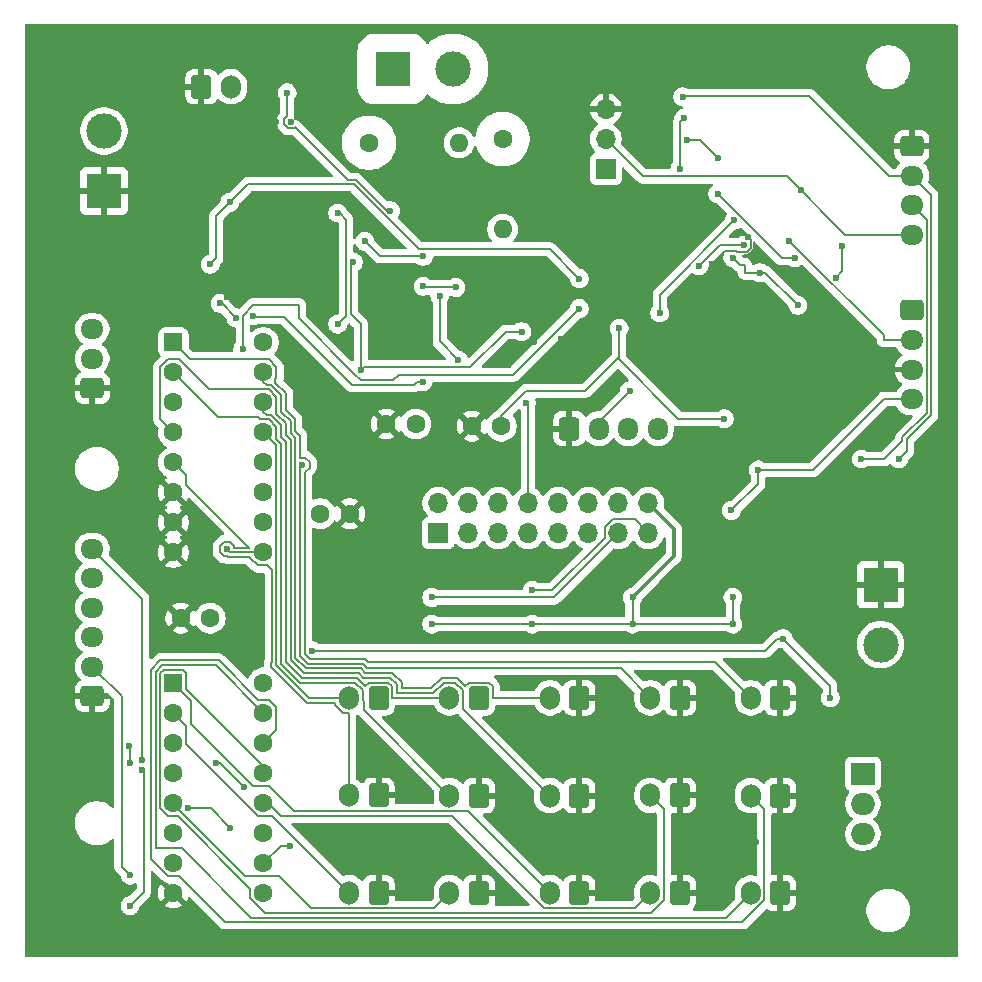
<source format=gbr>
%TF.GenerationSoftware,KiCad,Pcbnew,9.0.0*%
%TF.CreationDate,2025-04-04T02:17:59+01:00*%
%TF.ProjectId,Analogue Board,416e616c-6f67-4756-9520-426f6172642e,rev?*%
%TF.SameCoordinates,Original*%
%TF.FileFunction,Copper,L2,Bot*%
%TF.FilePolarity,Positive*%
%FSLAX46Y46*%
G04 Gerber Fmt 4.6, Leading zero omitted, Abs format (unit mm)*
G04 Created by KiCad (PCBNEW 9.0.0) date 2025-04-04 02:17:59*
%MOMM*%
%LPD*%
G01*
G04 APERTURE LIST*
G04 Aperture macros list*
%AMRoundRect*
0 Rectangle with rounded corners*
0 $1 Rounding radius*
0 $2 $3 $4 $5 $6 $7 $8 $9 X,Y pos of 4 corners*
0 Add a 4 corners polygon primitive as box body*
4,1,4,$2,$3,$4,$5,$6,$7,$8,$9,$2,$3,0*
0 Add four circle primitives for the rounded corners*
1,1,$1+$1,$2,$3*
1,1,$1+$1,$4,$5*
1,1,$1+$1,$6,$7*
1,1,$1+$1,$8,$9*
0 Add four rect primitives between the rounded corners*
20,1,$1+$1,$2,$3,$4,$5,0*
20,1,$1+$1,$4,$5,$6,$7,0*
20,1,$1+$1,$6,$7,$8,$9,0*
20,1,$1+$1,$8,$9,$2,$3,0*%
G04 Aperture macros list end*
%TA.AperFunction,ComponentPad*%
%ADD10O,1.700000X1.700000*%
%TD*%
%TA.AperFunction,ComponentPad*%
%ADD11R,1.700000X1.700000*%
%TD*%
%TA.AperFunction,ComponentPad*%
%ADD12C,1.600000*%
%TD*%
%TA.AperFunction,ComponentPad*%
%ADD13O,1.600000X1.600000*%
%TD*%
%TA.AperFunction,ComponentPad*%
%ADD14RoundRect,0.250000X0.600000X0.750000X-0.600000X0.750000X-0.600000X-0.750000X0.600000X-0.750000X0*%
%TD*%
%TA.AperFunction,ComponentPad*%
%ADD15O,1.700000X2.000000*%
%TD*%
%TA.AperFunction,ComponentPad*%
%ADD16RoundRect,0.250000X-0.550000X-0.550000X0.550000X-0.550000X0.550000X0.550000X-0.550000X0.550000X0*%
%TD*%
%TA.AperFunction,ComponentPad*%
%ADD17RoundRect,0.250000X0.725000X-0.600000X0.725000X0.600000X-0.725000X0.600000X-0.725000X-0.600000X0*%
%TD*%
%TA.AperFunction,ComponentPad*%
%ADD18O,1.950000X1.700000*%
%TD*%
%TA.AperFunction,ComponentPad*%
%ADD19R,3.000000X3.000000*%
%TD*%
%TA.AperFunction,ComponentPad*%
%ADD20C,3.000000*%
%TD*%
%TA.AperFunction,ComponentPad*%
%ADD21RoundRect,0.250000X-0.600000X-0.750000X0.600000X-0.750000X0.600000X0.750000X-0.600000X0.750000X0*%
%TD*%
%TA.AperFunction,ComponentPad*%
%ADD22RoundRect,0.250000X-0.725000X0.600000X-0.725000X-0.600000X0.725000X-0.600000X0.725000X0.600000X0*%
%TD*%
%TA.AperFunction,ComponentPad*%
%ADD23R,2.000000X1.905000*%
%TD*%
%TA.AperFunction,ComponentPad*%
%ADD24O,2.000000X1.905000*%
%TD*%
%TA.AperFunction,ComponentPad*%
%ADD25RoundRect,0.250000X-0.600000X-0.725000X0.600000X-0.725000X0.600000X0.725000X-0.600000X0.725000X0*%
%TD*%
%TA.AperFunction,ComponentPad*%
%ADD26O,1.700000X1.950000*%
%TD*%
%TA.AperFunction,ViaPad*%
%ADD27C,0.600000*%
%TD*%
%TA.AperFunction,Conductor*%
%ADD28C,0.200000*%
%TD*%
%TA.AperFunction,Conductor*%
%ADD29C,0.300000*%
%TD*%
G04 APERTURE END LIST*
D10*
%TO.P,J3,16,Pin_16*%
%TO.N,+5V*%
X140080000Y-108500000D03*
%TO.P,J3,15,Pin_15*%
%TO.N,Net-(J3-Pin_15)*%
X140080000Y-111040000D03*
%TO.P,J3,14,Pin_14*%
%TO.N,+5V*%
X137540000Y-108500000D03*
%TO.P,J3,13,Pin_13*%
%TO.N,Net-(J3-Pin_13)*%
X137540000Y-111040000D03*
%TO.P,J3,12,Pin_12*%
%TO.N,+5V*%
X135000000Y-108500000D03*
%TO.P,J3,11,Pin_11*%
%TO.N,Net-(J3-Pin_11)*%
X135000000Y-111040000D03*
%TO.P,J3,10,Pin_10*%
%TO.N,+5V*%
X132460000Y-108500000D03*
%TO.P,J3,9,Pin_9*%
%TO.N,Net-(J3-Pin_9)*%
X132460000Y-111040000D03*
%TO.P,J3,8,Pin_8*%
%TO.N,+5V*%
X129920000Y-108500000D03*
%TO.P,J3,7,Pin_7*%
%TO.N,Net-(J3-Pin_7)*%
X129920000Y-111040000D03*
%TO.P,J3,6,Pin_6*%
%TO.N,+5V*%
X127380000Y-108500000D03*
%TO.P,J3,5,Pin_5*%
%TO.N,Net-(J3-Pin_5)*%
X127380000Y-111040000D03*
%TO.P,J3,4,Pin_4*%
%TO.N,+5V*%
X124840000Y-108500000D03*
%TO.P,J3,3,Pin_3*%
%TO.N,Net-(J3-Pin_3)*%
X124840000Y-111040000D03*
%TO.P,J3,2,Pin_2*%
%TO.N,+5V*%
X122300000Y-108500000D03*
D11*
%TO.P,J3,1,Pin_1*%
%TO.N,Net-(J3-Pin_1)*%
X122300000Y-111040000D03*
%TD*%
D12*
%TO.P,R14,1*%
%TO.N,V_SENSE_IN-*%
X116440000Y-78000000D03*
D13*
%TO.P,R14,2*%
%TO.N,Net-(U1A--)*%
X124060000Y-78000000D03*
%TD*%
D12*
%TO.P,R13,1*%
%TO.N,V_SENSE_IN+*%
X127750000Y-77690000D03*
D13*
%TO.P,R13,2*%
%TO.N,Net-(U1A-+)*%
X127750000Y-85310000D03*
%TD*%
D14*
%TO.P,TH13,1,Pin_1*%
%TO.N,GND*%
X125750000Y-141500000D03*
D15*
%TO.P,TH13,2,Pin_2*%
%TO.N,MU_TH_13*%
X123250000Y-141500000D03*
%TD*%
D16*
%TO.P,U3,1,X4*%
%TO.N,MU_TH_12*%
X99880000Y-123720000D03*
D12*
%TO.P,U3,2,X6*%
%TO.N,MU_TH_14*%
X99880000Y-126260000D03*
%TO.P,U3,3,X*%
%TO.N,Net-(U3-X)*%
X99880000Y-128800000D03*
%TO.P,U3,4,X7*%
%TO.N,MU_TH_15*%
X99880000Y-131340000D03*
%TO.P,U3,5,X5*%
%TO.N,MU_TH_13*%
X99880000Y-133880000D03*
%TO.P,U3,6,INH*%
%TO.N,GND*%
X99880000Y-136420000D03*
%TO.P,U3,7,VEE*%
X99880000Y-138960000D03*
%TO.P,U3,8,VSS*%
X99880000Y-141500000D03*
%TO.P,U3,9,C*%
%TO.N,MU_C*%
X107500000Y-141500000D03*
%TO.P,U3,10,B*%
%TO.N,MU_B*%
X107500000Y-138960000D03*
%TO.P,U3,11,A*%
%TO.N,MU_A*%
X107500000Y-136420000D03*
%TO.P,U3,12,X3*%
%TO.N,MU_TH_11*%
X107500000Y-133880000D03*
%TO.P,U3,13,X0*%
%TO.N,MU_TH_8*%
X107500000Y-131340000D03*
%TO.P,U3,14,X1*%
%TO.N,MU_TH_9*%
X107500000Y-128800000D03*
%TO.P,U3,15,X2*%
%TO.N,MU_TH_10*%
X107500000Y-126260000D03*
%TO.P,U3,16,VDD*%
%TO.N,+5V*%
X107500000Y-123720000D03*
%TD*%
D14*
%TO.P,TH1,1,Pin_1*%
%TO.N,GND*%
X125750000Y-125000000D03*
D15*
%TO.P,TH1,2,Pin_2*%
%TO.N,MU_TH_1*%
X123250000Y-125000000D03*
%TD*%
D14*
%TO.P,TH0,1,Pin_1*%
%TO.N,GND*%
X117250000Y-125000000D03*
D15*
%TO.P,TH0,2,Pin_2*%
%TO.N,MU_TH_0*%
X114750000Y-125000000D03*
%TD*%
D17*
%TO.P,MUX1,1,Pin_1*%
%TO.N,GND*%
X93000000Y-124860000D03*
D18*
%TO.P,MUX1,2,Pin_2*%
%TO.N,MU_OUT_A*%
X93000000Y-122360000D03*
%TO.P,MUX1,3,Pin_3*%
%TO.N,MU_OUT_B*%
X93000000Y-119860000D03*
%TO.P,MUX1,4,Pin_4*%
%TO.N,MU_A*%
X93000000Y-117360000D03*
%TO.P,MUX1,5,Pin_5*%
%TO.N,MU_B*%
X93000000Y-114860000D03*
%TO.P,MUX1,6,Pin_6*%
%TO.N,MU_C*%
X93000000Y-112360000D03*
%TD*%
D14*
%TO.P,TH4,1,Pin_1*%
%TO.N,GND*%
X151250000Y-125000000D03*
D15*
%TO.P,TH4,2,Pin_2*%
%TO.N,MU_TH_4*%
X148750000Y-125000000D03*
%TD*%
D12*
%TO.P,C11,1*%
%TO.N,+8V*%
X120400000Y-101800000D03*
%TO.P,C11,2*%
%TO.N,GND*%
X117900000Y-101800000D03*
%TD*%
D19*
%TO.P,HV_IN1,1,Pin_1*%
%TO.N,V_SENSE_IN-*%
X118460000Y-71750000D03*
D20*
%TO.P,HV_IN1,2,Pin_2*%
%TO.N,V_SENSE_IN+*%
X123540000Y-71750000D03*
%TD*%
D12*
%TO.P,C23,1*%
%TO.N,+8V*%
X127650000Y-102000000D03*
%TO.P,C23,2*%
%TO.N,GND*%
X125150000Y-102000000D03*
%TD*%
%TO.P,C14,1*%
%TO.N,GND*%
X100500000Y-118250000D03*
%TO.P,C14,2*%
%TO.N,+5V*%
X103000000Y-118250000D03*
%TD*%
D14*
%TO.P,TH11,1,Pin_1*%
%TO.N,GND*%
X142750000Y-141500000D03*
D15*
%TO.P,TH11,2,Pin_2*%
%TO.N,MU_TH_11*%
X140250000Y-141500000D03*
%TD*%
D12*
%TO.P,C13,1*%
%TO.N,GND*%
X114800000Y-109400000D03*
%TO.P,C13,2*%
%TO.N,+5V*%
X112300000Y-109400000D03*
%TD*%
D14*
%TO.P,TH8,1,Pin_1*%
%TO.N,GND*%
X142750000Y-133250000D03*
D15*
%TO.P,TH8,2,Pin_2*%
%TO.N,MU_TH_8*%
X140250000Y-133250000D03*
%TD*%
D14*
%TO.P,TH7,1,Pin_1*%
%TO.N,GND*%
X134250000Y-133275000D03*
D15*
%TO.P,TH7,2,Pin_2*%
%TO.N,MU_TH_7*%
X131750000Y-133275000D03*
%TD*%
D21*
%TO.P,8V_IN1,1,Pin_1*%
%TO.N,GND*%
X102250000Y-73250000D03*
D15*
%TO.P,8V_IN1,2,Pin_2*%
%TO.N,+8V*%
X104750000Y-73250000D03*
%TD*%
D14*
%TO.P,TH12,1,Pin_1*%
%TO.N,GND*%
X134250000Y-141500000D03*
D15*
%TO.P,TH12,2,Pin_2*%
%TO.N,MU_TH_12*%
X131750000Y-141500000D03*
%TD*%
D14*
%TO.P,TH3,1,Pin_1*%
%TO.N,GND*%
X142750000Y-125000000D03*
D15*
%TO.P,TH3,2,Pin_2*%
%TO.N,MU_TH_3*%
X140250000Y-125000000D03*
%TD*%
D14*
%TO.P,TH6,1,Pin_1*%
%TO.N,GND*%
X125750000Y-133275000D03*
D15*
%TO.P,TH6,2,Pin_2*%
%TO.N,MU_TH_6*%
X123250000Y-133275000D03*
%TD*%
D22*
%TO.P,I_SENSE_OUT1,1,Pin_1*%
%TO.N,GND*%
X162400000Y-78300000D03*
D18*
%TO.P,I_SENSE_OUT1,2,Pin_2*%
%TO.N,I_SENSE_OUT_FINE*%
X162400000Y-80800000D03*
%TO.P,I_SENSE_OUT1,3,Pin_3*%
%TO.N,I_SENSE_OUT_COARSE*%
X162400000Y-83300000D03*
%TO.P,I_SENSE_OUT1,4,Pin_4*%
%TO.N,I_SENSE_FINE_EN*%
X162400000Y-85800000D03*
%TD*%
D16*
%TO.P,U2,1,X4*%
%TO.N,MU_TH_4*%
X99880000Y-94910000D03*
D12*
%TO.P,U2,2,X6*%
%TO.N,MU_TH_6*%
X99880000Y-97450000D03*
%TO.P,U2,3,X*%
%TO.N,Net-(U2-X)*%
X99880000Y-99990000D03*
%TO.P,U2,4,X7*%
%TO.N,MU_TH_7*%
X99880000Y-102530000D03*
%TO.P,U2,5,X5*%
%TO.N,MU_TH_5*%
X99880000Y-105070000D03*
%TO.P,U2,6,INH*%
%TO.N,GND*%
X99880000Y-107610000D03*
%TO.P,U2,7,VEE*%
X99880000Y-110150000D03*
%TO.P,U2,8,VSS*%
X99880000Y-112690000D03*
%TO.P,U2,9,C*%
%TO.N,MU_C*%
X107500000Y-112690000D03*
%TO.P,U2,10,B*%
%TO.N,MU_B*%
X107500000Y-110150000D03*
%TO.P,U2,11,A*%
%TO.N,MU_A*%
X107500000Y-107610000D03*
%TO.P,U2,12,X3*%
%TO.N,MU_TH_3*%
X107500000Y-105070000D03*
%TO.P,U2,13,X0*%
%TO.N,MU_TH_0*%
X107500000Y-102530000D03*
%TO.P,U2,14,X1*%
%TO.N,MU_TH_1*%
X107500000Y-99990000D03*
%TO.P,U2,15,X2*%
%TO.N,MU_TH_2*%
X107500000Y-97450000D03*
%TO.P,U2,16,VDD*%
%TO.N,+5V*%
X107500000Y-94910000D03*
%TD*%
D23*
%TO.P,Q1,1,G*%
%TO.N,Net-(Q1-G)*%
X158250000Y-131420000D03*
D24*
%TO.P,Q1,2,D*%
%TO.N,+5V*%
X158250000Y-133960000D03*
%TO.P,Q1,3,S*%
%TO.N,/VCCS_MOUT*%
X158250000Y-136500000D03*
%TD*%
D22*
%TO.P,I_SENSE_IN1,1,Pin_1*%
%TO.N,I_SENSE_IN-*%
X162400000Y-92200000D03*
D18*
%TO.P,I_SENSE_IN1,2,Pin_2*%
%TO.N,I_SENSE_IN+*%
X162400000Y-94700000D03*
%TO.P,I_SENSE_IN1,3,Pin_3*%
%TO.N,GND*%
X162400000Y-97200000D03*
%TO.P,I_SENSE_IN1,4,Pin_4*%
%TO.N,+5V*%
X162400000Y-99700000D03*
%TD*%
D25*
%TO.P,VCCS_IN2,1,Pin_1*%
%TO.N,GND*%
X133400000Y-102200000D03*
D26*
%TO.P,VCCS_IN2,2,Pin_2*%
%TO.N,VCCS_EN*%
X135900000Y-102200000D03*
%TO.P,VCCS_IN2,3,Pin_3*%
%TO.N,VCCS_SENSE*%
X138400000Y-102200000D03*
%TO.P,VCCS_IN2,4,Pin_4*%
%TO.N,VCCS_IN*%
X140900000Y-102200000D03*
%TD*%
D14*
%TO.P,TH14,1,Pin_1*%
%TO.N,GND*%
X117250000Y-141485000D03*
D15*
%TO.P,TH14,2,Pin_2*%
%TO.N,MU_TH_14*%
X114750000Y-141485000D03*
%TD*%
D14*
%TO.P,TH5,1,Pin_1*%
%TO.N,GND*%
X117250000Y-133250000D03*
D15*
%TO.P,TH5,2,Pin_2*%
%TO.N,MU_TH_5*%
X114750000Y-133250000D03*
%TD*%
D19*
%TO.P,VCCS_OUT1,1,Pin_1*%
%TO.N,GND*%
X94000000Y-82080000D03*
D20*
%TO.P,VCCS_OUT1,2,Pin_2*%
%TO.N,VCCS_OUT*%
X94000000Y-77000000D03*
%TD*%
D14*
%TO.P,TH2,1,Pin_1*%
%TO.N,GND*%
X134250000Y-125000000D03*
D15*
%TO.P,TH2,2,Pin_2*%
%TO.N,MU_TH_2*%
X131750000Y-125000000D03*
%TD*%
D14*
%TO.P,TH9,1,Pin_1*%
%TO.N,GND*%
X151250000Y-133275000D03*
D15*
%TO.P,TH9,2,Pin_2*%
%TO.N,MU_TH_9*%
X148750000Y-133275000D03*
%TD*%
D19*
%TO.P,5V_IN1,1,Pin_1*%
%TO.N,GND*%
X159750000Y-115420000D03*
D20*
%TO.P,5V_IN1,2,Pin_2*%
%TO.N,+5V*%
X159750000Y-120500000D03*
%TD*%
D14*
%TO.P,TH10,1,Pin_1*%
%TO.N,GND*%
X151250000Y-141525000D03*
D15*
%TO.P,TH10,2,Pin_2*%
%TO.N,MU_TH_10*%
X148750000Y-141525000D03*
%TD*%
D17*
%TO.P,V_SENSE_OUT1,1,Pin_1*%
%TO.N,GND*%
X93003842Y-98778212D03*
D18*
%TO.P,V_SENSE_OUT1,2,Pin_2*%
%TO.N,V_SENSE_OUT*%
X93003842Y-96278212D03*
%TO.P,V_SENSE_OUT1,3,Pin_3*%
%TO.N,WARNING_HV*%
X93003842Y-93778212D03*
%TD*%
D11*
%TO.P,J2,1,Pin_1*%
%TO.N,Net-(J2-Pin_1)*%
X136493600Y-80232400D03*
D10*
%TO.P,J2,2,Pin_2*%
%TO.N,I_SENSE_FINE_EN*%
X136493600Y-77692400D03*
%TO.P,J2,3,Pin_3*%
%TO.N,GND*%
X136493600Y-75152400D03*
%TD*%
D27*
%TO.N,GND*%
X165800000Y-89000000D03*
X165800000Y-92810000D03*
X165800000Y-91540000D03*
X165800000Y-90270000D03*
X165800000Y-97610000D03*
X165800000Y-96340000D03*
X165800000Y-93800000D03*
X165800000Y-95070000D03*
X165800000Y-101140000D03*
X165800000Y-98600000D03*
X165800000Y-99870000D03*
X165800000Y-102410000D03*
%TO.N,I_SENSE_FINE_EN*%
X152995400Y-82000000D03*
%TO.N,GND*%
X145082123Y-96045391D03*
X131820000Y-88716000D03*
X136500000Y-89750000D03*
X137000000Y-87000000D03*
X136500000Y-88000000D03*
X146500000Y-89750000D03*
X145000000Y-89750000D03*
X145750000Y-89000000D03*
X145000000Y-85250000D03*
X144500000Y-86000000D03*
X143250000Y-86750000D03*
X145500000Y-88250000D03*
%TO.N,+5V*%
X147250000Y-87750000D03*
%TO.N,GND*%
X148555156Y-85957091D03*
%TO.N,+5V*%
X149400000Y-105700000D03*
X105150000Y-92799000D03*
X129750000Y-100000000D03*
X147118814Y-109131186D03*
X103819425Y-91599000D03*
X138750000Y-118750000D03*
X138750000Y-116500000D03*
X145950000Y-79325000D03*
X147250000Y-118750000D03*
X152750000Y-91750000D03*
X149500000Y-89000000D03*
X143350000Y-77799704D03*
X130250000Y-118750000D03*
X147250000Y-116500000D03*
X121750000Y-118750000D03*
%TO.N,+8V*%
X146510000Y-101375000D03*
X137608900Y-93718800D03*
X109500000Y-73775000D03*
X118250000Y-83750000D03*
%TO.N,GND*%
X90805000Y-75565000D03*
X165100000Y-132715000D03*
X163830000Y-133985000D03*
X104436292Y-91089612D03*
X109855000Y-76200000D03*
X116840000Y-99695000D03*
X123825000Y-145415000D03*
X107315000Y-82550000D03*
X165100000Y-118745000D03*
X154305000Y-96520000D03*
X110490000Y-83185000D03*
X163830000Y-131445000D03*
X102235000Y-81280000D03*
X160655000Y-118110000D03*
X158115000Y-123190000D03*
X149225000Y-128905000D03*
X98425000Y-85725000D03*
X155575000Y-109220000D03*
X109220000Y-83185000D03*
X158115000Y-107950000D03*
X92075000Y-84455000D03*
X118110000Y-99695000D03*
X90805000Y-76835000D03*
X92075000Y-79375000D03*
X154940000Y-142875000D03*
X155575000Y-106680000D03*
X165100000Y-121285000D03*
X165100000Y-104775000D03*
X158115000Y-109220000D03*
X154305000Y-109220000D03*
X90805000Y-79375000D03*
X165100000Y-107315000D03*
X159385000Y-113030000D03*
X91440000Y-123190000D03*
X90805000Y-74295000D03*
X159385000Y-109220000D03*
X124460000Y-128270000D03*
X122555000Y-102235000D03*
X162560000Y-116205000D03*
X163830000Y-117475000D03*
X146685000Y-102870000D03*
X158750000Y-139065000D03*
X117475000Y-111125000D03*
X131445000Y-101600000D03*
X154305000Y-91440000D03*
X97790000Y-91440000D03*
X97790000Y-100330000D03*
X161290000Y-137795000D03*
X163830000Y-125095000D03*
X142240000Y-144780000D03*
X153035000Y-109220000D03*
X165100000Y-136525000D03*
X160655000Y-113030000D03*
X149225000Y-137160000D03*
X154305000Y-97790000D03*
X97790000Y-92710000D03*
X163830000Y-122555000D03*
X160655000Y-107950000D03*
X158115000Y-118110000D03*
X114300000Y-94615000D03*
X153500000Y-94250000D03*
X165100000Y-122555000D03*
X94615000Y-84455000D03*
X156845000Y-118110000D03*
X156845000Y-107950000D03*
X165100000Y-113665000D03*
X162560000Y-117475000D03*
X154305000Y-99060000D03*
X133985000Y-95885000D03*
X158115000Y-111760000D03*
X97790000Y-93980000D03*
X99695000Y-78105000D03*
X97790000Y-97790000D03*
X132715000Y-145415000D03*
X140970000Y-128905000D03*
X163830000Y-116205000D03*
X153035000Y-107950000D03*
X163830000Y-113665000D03*
X156210000Y-137795000D03*
X156845000Y-120650000D03*
X165100000Y-123825000D03*
X130810000Y-80010000D03*
X154940000Y-136525000D03*
X132715000Y-95885000D03*
X163830000Y-114935000D03*
X95885000Y-84455000D03*
X104436292Y-89894608D03*
X90170000Y-132715000D03*
X163830000Y-136525000D03*
X151765000Y-106680000D03*
X108585000Y-80010000D03*
X102870000Y-82550000D03*
X98425000Y-78105000D03*
X154305000Y-95250000D03*
X115570000Y-128905000D03*
X156845000Y-116840000D03*
X154940000Y-131445000D03*
X151765000Y-107950000D03*
X165100000Y-137795000D03*
X116205000Y-128270000D03*
X110490000Y-90170000D03*
X156845000Y-111760000D03*
X158115000Y-113030000D03*
X123825000Y-137160000D03*
X159385000Y-123190000D03*
X165100000Y-112395000D03*
X93345000Y-79375000D03*
X116205000Y-144780000D03*
X162560000Y-136525000D03*
X118745000Y-109855000D03*
X97155000Y-76835000D03*
X163830000Y-121285000D03*
X162560000Y-120015000D03*
X159385000Y-106680000D03*
X107315000Y-80010000D03*
X155000000Y-92250000D03*
X104775000Y-81280000D03*
X90805000Y-84455000D03*
X90805000Y-109855000D03*
X94615000Y-74295000D03*
X165100000Y-125095000D03*
X160655000Y-109220000D03*
X163830000Y-127635000D03*
X165100000Y-103505000D03*
X97155000Y-74295000D03*
X93345000Y-74295000D03*
X109855000Y-80010000D03*
X161290000Y-139065000D03*
X154940000Y-139065000D03*
X111760000Y-83185000D03*
X143510000Y-99060000D03*
X99695000Y-85725000D03*
X162560000Y-114935000D03*
X97155000Y-83185000D03*
X154940000Y-141605000D03*
X133985000Y-97155000D03*
X133350000Y-128270000D03*
X158750000Y-128270000D03*
X154305000Y-100330000D03*
X137795000Y-97790000D03*
X116087500Y-88890000D03*
X159385000Y-107950000D03*
X154940000Y-140335000D03*
X156845000Y-119380000D03*
X163830000Y-104775000D03*
X131445000Y-100330000D03*
X163830000Y-126365000D03*
X156845000Y-121920000D03*
X112395000Y-104140000D03*
X92075000Y-74295000D03*
X165100000Y-108585000D03*
X162560000Y-113665000D03*
X156845000Y-113030000D03*
X141605000Y-128270000D03*
X132715000Y-94615000D03*
X159385000Y-110490000D03*
X165100000Y-135255000D03*
X123825000Y-128905000D03*
X132100000Y-92225000D03*
X165100000Y-106045000D03*
X163830000Y-107315000D03*
X154940000Y-130175000D03*
X154305000Y-107950000D03*
X165100000Y-127635000D03*
X119380000Y-99695000D03*
X137160000Y-98425000D03*
X93345000Y-84455000D03*
X158115000Y-110490000D03*
X95885000Y-75565000D03*
X90805000Y-80645000D03*
X154305000Y-110490000D03*
X158115000Y-121920000D03*
X97155000Y-84455000D03*
X159385000Y-118110000D03*
X114300000Y-106680000D03*
X163830000Y-112395000D03*
X116205000Y-136525000D03*
X157480000Y-139065000D03*
X144780000Y-102870000D03*
X117475000Y-109855000D03*
X153035000Y-106680000D03*
X162560000Y-139065000D03*
X149860000Y-128270000D03*
X157480000Y-128270000D03*
X108585000Y-76200000D03*
X163830000Y-128905000D03*
X165100000Y-117475000D03*
X156210000Y-132715000D03*
X109855000Y-90805000D03*
X102235000Y-95250000D03*
X98425000Y-84455000D03*
X147955000Y-103505000D03*
X165100000Y-120015000D03*
X156210000Y-142875000D03*
X160020000Y-137795000D03*
X98425000Y-75565000D03*
X90805000Y-139065000D03*
X98425000Y-71755000D03*
X156845000Y-109220000D03*
X156210000Y-139065000D03*
X165100000Y-111125000D03*
X163830000Y-118745000D03*
X133350000Y-136525000D03*
X163830000Y-109855000D03*
X160020000Y-139065000D03*
X99695000Y-80010000D03*
X97155000Y-75565000D03*
X163830000Y-106045000D03*
X158115000Y-106680000D03*
X149860000Y-145415000D03*
X165100000Y-116205000D03*
X165100000Y-128905000D03*
X141605000Y-145415000D03*
X147955000Y-104775000D03*
X97790000Y-96520000D03*
X97790000Y-101600000D03*
X90805000Y-83185000D03*
X132715000Y-100330000D03*
X162560000Y-118745000D03*
X144780000Y-97790000D03*
X92075000Y-139065000D03*
X156845000Y-123190000D03*
X132715000Y-80645000D03*
X118745000Y-95885000D03*
X115570000Y-145415000D03*
X144780000Y-99060000D03*
X135255000Y-95885000D03*
X156210000Y-141605000D03*
X122555000Y-103505000D03*
X163830000Y-130175000D03*
X90805000Y-78105000D03*
X161290000Y-136525000D03*
X159385000Y-111760000D03*
X163830000Y-139065000D03*
X163830000Y-135255000D03*
X157480000Y-140335000D03*
X116840000Y-95885000D03*
X91440000Y-126365000D03*
X95885000Y-74295000D03*
X94615000Y-126365000D03*
X130925000Y-91950000D03*
X130375000Y-94900000D03*
X163830000Y-137795000D03*
X165100000Y-126365000D03*
X90805000Y-81915000D03*
X133985000Y-81915000D03*
X119380000Y-95885000D03*
X163830000Y-132715000D03*
X154940000Y-137795000D03*
X131425000Y-92825000D03*
X132080000Y-82550000D03*
X130200000Y-92625000D03*
X98425000Y-74295000D03*
X154305000Y-106680000D03*
X103505000Y-95250000D03*
X163830000Y-123825000D03*
X150495000Y-144780000D03*
X155575000Y-110490000D03*
X162560000Y-137795000D03*
X163830000Y-111125000D03*
X133350000Y-144780000D03*
X98425000Y-73025000D03*
X132715000Y-128905000D03*
X155575000Y-126365000D03*
X115570000Y-99695000D03*
X165100000Y-114935000D03*
X156210000Y-131445000D03*
X156845000Y-106680000D03*
X163830000Y-120015000D03*
X165100000Y-131445000D03*
X163830000Y-108585000D03*
X156210000Y-127635000D03*
X156845000Y-110490000D03*
X165100000Y-130175000D03*
X115570000Y-137160000D03*
X163830000Y-103505000D03*
X156845000Y-115570000D03*
X156210000Y-140335000D03*
X132715000Y-137160000D03*
X98425000Y-76835000D03*
X142240000Y-99060000D03*
X133985000Y-94615000D03*
X124460000Y-144780000D03*
X135255000Y-97155000D03*
X155575000Y-107950000D03*
X160655000Y-106680000D03*
X165100000Y-133985000D03*
X160020000Y-136525000D03*
X113665000Y-105410000D03*
X93345000Y-109855000D03*
X111760000Y-80010000D03*
X156845000Y-124460000D03*
X165100000Y-109855000D03*
X97790000Y-99060000D03*
X165100000Y-139065000D03*
X97790000Y-95250000D03*
X156845000Y-114300000D03*
%TO.N,Net-(C1-Pad1)*%
X113787500Y-93350000D03*
X113787500Y-83950000D03*
%TO.N,Net-(C4-Pad2)*%
X141046400Y-92416300D03*
X147350000Y-84558428D03*
%TO.N,I_SENSE_OUT_COARSE*%
X158115000Y-104775000D03*
%TO.N,Net-(U1A-+)*%
X123800000Y-90250000D03*
X121037500Y-90160000D03*
%TO.N,Net-(C8-Pad2)*%
X121000000Y-98250000D03*
X106625000Y-92625000D03*
%TO.N,V_SENSE_OUT*%
X134246400Y-89498800D03*
X103000000Y-88275000D03*
X104645000Y-83055000D03*
%TO.N,Net-(C19-Pad2)*%
X142750000Y-80250000D03*
X143100000Y-75912500D03*
%TO.N,I_SENSE_OUT_FINE*%
X161290000Y-104775000D03*
X143000000Y-74100000D03*
%TO.N,WARNING_HV*%
X105750000Y-95500000D03*
X134246400Y-92038800D03*
%TO.N,I_SENSE_IN-*%
X156500000Y-86750000D03*
X155977167Y-89419800D03*
%TO.N,I_SENSE_IN+*%
X144358900Y-88418800D03*
X148166426Y-86656300D03*
X152000000Y-86292800D03*
%TO.N,MU_OUT_B*%
X96200000Y-142600000D03*
X97228265Y-131093845D03*
X96165473Y-130486000D03*
X96087500Y-129110000D03*
%TO.N,MU_B*%
X109750000Y-137500000D03*
X101150000Y-134301472D03*
X104699000Y-135980000D03*
%TO.N,MU_C*%
X104400735Y-112400735D03*
X97250000Y-130250000D03*
%TO.N,MU_OUT_A*%
X96200000Y-140000000D03*
%TO.N,Net-(U1B-+)*%
X121037500Y-87620000D03*
X116087500Y-86350000D03*
%TO.N,MU_TH_3*%
X110805000Y-105250000D03*
%TO.N,MU_TH_15*%
X151500000Y-120000000D03*
X111607000Y-121000000D03*
X105850000Y-132511427D03*
X103499000Y-130500000D03*
X155500000Y-125000000D03*
%TO.N,Net-(U1C-+)*%
X115099999Y-88109633D03*
X129350000Y-94000000D03*
X115750000Y-97250000D03*
%TO.N,Net-(R39-Pad1)*%
X145958900Y-82318800D03*
X152500000Y-87750000D03*
%TO.N,VCCS_SENSE*%
X124000000Y-96400000D03*
X122415036Y-90936959D03*
%TO.N,VCCS_EN*%
X138500000Y-99000000D03*
%TO.N,Net-(J3-Pin_13)*%
X121750000Y-116500000D03*
%TO.N,Net-(J3-Pin_15)*%
X130250000Y-115900000D03*
%TD*%
D28*
%TO.N,GND*%
X160600000Y-97200000D02*
X160400000Y-97000000D01*
X162400000Y-97200000D02*
X160600000Y-97200000D01*
%TO.N,+5V*%
X162400000Y-99700000D02*
X160020000Y-99700000D01*
%TO.N,I_SENSE_IN+*%
X162400000Y-94700000D02*
X160020000Y-94700000D01*
%TO.N,I_SENSE_OUT_FINE*%
X164037000Y-82437000D02*
X162400000Y-80800000D01*
X162000000Y-103083900D02*
X164037000Y-101046901D01*
X161290000Y-104775000D02*
X162000000Y-104065000D01*
X162000000Y-104065000D02*
X162000000Y-103083900D01*
X164037000Y-101046901D02*
X164037000Y-82437000D01*
%TO.N,I_SENSE_OUT_COARSE*%
X163656000Y-84556000D02*
X163656000Y-100889085D01*
X162400000Y-83300000D02*
X163656000Y-84556000D01*
X163656000Y-100889085D02*
X161599000Y-102946085D01*
X161599000Y-102946085D02*
X161599000Y-103250000D01*
%TO.N,I_SENSE_FINE_EN*%
X156749000Y-85800000D02*
X162400000Y-85800000D01*
X151800000Y-80851000D02*
X139652200Y-80851000D01*
X151800000Y-80851000D02*
X156749000Y-85800000D01*
%TO.N,I_SENSE_OUT_FINE*%
X160487500Y-80800000D02*
X162400000Y-80800000D01*
X153700000Y-74012500D02*
X160487500Y-80800000D01*
%TO.N,MU_TH_8*%
X99094840Y-122619000D02*
X100665160Y-122619000D01*
X100981000Y-122934840D02*
X100981000Y-124253900D01*
X98779000Y-134336050D02*
X98779000Y-122934840D01*
X99423950Y-134981000D02*
X98779000Y-134336050D01*
X107500000Y-130772900D02*
X107500000Y-131340000D01*
X100231000Y-134981000D02*
X99423950Y-134981000D01*
X107644950Y-143202000D02*
X106399000Y-141956050D01*
X106399000Y-141149000D02*
X100231000Y-134981000D01*
X141401000Y-142126760D02*
X140325760Y-143202000D01*
X140250000Y-133250000D02*
X141401000Y-134401000D01*
X98779000Y-122934840D02*
X99094840Y-122619000D01*
%TO.N,MU_TH_13*%
X108811000Y-140061000D02*
X105955950Y-140061000D01*
X111536000Y-142786000D02*
X108811000Y-140061000D01*
X105955950Y-140061000D02*
X99880000Y-133985050D01*
%TO.N,MU_TH_8*%
X106399000Y-141956050D02*
X106399000Y-141149000D01*
%TO.N,MU_TH_13*%
X121964000Y-142786000D02*
X111536000Y-142786000D01*
X123250000Y-141500000D02*
X121964000Y-142786000D01*
%TO.N,MU_TH_8*%
X140325760Y-143202000D02*
X107644950Y-143202000D01*
%TO.N,MU_TH_13*%
X99880000Y-133985050D02*
X99880000Y-133880000D01*
%TO.N,MU_TH_8*%
X100665160Y-122619000D02*
X100981000Y-122934840D01*
X141401000Y-134401000D02*
X141401000Y-142126760D01*
X100981000Y-124253900D02*
X107500000Y-130772900D01*
%TO.N,MU_TH_10*%
X98928740Y-122218000D02*
X103458000Y-122218000D01*
X98378000Y-137750000D02*
X98378000Y-122768740D01*
X100565050Y-137750000D02*
X98378000Y-137750000D01*
X98378000Y-122768740D02*
X98928740Y-122218000D01*
X103458000Y-122218000D02*
X107500000Y-126260000D01*
X106418050Y-143603000D02*
X100565050Y-137750000D01*
X146672000Y-143603000D02*
X106418050Y-143603000D01*
X148750000Y-141525000D02*
X146672000Y-143603000D01*
%TO.N,MU_TH_4*%
X101319000Y-96349000D02*
X99880000Y-94910000D01*
X107956050Y-96349000D02*
X101319000Y-96349000D01*
X108601000Y-96993950D02*
X107956050Y-96349000D01*
X108500000Y-98007050D02*
X108601000Y-97906050D01*
X108500000Y-98298750D02*
X108500000Y-98007050D01*
X109403000Y-100607550D02*
X109403000Y-99201750D01*
X110606000Y-102800500D02*
X110205000Y-102399500D01*
X110606000Y-104649000D02*
X110606000Y-102800500D01*
X111406000Y-105001057D02*
X111053943Y-104649000D01*
X111053943Y-104649000D02*
X110606000Y-104649000D01*
X111406000Y-105498943D02*
X111406000Y-105001057D01*
X108601000Y-97906050D02*
X108601000Y-96993950D01*
X111007000Y-105851000D02*
X111053943Y-105851000D01*
X109403000Y-99201750D02*
X108500000Y-98298750D01*
X111007000Y-121287300D02*
X111007000Y-105851000D01*
X116363260Y-122000000D02*
X116057260Y-121694000D01*
X110205000Y-102399500D02*
X110205000Y-101409550D01*
X145750000Y-122000000D02*
X116363260Y-122000000D01*
X110205000Y-101409550D02*
X109403000Y-100607550D01*
X148750000Y-125000000D02*
X145750000Y-122000000D01*
X111413700Y-121694000D02*
X111007000Y-121287300D01*
X116057260Y-121694000D02*
X111413700Y-121694000D01*
X111053943Y-105851000D02*
X111406000Y-105498943D01*
%TO.N,+8V*%
X117938873Y-83750000D02*
X118250000Y-83750000D01*
X115307873Y-81119000D02*
X117938873Y-83750000D01*
X114619000Y-81119000D02*
X114992241Y-81119000D01*
X110095659Y-76781000D02*
X110188330Y-76688330D01*
X109614341Y-76781000D02*
X110095659Y-76781000D01*
X109274000Y-76440659D02*
X109614341Y-76781000D01*
X109274000Y-75959341D02*
X109274000Y-76440659D01*
X110188330Y-76688330D02*
X114619000Y-81119000D01*
X114992241Y-81119000D02*
X115307873Y-81119000D01*
X109500000Y-73775000D02*
X109500000Y-75733341D01*
X109500000Y-75733341D02*
X109274000Y-75959341D01*
%TO.N,GND*%
X146601000Y-87149000D02*
X145500000Y-88250000D01*
X147498943Y-87149000D02*
X146601000Y-87149000D01*
X148415369Y-87257300D02*
X147607243Y-87257300D01*
X148767426Y-86905243D02*
X148415369Y-87257300D01*
X148767426Y-86169361D02*
X148767426Y-86905243D01*
X147607243Y-87257300D02*
X147498943Y-87149000D01*
X148555156Y-85957091D02*
X148767426Y-86169361D01*
%TO.N,+5V*%
X147822400Y-88322400D02*
X147250000Y-87750000D01*
X148250000Y-88322400D02*
X147822400Y-88322400D01*
X148250000Y-89000000D02*
X149500000Y-89000000D01*
X148250000Y-88322400D02*
X148250000Y-89000000D01*
%TO.N,MU_TH_15*%
X150000000Y-121000000D02*
X111607000Y-121000000D01*
X151000000Y-120000000D02*
X150000000Y-121000000D01*
X151500000Y-120000000D02*
X151000000Y-120000000D01*
X151500000Y-120000000D02*
X155500000Y-124000000D01*
X155500000Y-124000000D02*
X155500000Y-125000000D01*
%TO.N,+5V*%
X147250000Y-118750000D02*
X147250000Y-116500000D01*
X138750000Y-118750000D02*
X138750000Y-116500000D01*
X130250000Y-118750000D02*
X138750000Y-118750000D01*
X149400000Y-105700000D02*
X154020000Y-105700000D01*
X150000000Y-89000000D02*
X149500000Y-89000000D01*
X152750000Y-91750000D02*
X150000000Y-89000000D01*
D29*
X142250000Y-110670000D02*
X140080000Y-108500000D01*
D28*
X103950000Y-91599000D02*
X105150000Y-92799000D01*
X103819425Y-91599000D02*
X103950000Y-91599000D01*
X154020000Y-105700000D02*
X160020000Y-99700000D01*
X144424704Y-77799704D02*
X143350000Y-77799704D01*
D29*
X142250000Y-113000000D02*
X142250000Y-110670000D01*
D28*
X138750000Y-118750000D02*
X147250000Y-118750000D01*
X149400000Y-106850000D02*
X149400000Y-105700000D01*
X147118814Y-109131186D02*
X149400000Y-106850000D01*
X129750000Y-100000000D02*
X129920000Y-100170000D01*
X121750000Y-118750000D02*
X130250000Y-118750000D01*
D29*
X138750000Y-116500000D02*
X142250000Y-113000000D01*
D28*
X129920000Y-100170000D02*
X129920000Y-108500000D01*
X145950000Y-79325000D02*
X144424704Y-77799704D01*
%TO.N,+8V*%
X127650000Y-102000000D02*
X127650000Y-101100000D01*
X142625000Y-101375000D02*
X146510000Y-101375000D01*
X137608900Y-96141100D02*
X137608900Y-93718800D01*
X137500000Y-96250000D02*
X137608900Y-96141100D01*
X129750000Y-99000000D02*
X134750000Y-99000000D01*
X137500000Y-96250000D02*
X142625000Y-101375000D01*
X127650000Y-101100000D02*
X129750000Y-99000000D01*
X134750000Y-99000000D02*
X137500000Y-96250000D01*
%TO.N,Net-(C1-Pad1)*%
X114500000Y-92637500D02*
X113787500Y-93350000D01*
X113787500Y-83950000D02*
X113950000Y-83950000D01*
X114500000Y-84500000D02*
X114500000Y-92637500D01*
X113950000Y-83950000D02*
X114500000Y-84500000D01*
%TO.N,Net-(C4-Pad2)*%
X147350000Y-84558428D02*
X141046400Y-90862028D01*
X141046400Y-90862028D02*
X141046400Y-92416300D01*
%TO.N,I_SENSE_OUT_COARSE*%
X160074000Y-104775000D02*
X161599000Y-103250000D01*
X158115000Y-104775000D02*
X160074000Y-104775000D01*
%TO.N,Net-(U1A-+)*%
X121127500Y-90250000D02*
X121037500Y-90160000D01*
X123800000Y-90250000D02*
X121127500Y-90250000D01*
%TO.N,Net-(C8-Pad2)*%
X120500000Y-98250000D02*
X120250000Y-98500000D01*
X109250000Y-92750000D02*
X106750000Y-92750000D01*
X121000000Y-98250000D02*
X120500000Y-98250000D01*
X115000000Y-98500000D02*
X109250000Y-92750000D01*
X120250000Y-98500000D02*
X115000000Y-98500000D01*
X106750000Y-92750000D02*
X106625000Y-92625000D01*
%TO.N,V_SENSE_OUT*%
X103500000Y-87775000D02*
X103000000Y-88275000D01*
X104645000Y-83055000D02*
X103500000Y-84200000D01*
X103500000Y-84200000D02*
X103500000Y-87775000D01*
X104645000Y-83055000D02*
X106200000Y-81500000D01*
X106200000Y-81500000D02*
X115150057Y-81500000D01*
X115150057Y-81500000D02*
X120669057Y-87019000D01*
X131766600Y-87019000D02*
X134246400Y-89498800D01*
X120669057Y-87019000D02*
X131766600Y-87019000D01*
%TO.N,Net-(C19-Pad2)*%
X142750000Y-80250000D02*
X142750000Y-76262500D01*
X142750000Y-76262500D02*
X143100000Y-75912500D01*
%TO.N,I_SENSE_OUT_FINE*%
X143087500Y-74012500D02*
X153700000Y-74012500D01*
X143000000Y-74100000D02*
X143087500Y-74012500D01*
%TO.N,WARNING_HV*%
X118950000Y-97649000D02*
X128636200Y-97649000D01*
X115200029Y-97549971D02*
X115749058Y-98099000D01*
X115749058Y-98099000D02*
X118500000Y-98099000D01*
X105750000Y-95500000D02*
X105750000Y-92650057D01*
X118500000Y-98099000D02*
X118950000Y-97649000D01*
X128636200Y-97649000D02*
X134246400Y-92038800D01*
X105750000Y-92650057D02*
X106650057Y-91750000D01*
X106650057Y-91750000D02*
X110500000Y-91750000D01*
X110500000Y-92849943D02*
X115200029Y-97549971D01*
X110500000Y-91750000D02*
X110500000Y-92849943D01*
%TO.N,I_SENSE_FINE_EN*%
X139652200Y-80851000D02*
X136493600Y-77692400D01*
%TO.N,I_SENSE_IN-*%
X156500000Y-88896967D02*
X155977167Y-89419800D01*
X156500000Y-86750000D02*
X156500000Y-88896967D01*
%TO.N,I_SENSE_IN+*%
X160020000Y-94311160D02*
X160020000Y-94700000D01*
X152500000Y-86791160D02*
X160020000Y-94311160D01*
X146128700Y-86649000D02*
X144358900Y-88418800D01*
X148166426Y-86656300D02*
X148159126Y-86649000D01*
X148159126Y-86649000D02*
X146128700Y-86649000D01*
X152000000Y-86292800D02*
X152498360Y-86791160D01*
X152498360Y-86791160D02*
X152500000Y-86791160D01*
%TO.N,MU_OUT_B*%
X97377000Y-131242580D02*
X97377000Y-141423000D01*
X96165473Y-129187973D02*
X96087500Y-129110000D01*
X97228265Y-131093845D02*
X97377000Y-131242580D01*
X97377000Y-141423000D02*
X96200000Y-142600000D01*
X96165473Y-130486000D02*
X96165473Y-129187973D01*
%TO.N,MU_B*%
X107500000Y-138960000D02*
X108960000Y-137500000D01*
X103020472Y-134301472D02*
X104699000Y-135980000D01*
X101150000Y-134301472D02*
X103020472Y-134301472D01*
X108960000Y-137500000D02*
X109750000Y-137500000D01*
%TO.N,MU_C*%
X104400735Y-112400735D02*
X104690000Y-112690000D01*
X97250000Y-116610000D02*
X93000000Y-112360000D01*
X97250000Y-130250000D02*
X97250000Y-116610000D01*
X104690000Y-112690000D02*
X107500000Y-112690000D01*
%TO.N,MU_OUT_A*%
X95486500Y-139286500D02*
X95486500Y-124846500D01*
X95486500Y-124846500D02*
X93000000Y-122360000D01*
X96200000Y-140000000D02*
X95486500Y-139286500D01*
%TO.N,Net-(U1B-+)*%
X121037500Y-87620000D02*
X117357500Y-87620000D01*
X117357500Y-87620000D02*
X116087500Y-86350000D01*
%TO.N,MU_TH_0*%
X111317100Y-125000000D02*
X108533550Y-122216450D01*
X108533550Y-122216450D02*
X108601000Y-122149000D01*
X108601000Y-103631000D02*
X107500000Y-102530000D01*
X108601000Y-122149000D02*
X108601000Y-103631000D01*
X114750000Y-125000000D02*
X111317100Y-125000000D01*
%TO.N,MU_TH_1*%
X118401000Y-124014840D02*
X118085160Y-123699000D01*
X116414840Y-123699000D02*
X116104350Y-124009490D01*
X110749300Y-123298000D02*
X115392860Y-123298000D01*
X110749300Y-123298000D02*
X109403000Y-121951700D01*
X107760950Y-101028000D02*
X108122150Y-101028000D01*
X118401000Y-125000000D02*
X118401000Y-124014840D01*
X107760950Y-101028000D02*
X107500000Y-100767050D01*
X109002000Y-102897800D02*
X109403000Y-103298800D01*
X109002000Y-102897800D02*
X109002000Y-101907850D01*
X123250000Y-125000000D02*
X118401000Y-125000000D01*
X115392860Y-123298000D02*
X116104350Y-124009490D01*
X108122150Y-101028000D02*
X109002000Y-101907850D01*
X109403000Y-121951700D02*
X109403000Y-103298800D01*
X107500000Y-100767050D02*
X107500000Y-99990000D01*
X118085160Y-123699000D02*
X116414840Y-123699000D01*
%TO.N,MU_TH_2*%
X107760948Y-98488000D02*
X108122150Y-98488000D01*
X108122150Y-98488000D02*
X109002000Y-99367850D01*
X109804000Y-102565600D02*
X110205000Y-102966600D01*
X109804000Y-102565600D02*
X109804000Y-101575650D01*
X110205000Y-121619500D02*
X110205000Y-102966600D01*
X124914840Y-123699000D02*
X124604350Y-124009490D01*
X121707140Y-124198000D02*
X122607140Y-123298000D01*
X107500000Y-98227052D02*
X107500000Y-97450000D01*
X116126060Y-122897000D02*
X118417360Y-122897000D01*
X109002000Y-100773650D02*
X109804000Y-101575650D01*
X126585160Y-123699000D02*
X124914840Y-123699000D01*
X118417360Y-122897000D02*
X119203000Y-123682640D01*
X115725060Y-122496000D02*
X116126060Y-122897000D01*
X107760948Y-98488000D02*
X107500000Y-98227052D01*
X131750000Y-125000000D02*
X126901000Y-125000000D01*
X126901000Y-125000000D02*
X126901000Y-124014840D01*
X111081500Y-122496000D02*
X110205000Y-121619500D01*
X126901000Y-124014840D02*
X126585160Y-123699000D01*
X119203000Y-124198000D02*
X119203000Y-123682640D01*
X121707140Y-124198000D02*
X119203000Y-124198000D01*
X111081500Y-122496000D02*
X115725060Y-122496000D01*
X123892860Y-123298000D02*
X124604350Y-124009490D01*
X109002000Y-100773650D02*
X109002000Y-99367850D01*
X122607140Y-123298000D02*
X123892860Y-123298000D01*
%TO.N,MU_TH_3*%
X116292160Y-122496000D02*
X137746000Y-122496000D01*
X110805000Y-105250000D02*
X110606000Y-105449000D01*
X110606000Y-105449000D02*
X110606000Y-121453400D01*
X115891160Y-122095000D02*
X116292160Y-122496000D01*
X137746000Y-122496000D02*
X140250000Y-125000000D01*
X111247600Y-122095000D02*
X115891160Y-122095000D01*
X110606000Y-121453400D02*
X111247600Y-122095000D01*
%TO.N,MU_TH_5*%
X104523900Y-113091000D02*
X104434635Y-113001735D01*
X104856100Y-113091000D02*
X104523900Y-113091000D01*
X108132550Y-122050350D02*
X108200000Y-121982900D01*
X106289000Y-112289000D02*
X100981000Y-106981000D01*
X114273240Y-126301000D02*
X113599000Y-125626760D01*
X108200000Y-121982900D02*
X108200000Y-114200000D01*
X111483200Y-125401000D02*
X111151000Y-125401000D01*
X108132550Y-122382550D02*
X108132550Y-122050350D01*
X104151792Y-113001735D02*
X103799735Y-112649678D01*
X106399000Y-113146050D02*
X106399000Y-113091000D01*
X104649678Y-111799735D02*
X105001735Y-112151792D01*
X103799735Y-112649678D02*
X103799735Y-112151792D01*
X107043950Y-113791000D02*
X106399000Y-113146050D01*
X108200000Y-114200000D02*
X107791000Y-113791000D01*
X107791000Y-113791000D02*
X107043950Y-113791000D01*
X111151000Y-125401000D02*
X110916100Y-125166100D01*
X113599000Y-125401000D02*
X111483200Y-125401000D01*
X113599000Y-125626760D02*
X113599000Y-125401000D01*
X105001735Y-112151792D02*
X105001735Y-112289000D01*
X104434635Y-113001735D02*
X104151792Y-113001735D01*
X108367450Y-122617450D02*
X108132550Y-122382550D01*
X104151792Y-111799735D02*
X104649678Y-111799735D01*
X114750000Y-133250000D02*
X114750000Y-126301000D01*
X106399000Y-113091000D02*
X104856100Y-113091000D01*
X114750000Y-126301000D02*
X114273240Y-126301000D01*
X100981000Y-106171000D02*
X99880000Y-105070000D01*
X103799735Y-112151792D02*
X104151792Y-111799735D01*
X105001735Y-112289000D02*
X106289000Y-112289000D01*
X100981000Y-106981000D02*
X100981000Y-106171000D01*
X110916100Y-125166100D02*
X108367450Y-122617450D01*
%TO.N,MU_TH_6*%
X110583200Y-123699000D02*
X109002000Y-122117800D01*
X110583200Y-123699000D02*
X115226760Y-123699000D01*
X108601000Y-103063900D02*
X108601000Y-102073950D01*
X123250000Y-133275000D02*
X116000000Y-126025000D01*
X107179000Y-101429000D02*
X107000000Y-101250000D01*
X107000000Y-101250000D02*
X103680000Y-101250000D01*
X108601000Y-102073950D02*
X107956050Y-101429000D01*
X116000000Y-126025000D02*
X116000000Y-125310236D01*
X109002000Y-122117800D02*
X109002000Y-103464900D01*
X108601000Y-103063900D02*
X109002000Y-103464900D01*
X115901000Y-124373240D02*
X115226760Y-123699000D01*
X103680000Y-101250000D02*
X99880000Y-97450000D01*
X107956050Y-101429000D02*
X107179000Y-101429000D01*
X115901000Y-125211236D02*
X115901000Y-124373240D01*
X116000000Y-125310236D02*
X115901000Y-125211236D01*
%TO.N,MU_TH_7*%
X124401000Y-125926000D02*
X124401000Y-124373240D01*
X100336050Y-96349000D02*
X99423950Y-96349000D01*
X121873240Y-124599000D02*
X122773240Y-123699000D01*
X131750000Y-133275000D02*
X124401000Y-125926000D01*
X115959960Y-123298000D02*
X118251260Y-123298000D01*
X123726760Y-123699000D02*
X122773240Y-123699000D01*
X108601000Y-100939750D02*
X109403000Y-101741750D01*
X109403000Y-102731700D02*
X109403000Y-101741750D01*
X110915400Y-122897000D02*
X115558960Y-122897000D01*
X102876050Y-98889000D02*
X107956050Y-98889000D01*
X121873240Y-124599000D02*
X118802000Y-124599000D01*
X118251260Y-123298000D02*
X118802000Y-123848740D01*
X124401000Y-124373240D02*
X123726760Y-123699000D01*
X98779000Y-101429000D02*
X99880000Y-102530000D01*
X109403000Y-102731700D02*
X109804000Y-103132700D01*
X108601000Y-100939750D02*
X108601000Y-99533950D01*
X98779000Y-96993950D02*
X98779000Y-101429000D01*
X118802000Y-124599000D02*
X118802000Y-123848740D01*
X102876050Y-98889000D02*
X100336050Y-96349000D01*
X115558960Y-122897000D02*
X115959960Y-123298000D01*
X99423950Y-96349000D02*
X98779000Y-96993950D01*
X110915400Y-122897000D02*
X109804000Y-121785600D01*
X109804000Y-121785600D02*
X109804000Y-103132700D01*
X108601000Y-99533950D02*
X107956050Y-98889000D01*
%TO.N,MU_TH_9*%
X97977000Y-122602640D02*
X98762640Y-121817000D01*
X104279050Y-144004000D02*
X100336050Y-140061000D01*
X97977000Y-138614050D02*
X97977000Y-122602640D01*
X103701950Y-121817000D02*
X107043950Y-125159000D01*
X100336050Y-140061000D02*
X99423950Y-140061000D01*
X98762640Y-121817000D02*
X103701950Y-121817000D01*
X149901000Y-134426000D02*
X149901000Y-142151760D01*
X107043950Y-125159000D02*
X107956050Y-125159000D01*
X107956050Y-125159000D02*
X108601000Y-125803950D01*
X148750000Y-133275000D02*
X149901000Y-134426000D01*
X99423950Y-140061000D02*
X97977000Y-138614050D01*
X108601000Y-125803950D02*
X108601000Y-127699000D01*
X108601000Y-127699000D02*
X107500000Y-128800000D01*
X148048760Y-144004000D02*
X104279050Y-144004000D01*
X149901000Y-142151760D02*
X148048760Y-144004000D01*
%TO.N,MU_TH_11*%
X107880000Y-133880000D02*
X107500000Y-133880000D01*
X108977000Y-134977000D02*
X107880000Y-133880000D01*
X140250000Y-141500000D02*
X138949000Y-142801000D01*
X131273240Y-142801000D02*
X123449240Y-134977000D01*
X123449240Y-134977000D02*
X108977000Y-134977000D01*
X138949000Y-142801000D02*
X131273240Y-142801000D01*
%TO.N,MU_TH_12*%
X124826000Y-134576000D02*
X110091050Y-134576000D01*
X101382000Y-127194900D02*
X101382000Y-125222000D01*
X101382000Y-125222000D02*
X99880000Y-123720000D01*
X110091050Y-134576000D02*
X107956050Y-132441000D01*
X107956050Y-132441000D02*
X106628100Y-132441000D01*
X106628100Y-132441000D02*
X101382000Y-127194900D01*
X131750000Y-141500000D02*
X124826000Y-134576000D01*
%TO.N,MU_TH_14*%
X100981000Y-128918050D02*
X100981000Y-127361000D01*
X107043950Y-134981000D02*
X100981000Y-128918050D01*
X100981000Y-127361000D02*
X99880000Y-126260000D01*
X108246000Y-134981000D02*
X107043950Y-134981000D01*
X114750000Y-141485000D02*
X108246000Y-134981000D01*
%TO.N,MU_TH_15*%
X103838573Y-130500000D02*
X105850000Y-132511427D01*
X103499000Y-130500000D02*
X103838573Y-130500000D01*
%TO.N,Net-(U1C-+)*%
X116000000Y-97000000D02*
X115750000Y-97250000D01*
X115099999Y-88109633D02*
X114901000Y-88308632D01*
X129350000Y-94000000D02*
X128000000Y-94000000D01*
X128000000Y-94000000D02*
X125000000Y-97000000D01*
X114901000Y-88308632D02*
X114901000Y-92500000D01*
X114901000Y-92500000D02*
X115750000Y-93349000D01*
X115750000Y-93349000D02*
X115750000Y-97250000D01*
X125000000Y-97000000D02*
X116000000Y-97000000D01*
%TO.N,Net-(R39-Pad1)*%
X152500000Y-87750000D02*
X151390100Y-87750000D01*
X151390100Y-87750000D02*
X145958900Y-82318800D01*
%TO.N,VCCS_SENSE*%
X122415036Y-94815036D02*
X124000000Y-96400000D01*
X122415036Y-90936959D02*
X122415036Y-94815036D01*
%TO.N,VCCS_EN*%
X135900000Y-101600000D02*
X135900000Y-102200000D01*
X138500000Y-99000000D02*
X135900000Y-101600000D01*
%TO.N,Net-(J3-Pin_13)*%
X137540000Y-111040000D02*
X132080000Y-116500000D01*
X132080000Y-116500000D02*
X121750000Y-116500000D01*
%TO.N,Net-(J3-Pin_15)*%
X138929000Y-109889000D02*
X137063240Y-109889000D01*
X131949000Y-115900000D02*
X130250000Y-115900000D01*
X137063240Y-109889000D02*
X136389000Y-110563240D01*
X140080000Y-111040000D02*
X138929000Y-109889000D01*
X136389000Y-110563240D02*
X136389000Y-111460000D01*
X136389000Y-111460000D02*
X131949000Y-115900000D01*
%TD*%
%TA.AperFunction,Conductor*%
%TO.N,GND*%
G36*
X123216182Y-135597185D02*
G01*
X123236824Y-135613819D01*
X130012824Y-142389819D01*
X130046309Y-142451142D01*
X130041325Y-142520834D01*
X129999453Y-142576767D01*
X129933989Y-142601184D01*
X129925143Y-142601500D01*
X127195349Y-142601500D01*
X127128310Y-142581815D01*
X127082555Y-142529011D01*
X127072611Y-142459853D01*
X127077643Y-142438497D01*
X127089504Y-142402700D01*
X127089506Y-142402690D01*
X127099999Y-142299986D01*
X127100000Y-142299973D01*
X127100000Y-141750000D01*
X126183012Y-141750000D01*
X126215925Y-141692993D01*
X126250000Y-141565826D01*
X126250000Y-141434174D01*
X126215925Y-141307007D01*
X126183012Y-141250000D01*
X127099999Y-141250000D01*
X127099999Y-140700028D01*
X127099998Y-140700013D01*
X127089505Y-140597302D01*
X127034358Y-140430880D01*
X127034356Y-140430875D01*
X126942315Y-140281654D01*
X126818345Y-140157684D01*
X126669124Y-140065643D01*
X126669119Y-140065641D01*
X126502697Y-140010494D01*
X126502690Y-140010493D01*
X126399986Y-140000000D01*
X126000000Y-140000000D01*
X126000000Y-141066988D01*
X125942993Y-141034075D01*
X125815826Y-141000000D01*
X125684174Y-141000000D01*
X125557007Y-141034075D01*
X125500000Y-141066988D01*
X125500000Y-140000000D01*
X125100028Y-140000000D01*
X125100012Y-140000001D01*
X124997302Y-140010494D01*
X124830880Y-140065641D01*
X124830875Y-140065643D01*
X124681654Y-140157684D01*
X124557683Y-140281655D01*
X124557680Y-140281659D01*
X124462183Y-140436484D01*
X124410235Y-140483209D01*
X124341273Y-140494430D01*
X124277191Y-140466587D01*
X124268964Y-140459068D01*
X124129786Y-140319890D01*
X123957820Y-140194951D01*
X123768414Y-140098444D01*
X123768413Y-140098443D01*
X123768412Y-140098443D01*
X123566243Y-140032754D01*
X123566241Y-140032753D01*
X123566240Y-140032753D01*
X123392502Y-140005236D01*
X123356287Y-139999500D01*
X123143713Y-139999500D01*
X123107498Y-140005236D01*
X122933760Y-140032753D01*
X122933757Y-140032754D01*
X122770084Y-140085935D01*
X122731585Y-140098444D01*
X122542179Y-140194951D01*
X122370213Y-140319890D01*
X122219890Y-140470213D01*
X122094951Y-140642179D01*
X121998444Y-140831585D01*
X121932753Y-141033760D01*
X121899500Y-141243713D01*
X121899500Y-141756287D01*
X121899499Y-141756287D01*
X121923111Y-141905366D01*
X121922410Y-141910789D01*
X121924322Y-141915916D01*
X121917979Y-141945074D01*
X121914156Y-141974659D01*
X121910325Y-141980261D01*
X121909471Y-141984189D01*
X121888319Y-142012444D01*
X121751582Y-142149182D01*
X121690262Y-142182666D01*
X121663903Y-142185500D01*
X118724000Y-142185500D01*
X118656961Y-142165815D01*
X118611206Y-142113011D01*
X118600000Y-142061500D01*
X118600000Y-141735000D01*
X117683012Y-141735000D01*
X117715925Y-141677993D01*
X117750000Y-141550826D01*
X117750000Y-141419174D01*
X117715925Y-141292007D01*
X117683012Y-141235000D01*
X118599999Y-141235000D01*
X118599999Y-140685028D01*
X118599998Y-140685013D01*
X118589505Y-140582302D01*
X118534358Y-140415880D01*
X118534356Y-140415875D01*
X118442315Y-140266654D01*
X118318345Y-140142684D01*
X118169124Y-140050643D01*
X118169119Y-140050641D01*
X118002697Y-139995494D01*
X118002690Y-139995493D01*
X117899986Y-139985000D01*
X117500000Y-139985000D01*
X117500000Y-141051988D01*
X117442993Y-141019075D01*
X117315826Y-140985000D01*
X117184174Y-140985000D01*
X117057007Y-141019075D01*
X117000000Y-141051988D01*
X117000000Y-139985000D01*
X116600028Y-139985000D01*
X116600012Y-139985001D01*
X116497302Y-139995494D01*
X116330880Y-140050641D01*
X116330875Y-140050643D01*
X116181654Y-140142684D01*
X116057683Y-140266655D01*
X116057680Y-140266659D01*
X115962183Y-140421484D01*
X115910235Y-140468209D01*
X115841273Y-140479430D01*
X115777191Y-140451587D01*
X115768964Y-140444068D01*
X115629786Y-140304890D01*
X115457820Y-140179951D01*
X115268414Y-140083444D01*
X115268413Y-140083443D01*
X115268412Y-140083443D01*
X115066243Y-140017754D01*
X115066241Y-140017753D01*
X115066240Y-140017753D01*
X114904957Y-139992208D01*
X114856287Y-139984500D01*
X114643713Y-139984500D01*
X114604202Y-139990757D01*
X114433759Y-140017753D01*
X114433755Y-140017754D01*
X114278260Y-140068277D01*
X114208419Y-140070272D01*
X114152262Y-140038027D01*
X109903416Y-135789181D01*
X109869931Y-135727858D01*
X109874915Y-135658166D01*
X109916787Y-135602233D01*
X109982251Y-135577816D01*
X109991097Y-135577500D01*
X123149143Y-135577500D01*
X123216182Y-135597185D01*
G37*
%TD.AperFunction*%
%TA.AperFunction,Conductor*%
G36*
X115555703Y-126430385D02*
G01*
X115562181Y-126436417D01*
X115638349Y-126512585D01*
X115638355Y-126512590D01*
X121888319Y-132762554D01*
X121921804Y-132823877D01*
X121923111Y-132869632D01*
X121899500Y-133018712D01*
X121899500Y-133531286D01*
X121932703Y-133740925D01*
X121932754Y-133741243D01*
X121945724Y-133781161D01*
X121956129Y-133813182D01*
X121958124Y-133883023D01*
X121922044Y-133942856D01*
X121859343Y-133973684D01*
X121838198Y-133975500D01*
X118724000Y-133975500D01*
X118656961Y-133955815D01*
X118611206Y-133903011D01*
X118600000Y-133851500D01*
X118600000Y-133500000D01*
X117683012Y-133500000D01*
X117715925Y-133442993D01*
X117750000Y-133315826D01*
X117750000Y-133184174D01*
X117715925Y-133057007D01*
X117683012Y-133000000D01*
X118599999Y-133000000D01*
X118599999Y-132450028D01*
X118599998Y-132450013D01*
X118589505Y-132347302D01*
X118534358Y-132180880D01*
X118534356Y-132180875D01*
X118442315Y-132031654D01*
X118318345Y-131907684D01*
X118169124Y-131815643D01*
X118169119Y-131815641D01*
X118002697Y-131760494D01*
X118002690Y-131760493D01*
X117899986Y-131750000D01*
X117500000Y-131750000D01*
X117500000Y-132816988D01*
X117442993Y-132784075D01*
X117315826Y-132750000D01*
X117184174Y-132750000D01*
X117057007Y-132784075D01*
X117000000Y-132816988D01*
X117000000Y-131750000D01*
X116600028Y-131750000D01*
X116600012Y-131750001D01*
X116497302Y-131760494D01*
X116330880Y-131815641D01*
X116330875Y-131815643D01*
X116181654Y-131907684D01*
X116057683Y-132031655D01*
X116057680Y-132031659D01*
X115962183Y-132186484D01*
X115910235Y-132233209D01*
X115841273Y-132244430D01*
X115777191Y-132216587D01*
X115768964Y-132209068D01*
X115629786Y-132069890D01*
X115457815Y-131944948D01*
X115457814Y-131944947D01*
X115418205Y-131924765D01*
X115367409Y-131876791D01*
X115350500Y-131814281D01*
X115350500Y-126524098D01*
X115370185Y-126457059D01*
X115422989Y-126411304D01*
X115492147Y-126401360D01*
X115555703Y-126430385D01*
G37*
%TD.AperFunction*%
%TA.AperFunction,Conductor*%
G36*
X147976147Y-85189982D02*
G01*
X147998662Y-85207797D01*
X148457286Y-85666422D01*
X148490771Y-85727745D01*
X148485787Y-85797437D01*
X148443915Y-85853370D01*
X148378451Y-85877787D01*
X148345413Y-85875720D01*
X148245270Y-85855800D01*
X148245268Y-85855800D01*
X148087584Y-85855800D01*
X148087581Y-85855800D01*
X147932936Y-85886561D01*
X147932924Y-85886564D01*
X147787253Y-85946902D01*
X147787240Y-85946909D01*
X147666476Y-86027602D01*
X147599798Y-86048480D01*
X147597585Y-86048500D01*
X147008526Y-86048500D01*
X146941487Y-86028815D01*
X146895732Y-85976011D01*
X146885788Y-85906853D01*
X146914813Y-85843297D01*
X146920845Y-85836819D01*
X147117062Y-85640602D01*
X147364664Y-85392999D01*
X147425985Y-85359516D01*
X147428152Y-85359065D01*
X147428841Y-85358928D01*
X147428842Y-85358928D01*
X147583497Y-85328165D01*
X147729179Y-85267822D01*
X147729184Y-85267818D01*
X147729187Y-85267817D01*
X147761409Y-85246286D01*
X147842091Y-85192376D01*
X147908766Y-85171498D01*
X147976147Y-85189982D01*
G37*
%TD.AperFunction*%
%TA.AperFunction,Conductor*%
G36*
X166217539Y-67995185D02*
G01*
X166263294Y-68047989D01*
X166274500Y-68099500D01*
X166274500Y-146850500D01*
X166254815Y-146917539D01*
X166202011Y-146963294D01*
X166150500Y-146974500D01*
X87399500Y-146974500D01*
X87332461Y-146954815D01*
X87286706Y-146902011D01*
X87275500Y-146850500D01*
X87275500Y-112253713D01*
X91524500Y-112253713D01*
X91524500Y-112466287D01*
X91557754Y-112676243D01*
X91587201Y-112766872D01*
X91623444Y-112878414D01*
X91719951Y-113067820D01*
X91844890Y-113239786D01*
X91995209Y-113390105D01*
X91995214Y-113390109D01*
X92159793Y-113509682D01*
X92202459Y-113565011D01*
X92208438Y-113634625D01*
X92175833Y-113696420D01*
X92159793Y-113710318D01*
X91995214Y-113829890D01*
X91995209Y-113829894D01*
X91844890Y-113980213D01*
X91719951Y-114152179D01*
X91623444Y-114341585D01*
X91557753Y-114543760D01*
X91524500Y-114753713D01*
X91524500Y-114966286D01*
X91550471Y-115130264D01*
X91557754Y-115176243D01*
X91612634Y-115345147D01*
X91623444Y-115378414D01*
X91719951Y-115567820D01*
X91844890Y-115739786D01*
X91995209Y-115890105D01*
X91995214Y-115890109D01*
X92159793Y-116009682D01*
X92202459Y-116065011D01*
X92208438Y-116134625D01*
X92175833Y-116196420D01*
X92159793Y-116210318D01*
X91995214Y-116329890D01*
X91995209Y-116329894D01*
X91844890Y-116480213D01*
X91719951Y-116652179D01*
X91623444Y-116841585D01*
X91557753Y-117043760D01*
X91524500Y-117253713D01*
X91524500Y-117466286D01*
X91549222Y-117622379D01*
X91557754Y-117676243D01*
X91623068Y-117877259D01*
X91623444Y-117878414D01*
X91719951Y-118067820D01*
X91844890Y-118239786D01*
X91995209Y-118390105D01*
X91995214Y-118390109D01*
X92159793Y-118509682D01*
X92202459Y-118565011D01*
X92208438Y-118634625D01*
X92175833Y-118696420D01*
X92159793Y-118710318D01*
X91995214Y-118829890D01*
X91995209Y-118829894D01*
X91844890Y-118980213D01*
X91719951Y-119152179D01*
X91623444Y-119341585D01*
X91557753Y-119543760D01*
X91546739Y-119613303D01*
X91524500Y-119753713D01*
X91524500Y-119966287D01*
X91557754Y-120176243D01*
X91620343Y-120368872D01*
X91623444Y-120378414D01*
X91719951Y-120567820D01*
X91844890Y-120739786D01*
X91995209Y-120890105D01*
X91995214Y-120890109D01*
X92159793Y-121009682D01*
X92202459Y-121065011D01*
X92208438Y-121134625D01*
X92175833Y-121196420D01*
X92159793Y-121210318D01*
X91995214Y-121329890D01*
X91995209Y-121329894D01*
X91844890Y-121480213D01*
X91719951Y-121652179D01*
X91623444Y-121841585D01*
X91557753Y-122043760D01*
X91542606Y-122139396D01*
X91524500Y-122253713D01*
X91524500Y-122466287D01*
X91557754Y-122676243D01*
X91622484Y-122875461D01*
X91623444Y-122878414D01*
X91719951Y-123067820D01*
X91844890Y-123239786D01*
X91984068Y-123378964D01*
X92017553Y-123440287D01*
X92012569Y-123509979D01*
X91970697Y-123565912D01*
X91961484Y-123572183D01*
X91806659Y-123667680D01*
X91806655Y-123667683D01*
X91682684Y-123791654D01*
X91590643Y-123940875D01*
X91590641Y-123940880D01*
X91535494Y-124107302D01*
X91535493Y-124107309D01*
X91525000Y-124210013D01*
X91525000Y-124610000D01*
X92595854Y-124610000D01*
X92557370Y-124676657D01*
X92525000Y-124797465D01*
X92525000Y-124922535D01*
X92557370Y-125043343D01*
X92595854Y-125110000D01*
X91525001Y-125110000D01*
X91525001Y-125509986D01*
X91535494Y-125612697D01*
X91590641Y-125779119D01*
X91590643Y-125779124D01*
X91682684Y-125928345D01*
X91806654Y-126052315D01*
X91955875Y-126144356D01*
X91955880Y-126144358D01*
X92122302Y-126199505D01*
X92122309Y-126199506D01*
X92225019Y-126209999D01*
X92749999Y-126209999D01*
X92750000Y-126209998D01*
X92750000Y-125264145D01*
X92816657Y-125302630D01*
X92937465Y-125335000D01*
X93062535Y-125335000D01*
X93183343Y-125302630D01*
X93250000Y-125264145D01*
X93250000Y-126209999D01*
X93774972Y-126209999D01*
X93774986Y-126209998D01*
X93877697Y-126199505D01*
X94044119Y-126144358D01*
X94044124Y-126144356D01*
X94193345Y-126052315D01*
X94317315Y-125928345D01*
X94409356Y-125779124D01*
X94409358Y-125779119D01*
X94464505Y-125612697D01*
X94464506Y-125612690D01*
X94474999Y-125509986D01*
X94475000Y-125509973D01*
X94475000Y-125110000D01*
X93404146Y-125110000D01*
X93442630Y-125043343D01*
X93475000Y-124922535D01*
X93475000Y-124797465D01*
X93442630Y-124676657D01*
X93404146Y-124610000D01*
X94349403Y-124610000D01*
X94416442Y-124629685D01*
X94437084Y-124646319D01*
X94849681Y-125058916D01*
X94883166Y-125120239D01*
X94886000Y-125146597D01*
X94886000Y-134169634D01*
X94866315Y-134236673D01*
X94813511Y-134282428D01*
X94744353Y-134292372D01*
X94680797Y-134263347D01*
X94674319Y-134257315D01*
X94622743Y-134205739D01*
X94622736Y-134205733D01*
X94430293Y-134058067D01*
X94430292Y-134058066D01*
X94430289Y-134058064D01*
X94235284Y-133945478D01*
X94220214Y-133936777D01*
X94220205Y-133936773D01*
X93996104Y-133843947D01*
X93761785Y-133781161D01*
X93521289Y-133749500D01*
X93521288Y-133749500D01*
X93278712Y-133749500D01*
X93278711Y-133749500D01*
X93038214Y-133781161D01*
X92803895Y-133843947D01*
X92579794Y-133936773D01*
X92579785Y-133936777D01*
X92369706Y-134058067D01*
X92177263Y-134205733D01*
X92177256Y-134205739D01*
X92005739Y-134377256D01*
X92005733Y-134377263D01*
X91858067Y-134569706D01*
X91736777Y-134779785D01*
X91736773Y-134779794D01*
X91643947Y-135003895D01*
X91581161Y-135238214D01*
X91549500Y-135478711D01*
X91549500Y-135721288D01*
X91581161Y-135961785D01*
X91643947Y-136196104D01*
X91711492Y-136359172D01*
X91736776Y-136420212D01*
X91858064Y-136630289D01*
X91858066Y-136630292D01*
X91858067Y-136630293D01*
X92005733Y-136822736D01*
X92005739Y-136822743D01*
X92177256Y-136994260D01*
X92177262Y-136994265D01*
X92369711Y-137141936D01*
X92579788Y-137263224D01*
X92803900Y-137356054D01*
X93038211Y-137418838D01*
X93218586Y-137442584D01*
X93278711Y-137450500D01*
X93278712Y-137450500D01*
X93521289Y-137450500D01*
X93569388Y-137444167D01*
X93761789Y-137418838D01*
X93996100Y-137356054D01*
X94220212Y-137263224D01*
X94430289Y-137141936D01*
X94622738Y-136994265D01*
X94622743Y-136994260D01*
X94674319Y-136942685D01*
X94735642Y-136909200D01*
X94805334Y-136914184D01*
X94861267Y-136956056D01*
X94885684Y-137021520D01*
X94886000Y-137030366D01*
X94886000Y-139199830D01*
X94885999Y-139199848D01*
X94885999Y-139365554D01*
X94885998Y-139365554D01*
X94922404Y-139501423D01*
X94926923Y-139518285D01*
X94927669Y-139519577D01*
X94951297Y-139560502D01*
X95005977Y-139655212D01*
X95005981Y-139655217D01*
X95124849Y-139774085D01*
X95124855Y-139774090D01*
X95365425Y-140014660D01*
X95398910Y-140075983D01*
X95399361Y-140078149D01*
X95430261Y-140233491D01*
X95430264Y-140233501D01*
X95490602Y-140379172D01*
X95490609Y-140379185D01*
X95578210Y-140510288D01*
X95578213Y-140510292D01*
X95689707Y-140621786D01*
X95689711Y-140621789D01*
X95820814Y-140709390D01*
X95820827Y-140709397D01*
X95933372Y-140756014D01*
X95966503Y-140769737D01*
X96121153Y-140800499D01*
X96121156Y-140800500D01*
X96121158Y-140800500D01*
X96278844Y-140800500D01*
X96278845Y-140800499D01*
X96433497Y-140769737D01*
X96579179Y-140709394D01*
X96583604Y-140706436D01*
X96650281Y-140685556D01*
X96717662Y-140704038D01*
X96764354Y-140756014D01*
X96776500Y-140809536D01*
X96776500Y-141122903D01*
X96756815Y-141189942D01*
X96740181Y-141210584D01*
X96185339Y-141765425D01*
X96124016Y-141798910D01*
X96121850Y-141799361D01*
X95966508Y-141830261D01*
X95966498Y-141830264D01*
X95820827Y-141890602D01*
X95820814Y-141890609D01*
X95689711Y-141978210D01*
X95689707Y-141978213D01*
X95578213Y-142089707D01*
X95578210Y-142089711D01*
X95490609Y-142220814D01*
X95490602Y-142220827D01*
X95430264Y-142366498D01*
X95430261Y-142366510D01*
X95399500Y-142521153D01*
X95399500Y-142678846D01*
X95430261Y-142833489D01*
X95430264Y-142833501D01*
X95490602Y-142979172D01*
X95490609Y-142979185D01*
X95578210Y-143110288D01*
X95578213Y-143110292D01*
X95689707Y-143221786D01*
X95689711Y-143221789D01*
X95820814Y-143309390D01*
X95820827Y-143309397D01*
X95960332Y-143367181D01*
X95966503Y-143369737D01*
X96121153Y-143400499D01*
X96121156Y-143400500D01*
X96121158Y-143400500D01*
X96278844Y-143400500D01*
X96278845Y-143400499D01*
X96433497Y-143369737D01*
X96579179Y-143309394D01*
X96710289Y-143221789D01*
X96821789Y-143110289D01*
X96909394Y-142979179D01*
X96969737Y-142833497D01*
X96995346Y-142704755D01*
X97000638Y-142678150D01*
X97009402Y-142661393D01*
X97013423Y-142642914D01*
X97032167Y-142617875D01*
X97033023Y-142616239D01*
X97034521Y-142614713D01*
X97735506Y-141913727D01*
X97735511Y-141913724D01*
X97745714Y-141903520D01*
X97745716Y-141903520D01*
X97857520Y-141791716D01*
X97936577Y-141654784D01*
X97977500Y-141502057D01*
X97977500Y-139763147D01*
X97997185Y-139696108D01*
X98049989Y-139650353D01*
X98119147Y-139640409D01*
X98182703Y-139669434D01*
X98189181Y-139675466D01*
X98939089Y-140425374D01*
X98939099Y-140425385D01*
X98943429Y-140429715D01*
X98943430Y-140429716D01*
X99055234Y-140541520D01*
X99138205Y-140589423D01*
X99192165Y-140620577D01*
X99344892Y-140661500D01*
X99344893Y-140661500D01*
X99344900Y-140661500D01*
X99352952Y-140662561D01*
X99352741Y-140664157D01*
X99410730Y-140681185D01*
X99431372Y-140697819D01*
X99833554Y-141100000D01*
X99827339Y-141100000D01*
X99725606Y-141127259D01*
X99634394Y-141179920D01*
X99559920Y-141254394D01*
X99507259Y-141345606D01*
X99480000Y-141447339D01*
X99480000Y-141453553D01*
X98800524Y-140774077D01*
X98800523Y-140774077D01*
X98768143Y-140818644D01*
X98675244Y-141000968D01*
X98612009Y-141195582D01*
X98580000Y-141397682D01*
X98580000Y-141602317D01*
X98612009Y-141804417D01*
X98675244Y-141999031D01*
X98768141Y-142181350D01*
X98768147Y-142181359D01*
X98800523Y-142225921D01*
X98800524Y-142225922D01*
X99480000Y-141546446D01*
X99480000Y-141552661D01*
X99507259Y-141654394D01*
X99559920Y-141745606D01*
X99634394Y-141820080D01*
X99725606Y-141872741D01*
X99827339Y-141900000D01*
X99833553Y-141900000D01*
X99154076Y-142579474D01*
X99198650Y-142611859D01*
X99380968Y-142704755D01*
X99575582Y-142767990D01*
X99777683Y-142800000D01*
X99982317Y-142800000D01*
X100184417Y-142767990D01*
X100379031Y-142704755D01*
X100561349Y-142611859D01*
X100605921Y-142579474D01*
X99926447Y-141900000D01*
X99932661Y-141900000D01*
X100034394Y-141872741D01*
X100125606Y-141820080D01*
X100200080Y-141745606D01*
X100252741Y-141654394D01*
X100280000Y-141552661D01*
X100280000Y-141546446D01*
X100959474Y-142225921D01*
X100991859Y-142181349D01*
X101084755Y-141999029D01*
X101105629Y-141934789D01*
X101145067Y-141877113D01*
X101209425Y-141849915D01*
X101278272Y-141861830D01*
X101311241Y-141885426D01*
X103794189Y-144368374D01*
X103794199Y-144368385D01*
X103798529Y-144372715D01*
X103798530Y-144372716D01*
X103910334Y-144484520D01*
X103997145Y-144534639D01*
X103997147Y-144534641D01*
X104035201Y-144556611D01*
X104047265Y-144563577D01*
X104199993Y-144604500D01*
X147962091Y-144604500D01*
X147962107Y-144604501D01*
X147969703Y-144604501D01*
X148127814Y-144604501D01*
X148127817Y-144604501D01*
X148280545Y-144563577D01*
X148330664Y-144534639D01*
X148417476Y-144484520D01*
X148529280Y-144372716D01*
X148529280Y-144372714D01*
X148539488Y-144362507D01*
X148539490Y-144362504D01*
X150021550Y-142880443D01*
X150082869Y-142846961D01*
X150152561Y-142851945D01*
X150174892Y-142864525D01*
X150175509Y-142863525D01*
X150330875Y-142959356D01*
X150330880Y-142959358D01*
X150497302Y-143014505D01*
X150497309Y-143014506D01*
X150600019Y-143024999D01*
X150999999Y-143024999D01*
X151000000Y-143024998D01*
X151000000Y-141958012D01*
X151057007Y-141990925D01*
X151184174Y-142025000D01*
X151315826Y-142025000D01*
X151442993Y-141990925D01*
X151500000Y-141958012D01*
X151500000Y-143024999D01*
X151899972Y-143024999D01*
X151899986Y-143024998D01*
X152002697Y-143014505D01*
X152169119Y-142959358D01*
X152169124Y-142959356D01*
X152299869Y-142878711D01*
X158549500Y-142878711D01*
X158549500Y-143121288D01*
X158581161Y-143361785D01*
X158643947Y-143596104D01*
X158736773Y-143820205D01*
X158736776Y-143820212D01*
X158858064Y-144030289D01*
X158858066Y-144030292D01*
X158858067Y-144030293D01*
X159005733Y-144222736D01*
X159005739Y-144222743D01*
X159177256Y-144394260D01*
X159177262Y-144394265D01*
X159369711Y-144541936D01*
X159579788Y-144663224D01*
X159803900Y-144756054D01*
X160038211Y-144818838D01*
X160218586Y-144842584D01*
X160278711Y-144850500D01*
X160278712Y-144850500D01*
X160521289Y-144850500D01*
X160569388Y-144844167D01*
X160761789Y-144818838D01*
X160996100Y-144756054D01*
X161220212Y-144663224D01*
X161430289Y-144541936D01*
X161622738Y-144394265D01*
X161794265Y-144222738D01*
X161941936Y-144030289D01*
X162063224Y-143820212D01*
X162156054Y-143596100D01*
X162218838Y-143361789D01*
X162250500Y-143121288D01*
X162250500Y-142878712D01*
X162218838Y-142638211D01*
X162156054Y-142403900D01*
X162150221Y-142389819D01*
X162132575Y-142347217D01*
X162063224Y-142179788D01*
X161941936Y-141969711D01*
X161852805Y-141853553D01*
X161794266Y-141777263D01*
X161794260Y-141777256D01*
X161622743Y-141605739D01*
X161622736Y-141605733D01*
X161430293Y-141458067D01*
X161430292Y-141458066D01*
X161430289Y-141458064D01*
X161220212Y-141336776D01*
X161208699Y-141332007D01*
X160996104Y-141243947D01*
X160815172Y-141195466D01*
X160761789Y-141181162D01*
X160761788Y-141181161D01*
X160761785Y-141181161D01*
X160521289Y-141149500D01*
X160521288Y-141149500D01*
X160278712Y-141149500D01*
X160278711Y-141149500D01*
X160038214Y-141181161D01*
X159803895Y-141243947D01*
X159579794Y-141336773D01*
X159579785Y-141336777D01*
X159369706Y-141458067D01*
X159177263Y-141605733D01*
X159177256Y-141605739D01*
X159005739Y-141777256D01*
X159005733Y-141777263D01*
X158858067Y-141969706D01*
X158858064Y-141969710D01*
X158858064Y-141969711D01*
X158844863Y-141992576D01*
X158736777Y-142179785D01*
X158736773Y-142179794D01*
X158643947Y-142403895D01*
X158581161Y-142638214D01*
X158549500Y-142878711D01*
X152299869Y-142878711D01*
X152318345Y-142867315D01*
X152398689Y-142786972D01*
X152442315Y-142743345D01*
X152534356Y-142594124D01*
X152534358Y-142594119D01*
X152589505Y-142427697D01*
X152589506Y-142427690D01*
X152599999Y-142324986D01*
X152600000Y-142324973D01*
X152600000Y-141775000D01*
X151683012Y-141775000D01*
X151715925Y-141717993D01*
X151750000Y-141590826D01*
X151750000Y-141459174D01*
X151715925Y-141332007D01*
X151683012Y-141275000D01*
X152599999Y-141275000D01*
X152599999Y-140725028D01*
X152599998Y-140725013D01*
X152589505Y-140622302D01*
X152534358Y-140455880D01*
X152534356Y-140455875D01*
X152442315Y-140306654D01*
X152318345Y-140182684D01*
X152169124Y-140090643D01*
X152169119Y-140090641D01*
X152002697Y-140035494D01*
X152002690Y-140035493D01*
X151899986Y-140025000D01*
X151500000Y-140025000D01*
X151500000Y-141091988D01*
X151442993Y-141059075D01*
X151315826Y-141025000D01*
X151184174Y-141025000D01*
X151057007Y-141059075D01*
X151000000Y-141091988D01*
X151000000Y-140025000D01*
X150625500Y-140025000D01*
X150558461Y-140005315D01*
X150512706Y-139952511D01*
X150501500Y-139901000D01*
X150501500Y-134898999D01*
X150521185Y-134831960D01*
X150573989Y-134786205D01*
X150625500Y-134774999D01*
X150999999Y-134774999D01*
X151000000Y-134774998D01*
X151000000Y-133708012D01*
X151057007Y-133740925D01*
X151184174Y-133775000D01*
X151315826Y-133775000D01*
X151442993Y-133740925D01*
X151500000Y-133708012D01*
X151500000Y-134774999D01*
X151899972Y-134774999D01*
X151899986Y-134774998D01*
X152002697Y-134764505D01*
X152169119Y-134709358D01*
X152169124Y-134709356D01*
X152318345Y-134617315D01*
X152442315Y-134493345D01*
X152534356Y-134344124D01*
X152534358Y-134344119D01*
X152589505Y-134177697D01*
X152589506Y-134177690D01*
X152599999Y-134074986D01*
X152600000Y-134074973D01*
X152600000Y-133525000D01*
X151683012Y-133525000D01*
X151715925Y-133467993D01*
X151750000Y-133340826D01*
X151750000Y-133209174D01*
X151715925Y-133082007D01*
X151683012Y-133025000D01*
X152599999Y-133025000D01*
X152599999Y-132475028D01*
X152599998Y-132475013D01*
X152589505Y-132372302D01*
X152534358Y-132205880D01*
X152534356Y-132205875D01*
X152442315Y-132056654D01*
X152318345Y-131932684D01*
X152169124Y-131840643D01*
X152169119Y-131840641D01*
X152002697Y-131785494D01*
X152002690Y-131785493D01*
X151899986Y-131775000D01*
X151500000Y-131775000D01*
X151500000Y-132841988D01*
X151442993Y-132809075D01*
X151315826Y-132775000D01*
X151184174Y-132775000D01*
X151057007Y-132809075D01*
X151000000Y-132841988D01*
X151000000Y-131775000D01*
X150600028Y-131775000D01*
X150600012Y-131775001D01*
X150497302Y-131785494D01*
X150330880Y-131840641D01*
X150330875Y-131840643D01*
X150181654Y-131932684D01*
X150057683Y-132056655D01*
X150057680Y-132056659D01*
X149962183Y-132211484D01*
X149910235Y-132258209D01*
X149841273Y-132269430D01*
X149777191Y-132241587D01*
X149768964Y-132234068D01*
X149629786Y-132094890D01*
X149457820Y-131969951D01*
X149268414Y-131873444D01*
X149268413Y-131873443D01*
X149268412Y-131873443D01*
X149066243Y-131807754D01*
X149066241Y-131807753D01*
X149066240Y-131807753D01*
X148904957Y-131782208D01*
X148856287Y-131774500D01*
X148643713Y-131774500D01*
X148595042Y-131782208D01*
X148433760Y-131807753D01*
X148231585Y-131873444D01*
X148042179Y-131969951D01*
X147870213Y-132094890D01*
X147719890Y-132245213D01*
X147594951Y-132417179D01*
X147498444Y-132606585D01*
X147432753Y-132808760D01*
X147399500Y-133018713D01*
X147399500Y-133531286D01*
X147432703Y-133740925D01*
X147432754Y-133741243D01*
X147498262Y-133942856D01*
X147498444Y-133943414D01*
X147594951Y-134132820D01*
X147719890Y-134304786D01*
X147870213Y-134455109D01*
X148042179Y-134580048D01*
X148042181Y-134580049D01*
X148042184Y-134580051D01*
X148231588Y-134676557D01*
X148433757Y-134742246D01*
X148643713Y-134775500D01*
X148643714Y-134775500D01*
X148856286Y-134775500D01*
X148856287Y-134775500D01*
X149066243Y-134742246D01*
X149138183Y-134718870D01*
X149208023Y-134716876D01*
X149267856Y-134752956D01*
X149298684Y-134815657D01*
X149300500Y-134836802D01*
X149300500Y-139963197D01*
X149280815Y-140030236D01*
X149228011Y-140075991D01*
X149158853Y-140085935D01*
X149138183Y-140081128D01*
X149066244Y-140057754D01*
X149066240Y-140057753D01*
X148892502Y-140030236D01*
X148856287Y-140024500D01*
X148643713Y-140024500D01*
X148607498Y-140030236D01*
X148433760Y-140057753D01*
X148231585Y-140123444D01*
X148042179Y-140219951D01*
X147870213Y-140344890D01*
X147719890Y-140495213D01*
X147594951Y-140667179D01*
X147498444Y-140856585D01*
X147432753Y-141058760D01*
X147399500Y-141268713D01*
X147399500Y-141781287D01*
X147399499Y-141781287D01*
X147423111Y-141930365D01*
X147414156Y-141999658D01*
X147388319Y-142037443D01*
X146459584Y-142966181D01*
X146398261Y-142999666D01*
X146371903Y-143002500D01*
X143957523Y-143002500D01*
X143890484Y-142982815D01*
X143844729Y-142930011D01*
X143834785Y-142860853D01*
X143863810Y-142797297D01*
X143869842Y-142790819D01*
X143942315Y-142718345D01*
X144034356Y-142569124D01*
X144034358Y-142569119D01*
X144089505Y-142402697D01*
X144089506Y-142402690D01*
X144099999Y-142299986D01*
X144100000Y-142299973D01*
X144100000Y-141750000D01*
X143183012Y-141750000D01*
X143215925Y-141692993D01*
X143250000Y-141565826D01*
X143250000Y-141434174D01*
X143215925Y-141307007D01*
X143183012Y-141250000D01*
X144099999Y-141250000D01*
X144099999Y-140700028D01*
X144099998Y-140700013D01*
X144089505Y-140597302D01*
X144034358Y-140430880D01*
X144034356Y-140430875D01*
X143942315Y-140281654D01*
X143818345Y-140157684D01*
X143669124Y-140065643D01*
X143669119Y-140065641D01*
X143502697Y-140010494D01*
X143502690Y-140010493D01*
X143399986Y-140000000D01*
X143000000Y-140000000D01*
X143000000Y-141066988D01*
X142942993Y-141034075D01*
X142815826Y-141000000D01*
X142684174Y-141000000D01*
X142557007Y-141034075D01*
X142500000Y-141066988D01*
X142500000Y-140000000D01*
X142125500Y-140000000D01*
X142058461Y-139980315D01*
X142012706Y-139927511D01*
X142001500Y-139876000D01*
X142001500Y-134873999D01*
X142021185Y-134806960D01*
X142073989Y-134761205D01*
X142125500Y-134749999D01*
X142499999Y-134749999D01*
X142500000Y-134749998D01*
X142500000Y-133683012D01*
X142557007Y-133715925D01*
X142684174Y-133750000D01*
X142815826Y-133750000D01*
X142942993Y-133715925D01*
X143000000Y-133683012D01*
X143000000Y-134749999D01*
X143399972Y-134749999D01*
X143399986Y-134749998D01*
X143502697Y-134739505D01*
X143669119Y-134684358D01*
X143669124Y-134684356D01*
X143818345Y-134592315D01*
X143942315Y-134468345D01*
X144034356Y-134319124D01*
X144034358Y-134319119D01*
X144089505Y-134152697D01*
X144089506Y-134152690D01*
X144099999Y-134049986D01*
X144100000Y-134049973D01*
X144100000Y-133500000D01*
X143183012Y-133500000D01*
X143215925Y-133442993D01*
X143250000Y-133315826D01*
X143250000Y-133184174D01*
X143215925Y-133057007D01*
X143183012Y-133000000D01*
X144099999Y-133000000D01*
X144099999Y-132450028D01*
X144099998Y-132450013D01*
X144089505Y-132347302D01*
X144034358Y-132180880D01*
X144034356Y-132180875D01*
X143942315Y-132031654D01*
X143818345Y-131907684D01*
X143669124Y-131815643D01*
X143669119Y-131815641D01*
X143502697Y-131760494D01*
X143502690Y-131760493D01*
X143399986Y-131750000D01*
X143000000Y-131750000D01*
X143000000Y-132816988D01*
X142942993Y-132784075D01*
X142815826Y-132750000D01*
X142684174Y-132750000D01*
X142557007Y-132784075D01*
X142500000Y-132816988D01*
X142500000Y-131750000D01*
X142100028Y-131750000D01*
X142100012Y-131750001D01*
X141997302Y-131760494D01*
X141830880Y-131815641D01*
X141830875Y-131815643D01*
X141681654Y-131907684D01*
X141557683Y-132031655D01*
X141557680Y-132031659D01*
X141462183Y-132186484D01*
X141410235Y-132233209D01*
X141341273Y-132244430D01*
X141277191Y-132216587D01*
X141268964Y-132209068D01*
X141129786Y-132069890D01*
X140957820Y-131944951D01*
X140768414Y-131848444D01*
X140768413Y-131848443D01*
X140768412Y-131848443D01*
X140566243Y-131782754D01*
X140566241Y-131782753D01*
X140566240Y-131782753D01*
X140389358Y-131754738D01*
X140356287Y-131749500D01*
X140143713Y-131749500D01*
X140110642Y-131754738D01*
X139933760Y-131782753D01*
X139731585Y-131848444D01*
X139542179Y-131944951D01*
X139370213Y-132069890D01*
X139219890Y-132220213D01*
X139094951Y-132392179D01*
X138998444Y-132581585D01*
X138998443Y-132581587D01*
X138998443Y-132581588D01*
X138987643Y-132614828D01*
X138932753Y-132783760D01*
X138916239Y-132888028D01*
X138899500Y-132993713D01*
X138899500Y-133506287D01*
X138903460Y-133531287D01*
X138932703Y-133715925D01*
X138932754Y-133716243D01*
X138986944Y-133883023D01*
X138998444Y-133918414D01*
X139094951Y-134107820D01*
X139219890Y-134279786D01*
X139370213Y-134430109D01*
X139542179Y-134555048D01*
X139542181Y-134555049D01*
X139542184Y-134555051D01*
X139731588Y-134651557D01*
X139933757Y-134717246D01*
X140143713Y-134750500D01*
X140143714Y-134750500D01*
X140356286Y-134750500D01*
X140356287Y-134750500D01*
X140566243Y-134717246D01*
X140638183Y-134693870D01*
X140708023Y-134691876D01*
X140767856Y-134727956D01*
X140798684Y-134790657D01*
X140800500Y-134811802D01*
X140800500Y-139938197D01*
X140780815Y-140005236D01*
X140728011Y-140050991D01*
X140658853Y-140060935D01*
X140638183Y-140056128D01*
X140566244Y-140032754D01*
X140566240Y-140032753D01*
X140392502Y-140005236D01*
X140356287Y-139999500D01*
X140143713Y-139999500D01*
X140107498Y-140005236D01*
X139933760Y-140032753D01*
X139933757Y-140032754D01*
X139770084Y-140085935D01*
X139731585Y-140098444D01*
X139542179Y-140194951D01*
X139370213Y-140319890D01*
X139219890Y-140470213D01*
X139094951Y-140642179D01*
X138998444Y-140831585D01*
X138932753Y-141033760D01*
X138899500Y-141243713D01*
X138899500Y-141756287D01*
X138899499Y-141756287D01*
X138923111Y-141905366D01*
X138922410Y-141910789D01*
X138924322Y-141915916D01*
X138917979Y-141945074D01*
X138914156Y-141974659D01*
X138910325Y-141980261D01*
X138909471Y-141984189D01*
X138888319Y-142012444D01*
X138736582Y-142164182D01*
X138675262Y-142197666D01*
X138648903Y-142200500D01*
X135724000Y-142200500D01*
X135656961Y-142180815D01*
X135611206Y-142128011D01*
X135600000Y-142076500D01*
X135600000Y-141750000D01*
X134683012Y-141750000D01*
X134715925Y-141692993D01*
X134750000Y-141565826D01*
X134750000Y-141434174D01*
X134715925Y-141307007D01*
X134683012Y-141250000D01*
X135599999Y-141250000D01*
X135599999Y-140700028D01*
X135599998Y-140700013D01*
X135589505Y-140597302D01*
X135534358Y-140430880D01*
X135534356Y-140430875D01*
X135442315Y-140281654D01*
X135318345Y-140157684D01*
X135169124Y-140065643D01*
X135169119Y-140065641D01*
X135002697Y-140010494D01*
X135002690Y-140010493D01*
X134899986Y-140000000D01*
X134500000Y-140000000D01*
X134500000Y-141066988D01*
X134442993Y-141034075D01*
X134315826Y-141000000D01*
X134184174Y-141000000D01*
X134057007Y-141034075D01*
X134000000Y-141066988D01*
X134000000Y-140000000D01*
X133600028Y-140000000D01*
X133600012Y-140000001D01*
X133497302Y-140010494D01*
X133330880Y-140065641D01*
X133330875Y-140065643D01*
X133181654Y-140157684D01*
X133057683Y-140281655D01*
X133057680Y-140281659D01*
X132962183Y-140436484D01*
X132910235Y-140483209D01*
X132841273Y-140494430D01*
X132777191Y-140466587D01*
X132768964Y-140459068D01*
X132629786Y-140319890D01*
X132457820Y-140194951D01*
X132268414Y-140098444D01*
X132268413Y-140098443D01*
X132268412Y-140098443D01*
X132066243Y-140032754D01*
X132066241Y-140032753D01*
X132066240Y-140032753D01*
X131892502Y-140005236D01*
X131856287Y-139999500D01*
X131643713Y-139999500D01*
X131607498Y-140005236D01*
X131433759Y-140032753D01*
X131278262Y-140083277D01*
X131208420Y-140085272D01*
X131152263Y-140053027D01*
X128631520Y-137532284D01*
X126085914Y-134986679D01*
X126052430Y-134925357D01*
X126057414Y-134855665D01*
X126099286Y-134799732D01*
X126164750Y-134775315D01*
X126173596Y-134774999D01*
X126399972Y-134774999D01*
X126399986Y-134774998D01*
X126502697Y-134764505D01*
X126669119Y-134709358D01*
X126669124Y-134709356D01*
X126818345Y-134617315D01*
X126942315Y-134493345D01*
X127034356Y-134344124D01*
X127034358Y-134344119D01*
X127089505Y-134177697D01*
X127089506Y-134177690D01*
X127099999Y-134074986D01*
X127100000Y-134074973D01*
X127100000Y-133525000D01*
X126183012Y-133525000D01*
X126215925Y-133467993D01*
X126250000Y-133340826D01*
X126250000Y-133209174D01*
X126215925Y-133082007D01*
X126183012Y-133025000D01*
X127099999Y-133025000D01*
X127099999Y-132475028D01*
X127099998Y-132475013D01*
X127089505Y-132372302D01*
X127034358Y-132205880D01*
X127034356Y-132205875D01*
X126942315Y-132056654D01*
X126818345Y-131932684D01*
X126669124Y-131840643D01*
X126669119Y-131840641D01*
X126502697Y-131785494D01*
X126502690Y-131785493D01*
X126399986Y-131775000D01*
X126000000Y-131775000D01*
X126000000Y-132841988D01*
X125942993Y-132809075D01*
X125815826Y-132775000D01*
X125684174Y-132775000D01*
X125557007Y-132809075D01*
X125500000Y-132841988D01*
X125500000Y-131775000D01*
X125100028Y-131775000D01*
X125100012Y-131775001D01*
X124997302Y-131785494D01*
X124830880Y-131840641D01*
X124830875Y-131840643D01*
X124681654Y-131932684D01*
X124557683Y-132056655D01*
X124557680Y-132056659D01*
X124462183Y-132211484D01*
X124410235Y-132258209D01*
X124341273Y-132269430D01*
X124277191Y-132241587D01*
X124268964Y-132234068D01*
X124129786Y-132094890D01*
X123957820Y-131969951D01*
X123768414Y-131873444D01*
X123768413Y-131873443D01*
X123768412Y-131873443D01*
X123566243Y-131807754D01*
X123566241Y-131807753D01*
X123566240Y-131807753D01*
X123404957Y-131782208D01*
X123356287Y-131774500D01*
X123143713Y-131774500D01*
X123104202Y-131780757D01*
X122933759Y-131807753D01*
X122933755Y-131807754D01*
X122778260Y-131858277D01*
X122708419Y-131860272D01*
X122652262Y-131828027D01*
X117535915Y-126711680D01*
X117502430Y-126650357D01*
X117507414Y-126580665D01*
X117549286Y-126524732D01*
X117614750Y-126500315D01*
X117623596Y-126499999D01*
X117899972Y-126499999D01*
X117899986Y-126499998D01*
X118002697Y-126489505D01*
X118169119Y-126434358D01*
X118169124Y-126434356D01*
X118318345Y-126342315D01*
X118442315Y-126218345D01*
X118534356Y-126069124D01*
X118534358Y-126069119D01*
X118589505Y-125902697D01*
X118589506Y-125902690D01*
X118599999Y-125799986D01*
X118600000Y-125799973D01*
X118600000Y-125724500D01*
X118619685Y-125657461D01*
X118672489Y-125611706D01*
X118724000Y-125600500D01*
X121887852Y-125600500D01*
X121954891Y-125620185D01*
X121998337Y-125668205D01*
X122019322Y-125709390D01*
X122054853Y-125779124D01*
X122094951Y-125857819D01*
X122219890Y-126029786D01*
X122370213Y-126180109D01*
X122542179Y-126305048D01*
X122542181Y-126305049D01*
X122542184Y-126305051D01*
X122731588Y-126401557D01*
X122933757Y-126467246D01*
X123143713Y-126500500D01*
X123143714Y-126500500D01*
X123356286Y-126500500D01*
X123356287Y-126500500D01*
X123566243Y-126467246D01*
X123768412Y-126401557D01*
X123859657Y-126355064D01*
X123883944Y-126350503D01*
X123907103Y-126341865D01*
X123917683Y-126344166D01*
X123928324Y-126342168D01*
X123951224Y-126351462D01*
X123975376Y-126356716D01*
X123988648Y-126366651D01*
X123993065Y-126368444D01*
X124003631Y-126377867D01*
X124032284Y-126406520D01*
X124032285Y-126406520D01*
X124039353Y-126413588D01*
X130388319Y-132762554D01*
X130421804Y-132823877D01*
X130423111Y-132869632D01*
X130399500Y-133018712D01*
X130399500Y-133531286D01*
X130432703Y-133740925D01*
X130432754Y-133741243D01*
X130498262Y-133942856D01*
X130498444Y-133943414D01*
X130594951Y-134132820D01*
X130719890Y-134304786D01*
X130870213Y-134455109D01*
X131042179Y-134580048D01*
X131042181Y-134580049D01*
X131042184Y-134580051D01*
X131231588Y-134676557D01*
X131433757Y-134742246D01*
X131643713Y-134775500D01*
X131643714Y-134775500D01*
X131856286Y-134775500D01*
X131856287Y-134775500D01*
X132066243Y-134742246D01*
X132268412Y-134676557D01*
X132457816Y-134580051D01*
X132572384Y-134496813D01*
X132629784Y-134455110D01*
X132629784Y-134455109D01*
X132629792Y-134455104D01*
X132768967Y-134315928D01*
X132830286Y-134282446D01*
X132899978Y-134287430D01*
X132955912Y-134329301D01*
X132962184Y-134338515D01*
X133057684Y-134493345D01*
X133181654Y-134617315D01*
X133330875Y-134709356D01*
X133330880Y-134709358D01*
X133497302Y-134764505D01*
X133497309Y-134764506D01*
X133600019Y-134774999D01*
X133999999Y-134774999D01*
X134000000Y-134774998D01*
X134000000Y-133708012D01*
X134057007Y-133740925D01*
X134184174Y-133775000D01*
X134315826Y-133775000D01*
X134442993Y-133740925D01*
X134500000Y-133708012D01*
X134500000Y-134774999D01*
X134899972Y-134774999D01*
X134899986Y-134774998D01*
X135002697Y-134764505D01*
X135169119Y-134709358D01*
X135169124Y-134709356D01*
X135318345Y-134617315D01*
X135442315Y-134493345D01*
X135534356Y-134344124D01*
X135534358Y-134344119D01*
X135589505Y-134177697D01*
X135589506Y-134177690D01*
X135599999Y-134074986D01*
X135600000Y-134074973D01*
X135600000Y-133525000D01*
X134683012Y-133525000D01*
X134715925Y-133467993D01*
X134750000Y-133340826D01*
X134750000Y-133209174D01*
X134715925Y-133082007D01*
X134683012Y-133025000D01*
X135599999Y-133025000D01*
X135599999Y-132475028D01*
X135599998Y-132475013D01*
X135589505Y-132372302D01*
X135534358Y-132205880D01*
X135534356Y-132205875D01*
X135442315Y-132056654D01*
X135318345Y-131932684D01*
X135169124Y-131840643D01*
X135169119Y-131840641D01*
X135002697Y-131785494D01*
X135002690Y-131785493D01*
X134899986Y-131775000D01*
X134500000Y-131775000D01*
X134500000Y-132841988D01*
X134442993Y-132809075D01*
X134315826Y-132775000D01*
X134184174Y-132775000D01*
X134057007Y-132809075D01*
X134000000Y-132841988D01*
X134000000Y-131775000D01*
X133600028Y-131775000D01*
X133600012Y-131775001D01*
X133497302Y-131785494D01*
X133330880Y-131840641D01*
X133330875Y-131840643D01*
X133181654Y-131932684D01*
X133057683Y-132056655D01*
X133057680Y-132056659D01*
X132962183Y-132211484D01*
X132910235Y-132258209D01*
X132841273Y-132269430D01*
X132777191Y-132241587D01*
X132768964Y-132234068D01*
X132629786Y-132094890D01*
X132457820Y-131969951D01*
X132268414Y-131873444D01*
X132268413Y-131873443D01*
X132268412Y-131873443D01*
X132066243Y-131807754D01*
X132066241Y-131807753D01*
X132066240Y-131807753D01*
X131904957Y-131782208D01*
X131856287Y-131774500D01*
X131643713Y-131774500D01*
X131604202Y-131780757D01*
X131433759Y-131807753D01*
X131433755Y-131807754D01*
X131278260Y-131858277D01*
X131208419Y-131860272D01*
X131152262Y-131828027D01*
X129743870Y-130419635D01*
X156749500Y-130419635D01*
X156749500Y-132420370D01*
X156749501Y-132420376D01*
X156755908Y-132479983D01*
X156806202Y-132614828D01*
X156806206Y-132614835D01*
X156892452Y-132730044D01*
X156892455Y-132730047D01*
X157007664Y-132816293D01*
X157007669Y-132816296D01*
X157035539Y-132826690D01*
X157091473Y-132868561D01*
X157115891Y-132934024D01*
X157101040Y-133002298D01*
X157092526Y-133015756D01*
X157090379Y-133018713D01*
X156959783Y-133198461D01*
X156855950Y-133402244D01*
X156785278Y-133619750D01*
X156785278Y-133619753D01*
X156759713Y-133781162D01*
X156749500Y-133845646D01*
X156749500Y-134074354D01*
X156754800Y-134107816D01*
X156785278Y-134300246D01*
X156785278Y-134300249D01*
X156855950Y-134517755D01*
X156924125Y-134651555D01*
X156959783Y-134721538D01*
X157094214Y-134906566D01*
X157255934Y-135068286D01*
X157318376Y-135113653D01*
X157340438Y-135129682D01*
X157383103Y-135185013D01*
X157389082Y-135254626D01*
X157356476Y-135316421D01*
X157340438Y-135330318D01*
X157255932Y-135391715D01*
X157094216Y-135553431D01*
X157094216Y-135553432D01*
X157094214Y-135553434D01*
X157050342Y-135613819D01*
X156959783Y-135738461D01*
X156855950Y-135942244D01*
X156785278Y-136159750D01*
X156785278Y-136159753D01*
X156749500Y-136385646D01*
X156749500Y-136614353D01*
X156785278Y-136840246D01*
X156785278Y-136840249D01*
X156855950Y-137057755D01*
X156923548Y-137190423D01*
X156959783Y-137261538D01*
X157094214Y-137446566D01*
X157255934Y-137608286D01*
X157440962Y-137742717D01*
X157644742Y-137846548D01*
X157644744Y-137846549D01*
X157862251Y-137917221D01*
X157862252Y-137917221D01*
X157862255Y-137917222D01*
X158088146Y-137953000D01*
X158088147Y-137953000D01*
X158411853Y-137953000D01*
X158411854Y-137953000D01*
X158637745Y-137917222D01*
X158637748Y-137917221D01*
X158637749Y-137917221D01*
X158855255Y-137846549D01*
X158855255Y-137846548D01*
X158855258Y-137846548D01*
X159059038Y-137742717D01*
X159244066Y-137608286D01*
X159405786Y-137446566D01*
X159540217Y-137261538D01*
X159644048Y-137057758D01*
X159677093Y-136956056D01*
X159714721Y-136840249D01*
X159714721Y-136840248D01*
X159714722Y-136840245D01*
X159750500Y-136614354D01*
X159750500Y-136385646D01*
X159714722Y-136159755D01*
X159714721Y-136159751D01*
X159714721Y-136159750D01*
X159644049Y-135942244D01*
X159633113Y-135920781D01*
X159540217Y-135738462D01*
X159405786Y-135553434D01*
X159244066Y-135391714D01*
X159159559Y-135330316D01*
X159116896Y-135274988D01*
X159110917Y-135205375D01*
X159143523Y-135143580D01*
X159159556Y-135129685D01*
X159244066Y-135068286D01*
X159405786Y-134906566D01*
X159540217Y-134721538D01*
X159644048Y-134517758D01*
X159644049Y-134517755D01*
X159714721Y-134300249D01*
X159714721Y-134300248D01*
X159714722Y-134300245D01*
X159750500Y-134074354D01*
X159750500Y-133845646D01*
X159714722Y-133619755D01*
X159714721Y-133619751D01*
X159714721Y-133619750D01*
X159644049Y-133402244D01*
X159566477Y-133250000D01*
X159540217Y-133198462D01*
X159407472Y-133015755D01*
X159383994Y-132949953D01*
X159399819Y-132881899D01*
X159449925Y-132833204D01*
X159464455Y-132826692D01*
X159492331Y-132816296D01*
X159607546Y-132730046D01*
X159693796Y-132614831D01*
X159744091Y-132479983D01*
X159750500Y-132420373D01*
X159750499Y-130419628D01*
X159744091Y-130360017D01*
X159739619Y-130348028D01*
X159693797Y-130225171D01*
X159693793Y-130225164D01*
X159607547Y-130109955D01*
X159607544Y-130109952D01*
X159492335Y-130023706D01*
X159492328Y-130023702D01*
X159357482Y-129973408D01*
X159357483Y-129973408D01*
X159297883Y-129967001D01*
X159297881Y-129967000D01*
X159297873Y-129967000D01*
X159297864Y-129967000D01*
X157202129Y-129967000D01*
X157202123Y-129967001D01*
X157142516Y-129973408D01*
X157007671Y-130023702D01*
X157007664Y-130023706D01*
X156892455Y-130109952D01*
X156892452Y-130109955D01*
X156806206Y-130225164D01*
X156806202Y-130225171D01*
X156755908Y-130360017D01*
X156749501Y-130419616D01*
X156749501Y-130419623D01*
X156749500Y-130419635D01*
X129743870Y-130419635D01*
X126035915Y-126711680D01*
X126002430Y-126650357D01*
X126007414Y-126580665D01*
X126049286Y-126524732D01*
X126114750Y-126500315D01*
X126123596Y-126499999D01*
X126399972Y-126499999D01*
X126399986Y-126499998D01*
X126502697Y-126489505D01*
X126669119Y-126434358D01*
X126669124Y-126434356D01*
X126818345Y-126342315D01*
X126942315Y-126218345D01*
X127034356Y-126069124D01*
X127034358Y-126069119D01*
X127089505Y-125902697D01*
X127089506Y-125902690D01*
X127099999Y-125799986D01*
X127100000Y-125799973D01*
X127100000Y-125724500D01*
X127119685Y-125657461D01*
X127172489Y-125611706D01*
X127224000Y-125600500D01*
X130387852Y-125600500D01*
X130454891Y-125620185D01*
X130498337Y-125668205D01*
X130519322Y-125709390D01*
X130554853Y-125779124D01*
X130594951Y-125857819D01*
X130719890Y-126029786D01*
X130870213Y-126180109D01*
X131042179Y-126305048D01*
X131042181Y-126305049D01*
X131042184Y-126305051D01*
X131231588Y-126401557D01*
X131433757Y-126467246D01*
X131643713Y-126500500D01*
X131643714Y-126500500D01*
X131856286Y-126500500D01*
X131856287Y-126500500D01*
X132066243Y-126467246D01*
X132268412Y-126401557D01*
X132457816Y-126305051D01*
X132515141Y-126263402D01*
X132629784Y-126180110D01*
X132629784Y-126180109D01*
X132629792Y-126180104D01*
X132768967Y-126040928D01*
X132830286Y-126007446D01*
X132899978Y-126012430D01*
X132955912Y-126054301D01*
X132962184Y-126063515D01*
X133057684Y-126218345D01*
X133181654Y-126342315D01*
X133330875Y-126434356D01*
X133330880Y-126434358D01*
X133497302Y-126489505D01*
X133497309Y-126489506D01*
X133600019Y-126499999D01*
X133999999Y-126499999D01*
X134000000Y-126499998D01*
X134000000Y-125433012D01*
X134057007Y-125465925D01*
X134184174Y-125500000D01*
X134315826Y-125500000D01*
X134442993Y-125465925D01*
X134500000Y-125433012D01*
X134500000Y-126499999D01*
X134899972Y-126499999D01*
X134899986Y-126499998D01*
X135002697Y-126489505D01*
X135169119Y-126434358D01*
X135169124Y-126434356D01*
X135318345Y-126342315D01*
X135442315Y-126218345D01*
X135534356Y-126069124D01*
X135534358Y-126069119D01*
X135589505Y-125902697D01*
X135589506Y-125902690D01*
X135599999Y-125799986D01*
X135600000Y-125799973D01*
X135600000Y-125250000D01*
X134683012Y-125250000D01*
X134715925Y-125192993D01*
X134750000Y-125065826D01*
X134750000Y-124934174D01*
X134715925Y-124807007D01*
X134683012Y-124750000D01*
X135599999Y-124750000D01*
X135599999Y-124200028D01*
X135599998Y-124200013D01*
X135589505Y-124097302D01*
X135534358Y-123930880D01*
X135534356Y-123930875D01*
X135442315Y-123781654D01*
X135318345Y-123657684D01*
X135169124Y-123565643D01*
X135169119Y-123565641D01*
X135002697Y-123510494D01*
X135002690Y-123510493D01*
X134899986Y-123500000D01*
X134500000Y-123500000D01*
X134500000Y-124566988D01*
X134442993Y-124534075D01*
X134315826Y-124500000D01*
X134184174Y-124500000D01*
X134057007Y-124534075D01*
X134000000Y-124566988D01*
X134000000Y-123500000D01*
X133600028Y-123500000D01*
X133600012Y-123500001D01*
X133497302Y-123510494D01*
X133330880Y-123565641D01*
X133330875Y-123565643D01*
X133181654Y-123657684D01*
X133057683Y-123781655D01*
X133057680Y-123781659D01*
X132962183Y-123936484D01*
X132910235Y-123983209D01*
X132841273Y-123994430D01*
X132777191Y-123966587D01*
X132768964Y-123959068D01*
X132629786Y-123819890D01*
X132457820Y-123694951D01*
X132268414Y-123598444D01*
X132268413Y-123598443D01*
X132268412Y-123598443D01*
X132066243Y-123532754D01*
X132066241Y-123532753D01*
X132066240Y-123532753D01*
X131894769Y-123505595D01*
X131856287Y-123499500D01*
X131643713Y-123499500D01*
X131605231Y-123505595D01*
X131433760Y-123532753D01*
X131231585Y-123598444D01*
X131042179Y-123694951D01*
X130870213Y-123819890D01*
X130719890Y-123970213D01*
X130594951Y-124142180D01*
X130498337Y-124331795D01*
X130450362Y-124382591D01*
X130387852Y-124399500D01*
X127625500Y-124399500D01*
X127558461Y-124379815D01*
X127512706Y-124327011D01*
X127501500Y-124275500D01*
X127501500Y-123935781D01*
X127500623Y-123932509D01*
X127500067Y-123930433D01*
X127460577Y-123783055D01*
X127418687Y-123710500D01*
X127381520Y-123646124D01*
X127269716Y-123534320D01*
X127265385Y-123529989D01*
X127265374Y-123529979D01*
X127072750Y-123337355D01*
X127065681Y-123330286D01*
X127065680Y-123330284D01*
X127043573Y-123308177D01*
X127010091Y-123246856D01*
X127015029Y-123177829D01*
X127015076Y-123177166D01*
X127021319Y-123168827D01*
X127056949Y-123121232D01*
X127086845Y-123110081D01*
X127122412Y-123096816D01*
X127131258Y-123096500D01*
X137445903Y-123096500D01*
X137512942Y-123116185D01*
X137533584Y-123132819D01*
X138888319Y-124487555D01*
X138921804Y-124548878D01*
X138923111Y-124594633D01*
X138899500Y-124743712D01*
X138899500Y-125256286D01*
X138932703Y-125465925D01*
X138932754Y-125466243D01*
X138983294Y-125621789D01*
X138998444Y-125668414D01*
X139094951Y-125857820D01*
X139219890Y-126029786D01*
X139370213Y-126180109D01*
X139542179Y-126305048D01*
X139542181Y-126305049D01*
X139542184Y-126305051D01*
X139731588Y-126401557D01*
X139933757Y-126467246D01*
X140143713Y-126500500D01*
X140143714Y-126500500D01*
X140356286Y-126500500D01*
X140356287Y-126500500D01*
X140566243Y-126467246D01*
X140768412Y-126401557D01*
X140957816Y-126305051D01*
X141015141Y-126263402D01*
X141129784Y-126180110D01*
X141129784Y-126180109D01*
X141129792Y-126180104D01*
X141268967Y-126040928D01*
X141330286Y-126007446D01*
X141399978Y-126012430D01*
X141455912Y-126054301D01*
X141462184Y-126063515D01*
X141557684Y-126218345D01*
X141681654Y-126342315D01*
X141830875Y-126434356D01*
X141830880Y-126434358D01*
X141997302Y-126489505D01*
X141997309Y-126489506D01*
X142100019Y-126499999D01*
X142499999Y-126499999D01*
X142500000Y-126499998D01*
X142500000Y-125433012D01*
X142557007Y-125465925D01*
X142684174Y-125500000D01*
X142815826Y-125500000D01*
X142942993Y-125465925D01*
X143000000Y-125433012D01*
X143000000Y-126499999D01*
X143399972Y-126499999D01*
X143399986Y-126499998D01*
X143502697Y-126489505D01*
X143669119Y-126434358D01*
X143669124Y-126434356D01*
X143818345Y-126342315D01*
X143942315Y-126218345D01*
X144034356Y-126069124D01*
X144034358Y-126069119D01*
X144089505Y-125902697D01*
X144089506Y-125902690D01*
X144099999Y-125799986D01*
X144100000Y-125799973D01*
X144100000Y-125250000D01*
X143183012Y-125250000D01*
X143215925Y-125192993D01*
X143250000Y-125065826D01*
X143250000Y-124934174D01*
X143215925Y-124807007D01*
X143183012Y-124750000D01*
X144099999Y-124750000D01*
X144099999Y-124200028D01*
X144099998Y-124200013D01*
X144089505Y-124097302D01*
X144034358Y-123930880D01*
X144034356Y-123930875D01*
X143942315Y-123781654D01*
X143818345Y-123657684D01*
X143669124Y-123565643D01*
X143669119Y-123565641D01*
X143502697Y-123510494D01*
X143502690Y-123510493D01*
X143399986Y-123500000D01*
X143000000Y-123500000D01*
X143000000Y-124566988D01*
X142942993Y-124534075D01*
X142815826Y-124500000D01*
X142684174Y-124500000D01*
X142557007Y-124534075D01*
X142500000Y-124566988D01*
X142500000Y-123500000D01*
X142100028Y-123500000D01*
X142100012Y-123500001D01*
X141997302Y-123510494D01*
X141830880Y-123565641D01*
X141830875Y-123565643D01*
X141681654Y-123657684D01*
X141557683Y-123781655D01*
X141557680Y-123781659D01*
X141462183Y-123936484D01*
X141410235Y-123983209D01*
X141341273Y-123994430D01*
X141277191Y-123966587D01*
X141268964Y-123959068D01*
X141129786Y-123819890D01*
X140957820Y-123694951D01*
X140768414Y-123598444D01*
X140768413Y-123598443D01*
X140768412Y-123598443D01*
X140566243Y-123532754D01*
X140566241Y-123532753D01*
X140566240Y-123532753D01*
X140394769Y-123505595D01*
X140356287Y-123499500D01*
X140143713Y-123499500D01*
X140105231Y-123505595D01*
X139933759Y-123532753D01*
X139778262Y-123583277D01*
X139708420Y-123585272D01*
X139652263Y-123553027D01*
X139317716Y-123218480D01*
X138911415Y-122812180D01*
X138877931Y-122750858D01*
X138882915Y-122681167D01*
X138924787Y-122625233D01*
X138990251Y-122600816D01*
X138999097Y-122600500D01*
X145449903Y-122600500D01*
X145516942Y-122620185D01*
X145537584Y-122636819D01*
X147388319Y-124487555D01*
X147421804Y-124548878D01*
X147423111Y-124594633D01*
X147399500Y-124743712D01*
X147399500Y-125256286D01*
X147432703Y-125465925D01*
X147432754Y-125466243D01*
X147483294Y-125621789D01*
X147498444Y-125668414D01*
X147594951Y-125857820D01*
X147719890Y-126029786D01*
X147870213Y-126180109D01*
X148042179Y-126305048D01*
X148042181Y-126305049D01*
X148042184Y-126305051D01*
X148231588Y-126401557D01*
X148433757Y-126467246D01*
X148643713Y-126500500D01*
X148643714Y-126500500D01*
X148856286Y-126500500D01*
X148856287Y-126500500D01*
X149066243Y-126467246D01*
X149268412Y-126401557D01*
X149457816Y-126305051D01*
X149515141Y-126263402D01*
X149629784Y-126180110D01*
X149629784Y-126180109D01*
X149629792Y-126180104D01*
X149768967Y-126040928D01*
X149830286Y-126007446D01*
X149899978Y-126012430D01*
X149955912Y-126054301D01*
X149962184Y-126063515D01*
X150057684Y-126218345D01*
X150181654Y-126342315D01*
X150330875Y-126434356D01*
X150330880Y-126434358D01*
X150497302Y-126489505D01*
X150497309Y-126489506D01*
X150600019Y-126499999D01*
X150999999Y-126499999D01*
X151000000Y-126499998D01*
X151000000Y-125433012D01*
X151057007Y-125465925D01*
X151184174Y-125500000D01*
X151315826Y-125500000D01*
X151442993Y-125465925D01*
X151500000Y-125433012D01*
X151500000Y-126499999D01*
X151899972Y-126499999D01*
X151899986Y-126499998D01*
X152002697Y-126489505D01*
X152169119Y-126434358D01*
X152169124Y-126434356D01*
X152318345Y-126342315D01*
X152442315Y-126218345D01*
X152534356Y-126069124D01*
X152534358Y-126069119D01*
X152589505Y-125902697D01*
X152589506Y-125902690D01*
X152599999Y-125799986D01*
X152600000Y-125799973D01*
X152600000Y-125250000D01*
X151683012Y-125250000D01*
X151715925Y-125192993D01*
X151750000Y-125065826D01*
X151750000Y-124934174D01*
X151715925Y-124807007D01*
X151683012Y-124750000D01*
X152599999Y-124750000D01*
X152599999Y-124200028D01*
X152599998Y-124200013D01*
X152589505Y-124097302D01*
X152534358Y-123930880D01*
X152534356Y-123930875D01*
X152442315Y-123781654D01*
X152318345Y-123657684D01*
X152169124Y-123565643D01*
X152169119Y-123565641D01*
X152002697Y-123510494D01*
X152002690Y-123510493D01*
X151899986Y-123500000D01*
X151500000Y-123500000D01*
X151500000Y-124566988D01*
X151442993Y-124534075D01*
X151315826Y-124500000D01*
X151184174Y-124500000D01*
X151057007Y-124534075D01*
X151000000Y-124566988D01*
X151000000Y-123500000D01*
X150600028Y-123500000D01*
X150600012Y-123500001D01*
X150497302Y-123510494D01*
X150330880Y-123565641D01*
X150330875Y-123565643D01*
X150181654Y-123657684D01*
X150057683Y-123781655D01*
X150057680Y-123781659D01*
X149962183Y-123936484D01*
X149910235Y-123983209D01*
X149841273Y-123994430D01*
X149777191Y-123966587D01*
X149768964Y-123959068D01*
X149629786Y-123819890D01*
X149457820Y-123694951D01*
X149268414Y-123598444D01*
X149268413Y-123598443D01*
X149268412Y-123598443D01*
X149066243Y-123532754D01*
X149066241Y-123532753D01*
X149066240Y-123532753D01*
X148894769Y-123505595D01*
X148856287Y-123499500D01*
X148643713Y-123499500D01*
X148605231Y-123505595D01*
X148433759Y-123532753D01*
X148278262Y-123583277D01*
X148208420Y-123585272D01*
X148152263Y-123553027D01*
X147327264Y-122728028D01*
X146411415Y-121812180D01*
X146377931Y-121750858D01*
X146382915Y-121681166D01*
X146424787Y-121625233D01*
X146490251Y-121600816D01*
X146499097Y-121600500D01*
X149913331Y-121600500D01*
X149913347Y-121600501D01*
X149920943Y-121600501D01*
X150079054Y-121600501D01*
X150079057Y-121600501D01*
X150231785Y-121559577D01*
X150301233Y-121519481D01*
X150368716Y-121480520D01*
X150480520Y-121368716D01*
X150480520Y-121368714D01*
X150490724Y-121358511D01*
X150490727Y-121358506D01*
X151075685Y-120773549D01*
X151085837Y-120768006D01*
X151093143Y-120759031D01*
X151115947Y-120751564D01*
X151137006Y-120740066D01*
X151150248Y-120740334D01*
X151159545Y-120737291D01*
X151179416Y-120740926D01*
X151194618Y-120741235D01*
X151202899Y-120743392D01*
X151266503Y-120769737D01*
X151421158Y-120800500D01*
X151422162Y-120800500D01*
X151428912Y-120802258D01*
X151455896Y-120818447D01*
X151483760Y-120833023D01*
X151485339Y-120834574D01*
X154863181Y-124212416D01*
X154896666Y-124273739D01*
X154899500Y-124300097D01*
X154899500Y-124420234D01*
X154879815Y-124487273D01*
X154878602Y-124489125D01*
X154790609Y-124620814D01*
X154790602Y-124620827D01*
X154730264Y-124766498D01*
X154730261Y-124766510D01*
X154699500Y-124921153D01*
X154699500Y-125078846D01*
X154730261Y-125233489D01*
X154730264Y-125233501D01*
X154790602Y-125379172D01*
X154790609Y-125379185D01*
X154878210Y-125510288D01*
X154878213Y-125510292D01*
X154989707Y-125621786D01*
X154989711Y-125621789D01*
X155120814Y-125709390D01*
X155120827Y-125709397D01*
X155266498Y-125769735D01*
X155266503Y-125769737D01*
X155418509Y-125799973D01*
X155421153Y-125800499D01*
X155421156Y-125800500D01*
X155421158Y-125800500D01*
X155578844Y-125800500D01*
X155578845Y-125800499D01*
X155733497Y-125769737D01*
X155879179Y-125709394D01*
X156010289Y-125621789D01*
X156121789Y-125510289D01*
X156209394Y-125379179D01*
X156269737Y-125233497D01*
X156300500Y-125078842D01*
X156300500Y-124921158D01*
X156300500Y-124921155D01*
X156300499Y-124921153D01*
X156277794Y-124807007D01*
X156269737Y-124766503D01*
X156241800Y-124699056D01*
X156209397Y-124620827D01*
X156209390Y-124620814D01*
X156121398Y-124489125D01*
X156100520Y-124422447D01*
X156100500Y-124420234D01*
X156100500Y-123920944D01*
X156100499Y-123920940D01*
X156094487Y-123898500D01*
X156059577Y-123768215D01*
X156026255Y-123710500D01*
X155980520Y-123631284D01*
X155868716Y-123519480D01*
X155868715Y-123519479D01*
X155864385Y-123515149D01*
X155864374Y-123515139D01*
X152718107Y-120368872D01*
X157749500Y-120368872D01*
X157749500Y-120631127D01*
X157768252Y-120773551D01*
X157783730Y-120891116D01*
X157830325Y-121065011D01*
X157851602Y-121144418D01*
X157851605Y-121144428D01*
X157951953Y-121386690D01*
X157951958Y-121386700D01*
X158083075Y-121613803D01*
X158242718Y-121821851D01*
X158242726Y-121821860D01*
X158428140Y-122007274D01*
X158428148Y-122007281D01*
X158636196Y-122166924D01*
X158863299Y-122298041D01*
X158863309Y-122298046D01*
X159105571Y-122398394D01*
X159105581Y-122398398D01*
X159358884Y-122466270D01*
X159618880Y-122500500D01*
X159618887Y-122500500D01*
X159881113Y-122500500D01*
X159881120Y-122500500D01*
X160141116Y-122466270D01*
X160394419Y-122398398D01*
X160636697Y-122298043D01*
X160863803Y-122166924D01*
X161071851Y-122007282D01*
X161071855Y-122007277D01*
X161071860Y-122007274D01*
X161257274Y-121821860D01*
X161257277Y-121821855D01*
X161257282Y-121821851D01*
X161416924Y-121613803D01*
X161548043Y-121386697D01*
X161648398Y-121144419D01*
X161716270Y-120891116D01*
X161750500Y-120631120D01*
X161750500Y-120368880D01*
X161716270Y-120108884D01*
X161648398Y-119855581D01*
X161551160Y-119620827D01*
X161548046Y-119613309D01*
X161548041Y-119613299D01*
X161416924Y-119386196D01*
X161257281Y-119178148D01*
X161257274Y-119178140D01*
X161071860Y-118992726D01*
X161071851Y-118992718D01*
X160863803Y-118833075D01*
X160636700Y-118701958D01*
X160636690Y-118701953D01*
X160394428Y-118601605D01*
X160394421Y-118601603D01*
X160394419Y-118601602D01*
X160141116Y-118533730D01*
X160083339Y-118526123D01*
X159881127Y-118499500D01*
X159881120Y-118499500D01*
X159618880Y-118499500D01*
X159618872Y-118499500D01*
X159387772Y-118529926D01*
X159358884Y-118533730D01*
X159166138Y-118585376D01*
X159105581Y-118601602D01*
X159105571Y-118601605D01*
X158863309Y-118701953D01*
X158863299Y-118701958D01*
X158636196Y-118833075D01*
X158428148Y-118992718D01*
X158242718Y-119178148D01*
X158083075Y-119386196D01*
X157951958Y-119613299D01*
X157951953Y-119613309D01*
X157851605Y-119855571D01*
X157851602Y-119855581D01*
X157783730Y-120108885D01*
X157749500Y-120368872D01*
X152718107Y-120368872D01*
X152334574Y-119985339D01*
X152301089Y-119924016D01*
X152300638Y-119921849D01*
X152269738Y-119766510D01*
X152269737Y-119766503D01*
X152264439Y-119753713D01*
X152209397Y-119620827D01*
X152209390Y-119620814D01*
X152121789Y-119489711D01*
X152121786Y-119489707D01*
X152010292Y-119378213D01*
X152010288Y-119378210D01*
X151879185Y-119290609D01*
X151879172Y-119290602D01*
X151733501Y-119230264D01*
X151733489Y-119230261D01*
X151578845Y-119199500D01*
X151578842Y-119199500D01*
X151421158Y-119199500D01*
X151421155Y-119199500D01*
X151266510Y-119230261D01*
X151266498Y-119230264D01*
X151120827Y-119290602D01*
X151120814Y-119290609D01*
X150989127Y-119378601D01*
X150928874Y-119397467D01*
X150929002Y-119398438D01*
X150923432Y-119399171D01*
X150922450Y-119399479D01*
X150920996Y-119399492D01*
X150920945Y-119399498D01*
X150768214Y-119440423D01*
X150768209Y-119440426D01*
X150631290Y-119519475D01*
X150631282Y-119519481D01*
X149787584Y-120363181D01*
X149726261Y-120396666D01*
X149699903Y-120399500D01*
X112186766Y-120399500D01*
X112119727Y-120379815D01*
X112117875Y-120378602D01*
X111986185Y-120290609D01*
X111986172Y-120290602D01*
X111840501Y-120230264D01*
X111840491Y-120230261D01*
X111707308Y-120203769D01*
X111645397Y-120171384D01*
X111610823Y-120110668D01*
X111607500Y-120082152D01*
X111607500Y-110709088D01*
X111627185Y-110642049D01*
X111679989Y-110596294D01*
X111749147Y-110586350D01*
X111787795Y-110598603D01*
X111800781Y-110605220D01*
X111914129Y-110642049D01*
X111995465Y-110668477D01*
X112096557Y-110684488D01*
X112197648Y-110700500D01*
X112197649Y-110700500D01*
X112402351Y-110700500D01*
X112402352Y-110700500D01*
X112604534Y-110668477D01*
X112799219Y-110605220D01*
X112981610Y-110512287D01*
X113074590Y-110444732D01*
X113147213Y-110391971D01*
X113147215Y-110391968D01*
X113147219Y-110391966D01*
X113291966Y-110247219D01*
X113291968Y-110247215D01*
X113291971Y-110247213D01*
X113380093Y-110125921D01*
X113412287Y-110081610D01*
X113439795Y-110027621D01*
X113487769Y-109976826D01*
X113555589Y-109960030D01*
X113621725Y-109982567D01*
X113660765Y-110027621D01*
X113688141Y-110081350D01*
X113688147Y-110081359D01*
X113720523Y-110125921D01*
X113720524Y-110125922D01*
X114400000Y-109446446D01*
X114400000Y-109452661D01*
X114427259Y-109554394D01*
X114479920Y-109645606D01*
X114554394Y-109720080D01*
X114645606Y-109772741D01*
X114747339Y-109800000D01*
X114753553Y-109800000D01*
X114074076Y-110479474D01*
X114118650Y-110511859D01*
X114300968Y-110604755D01*
X114495582Y-110667990D01*
X114697683Y-110700000D01*
X114902317Y-110700000D01*
X115104417Y-110667990D01*
X115299031Y-110604755D01*
X115481349Y-110511859D01*
X115525921Y-110479474D01*
X114846447Y-109800000D01*
X114852661Y-109800000D01*
X114954394Y-109772741D01*
X115045606Y-109720080D01*
X115120080Y-109645606D01*
X115172741Y-109554394D01*
X115200000Y-109452661D01*
X115200000Y-109446448D01*
X115879474Y-110125922D01*
X115879474Y-110125921D01*
X115911859Y-110081349D01*
X116004755Y-109899031D01*
X116067990Y-109704417D01*
X116100000Y-109502317D01*
X116100000Y-109297682D01*
X116067990Y-109095582D01*
X116004755Y-108900968D01*
X115911859Y-108718650D01*
X115879474Y-108674077D01*
X115879474Y-108674076D01*
X115200000Y-109353551D01*
X115200000Y-109347339D01*
X115172741Y-109245606D01*
X115120080Y-109154394D01*
X115045606Y-109079920D01*
X114954394Y-109027259D01*
X114852661Y-109000000D01*
X114846446Y-109000000D01*
X115452733Y-108393713D01*
X120949500Y-108393713D01*
X120949500Y-108606287D01*
X120951814Y-108620897D01*
X120982488Y-108814567D01*
X120982754Y-108816243D01*
X121026684Y-108951446D01*
X121048444Y-109018414D01*
X121144951Y-109207820D01*
X121269890Y-109379786D01*
X121383430Y-109493326D01*
X121416915Y-109554649D01*
X121411931Y-109624341D01*
X121370059Y-109680274D01*
X121339083Y-109697189D01*
X121207669Y-109746203D01*
X121207664Y-109746206D01*
X121092455Y-109832452D01*
X121092452Y-109832455D01*
X121006206Y-109947664D01*
X121006202Y-109947671D01*
X120955908Y-110082517D01*
X120949501Y-110142116D01*
X120949500Y-110142135D01*
X120949500Y-111937870D01*
X120949501Y-111937876D01*
X120955908Y-111997483D01*
X121006202Y-112132328D01*
X121006206Y-112132335D01*
X121092452Y-112247544D01*
X121092455Y-112247547D01*
X121207664Y-112333793D01*
X121207671Y-112333797D01*
X121342517Y-112384091D01*
X121342516Y-112384091D01*
X121349444Y-112384835D01*
X121402127Y-112390500D01*
X123197872Y-112390499D01*
X123257483Y-112384091D01*
X123392331Y-112333796D01*
X123507546Y-112247546D01*
X123593796Y-112132331D01*
X123642810Y-112000916D01*
X123684681Y-111944984D01*
X123750145Y-111920566D01*
X123818418Y-111935417D01*
X123846673Y-111956569D01*
X123960213Y-112070109D01*
X124132179Y-112195048D01*
X124132181Y-112195049D01*
X124132184Y-112195051D01*
X124321588Y-112291557D01*
X124523757Y-112357246D01*
X124733713Y-112390500D01*
X124733714Y-112390500D01*
X124946286Y-112390500D01*
X124946287Y-112390500D01*
X125156243Y-112357246D01*
X125358412Y-112291557D01*
X125547816Y-112195051D01*
X125634138Y-112132335D01*
X125719786Y-112070109D01*
X125719788Y-112070106D01*
X125719792Y-112070104D01*
X125870104Y-111919792D01*
X125870106Y-111919788D01*
X125870109Y-111919786D01*
X125995048Y-111747820D01*
X125995047Y-111747820D01*
X125995051Y-111747816D01*
X125999514Y-111739054D01*
X126047488Y-111688259D01*
X126115308Y-111671463D01*
X126181444Y-111693999D01*
X126220486Y-111739056D01*
X126224951Y-111747820D01*
X126349890Y-111919786D01*
X126500213Y-112070109D01*
X126672179Y-112195048D01*
X126672181Y-112195049D01*
X126672184Y-112195051D01*
X126861588Y-112291557D01*
X127063757Y-112357246D01*
X127273713Y-112390500D01*
X127273714Y-112390500D01*
X127486286Y-112390500D01*
X127486287Y-112390500D01*
X127696243Y-112357246D01*
X127898412Y-112291557D01*
X128087816Y-112195051D01*
X128174138Y-112132335D01*
X128259786Y-112070109D01*
X128259788Y-112070106D01*
X128259792Y-112070104D01*
X128410104Y-111919792D01*
X128410106Y-111919788D01*
X128410109Y-111919786D01*
X128535048Y-111747820D01*
X128535047Y-111747820D01*
X128535051Y-111747816D01*
X128539514Y-111739054D01*
X128587488Y-111688259D01*
X128655308Y-111671463D01*
X128721444Y-111693999D01*
X128760486Y-111739056D01*
X128764951Y-111747820D01*
X128889890Y-111919786D01*
X129040213Y-112070109D01*
X129212179Y-112195048D01*
X129212181Y-112195049D01*
X129212184Y-112195051D01*
X129401588Y-112291557D01*
X129603757Y-112357246D01*
X129813713Y-112390500D01*
X129813714Y-112390500D01*
X130026286Y-112390500D01*
X130026287Y-112390500D01*
X130236243Y-112357246D01*
X130438412Y-112291557D01*
X130627816Y-112195051D01*
X130714138Y-112132335D01*
X130799786Y-112070109D01*
X130799788Y-112070106D01*
X130799792Y-112070104D01*
X130950104Y-111919792D01*
X130950106Y-111919788D01*
X130950109Y-111919786D01*
X131075048Y-111747820D01*
X131075047Y-111747820D01*
X131075051Y-111747816D01*
X131079514Y-111739054D01*
X131127488Y-111688259D01*
X131195308Y-111671463D01*
X131261444Y-111693999D01*
X131300486Y-111739056D01*
X131304951Y-111747820D01*
X131429890Y-111919786D01*
X131580213Y-112070109D01*
X131752179Y-112195048D01*
X131752181Y-112195049D01*
X131752184Y-112195051D01*
X131941588Y-112291557D01*
X132143757Y-112357246D01*
X132353713Y-112390500D01*
X132353714Y-112390500D01*
X132566286Y-112390500D01*
X132566287Y-112390500D01*
X132776243Y-112357246D01*
X132978412Y-112291557D01*
X133167816Y-112195051D01*
X133254138Y-112132335D01*
X133339786Y-112070109D01*
X133339788Y-112070106D01*
X133339792Y-112070104D01*
X133490104Y-111919792D01*
X133490106Y-111919788D01*
X133490109Y-111919786D01*
X133615048Y-111747820D01*
X133615047Y-111747820D01*
X133615051Y-111747816D01*
X133619514Y-111739054D01*
X133667488Y-111688259D01*
X133735308Y-111671463D01*
X133801444Y-111693999D01*
X133840486Y-111739056D01*
X133844951Y-111747820D01*
X133969890Y-111919786D01*
X134120213Y-112070109D01*
X134281134Y-112187023D01*
X134292184Y-112195051D01*
X134407315Y-112253713D01*
X134479644Y-112290567D01*
X134530440Y-112338542D01*
X134547235Y-112406363D01*
X134524697Y-112472498D01*
X134511030Y-112488733D01*
X131736584Y-115263181D01*
X131675261Y-115296666D01*
X131648903Y-115299500D01*
X130829766Y-115299500D01*
X130762727Y-115279815D01*
X130760875Y-115278602D01*
X130629185Y-115190609D01*
X130629172Y-115190602D01*
X130483501Y-115130264D01*
X130483489Y-115130261D01*
X130328845Y-115099500D01*
X130328842Y-115099500D01*
X130171158Y-115099500D01*
X130171155Y-115099500D01*
X130016510Y-115130261D01*
X130016498Y-115130264D01*
X129870827Y-115190602D01*
X129870814Y-115190609D01*
X129739711Y-115278210D01*
X129739707Y-115278213D01*
X129628213Y-115389707D01*
X129628210Y-115389711D01*
X129540609Y-115520814D01*
X129540602Y-115520827D01*
X129480264Y-115666498D01*
X129480261Y-115666508D01*
X129453769Y-115799692D01*
X129421384Y-115861603D01*
X129360668Y-115896177D01*
X129332152Y-115899500D01*
X122329766Y-115899500D01*
X122262727Y-115879815D01*
X122260875Y-115878602D01*
X122129185Y-115790609D01*
X122129172Y-115790602D01*
X121983501Y-115730264D01*
X121983489Y-115730261D01*
X121828845Y-115699500D01*
X121828842Y-115699500D01*
X121671158Y-115699500D01*
X121671155Y-115699500D01*
X121516510Y-115730261D01*
X121516498Y-115730264D01*
X121370827Y-115790602D01*
X121370814Y-115790609D01*
X121239711Y-115878210D01*
X121239707Y-115878213D01*
X121128213Y-115989707D01*
X121128210Y-115989711D01*
X121040609Y-116120814D01*
X121040602Y-116120827D01*
X120980264Y-116266498D01*
X120980261Y-116266510D01*
X120949500Y-116421153D01*
X120949500Y-116578846D01*
X120980261Y-116733489D01*
X120980264Y-116733501D01*
X121040602Y-116879172D01*
X121040609Y-116879185D01*
X121128210Y-117010288D01*
X121128213Y-117010292D01*
X121239707Y-117121786D01*
X121239711Y-117121789D01*
X121370814Y-117209390D01*
X121370827Y-117209397D01*
X121488249Y-117258034D01*
X121516503Y-117269737D01*
X121671153Y-117300499D01*
X121671156Y-117300500D01*
X121671158Y-117300500D01*
X121828844Y-117300500D01*
X121828845Y-117300499D01*
X121983497Y-117269737D01*
X122129179Y-117209394D01*
X122187352Y-117170524D01*
X122260875Y-117121398D01*
X122327553Y-117100520D01*
X122329766Y-117100500D01*
X131993331Y-117100500D01*
X131993347Y-117100501D01*
X132000943Y-117100501D01*
X132159054Y-117100501D01*
X132159057Y-117100501D01*
X132311785Y-117059577D01*
X132361904Y-117030639D01*
X132448716Y-116980520D01*
X132560520Y-116868716D01*
X132560520Y-116868714D01*
X132570728Y-116858507D01*
X132570730Y-116858504D01*
X137055478Y-112373755D01*
X137116799Y-112340272D01*
X137181473Y-112343506D01*
X137223757Y-112357246D01*
X137433713Y-112390500D01*
X137433714Y-112390500D01*
X137646286Y-112390500D01*
X137646287Y-112390500D01*
X137856243Y-112357246D01*
X138058412Y-112291557D01*
X138247816Y-112195051D01*
X138334138Y-112132335D01*
X138419786Y-112070109D01*
X138419788Y-112070106D01*
X138419792Y-112070104D01*
X138570104Y-111919792D01*
X138570106Y-111919788D01*
X138570109Y-111919786D01*
X138695048Y-111747820D01*
X138695047Y-111747820D01*
X138695051Y-111747816D01*
X138699514Y-111739054D01*
X138747488Y-111688259D01*
X138815308Y-111671463D01*
X138881444Y-111693999D01*
X138920486Y-111739056D01*
X138924951Y-111747820D01*
X139049890Y-111919786D01*
X139200213Y-112070109D01*
X139372179Y-112195048D01*
X139372181Y-112195049D01*
X139372184Y-112195051D01*
X139561588Y-112291557D01*
X139763757Y-112357246D01*
X139973713Y-112390500D01*
X139973714Y-112390500D01*
X140186286Y-112390500D01*
X140186287Y-112390500D01*
X140396243Y-112357246D01*
X140598412Y-112291557D01*
X140787816Y-112195051D01*
X140874138Y-112132335D01*
X140959786Y-112070109D01*
X140959788Y-112070106D01*
X140959792Y-112070104D01*
X141110104Y-111919792D01*
X141110106Y-111919788D01*
X141110109Y-111919786D01*
X141235048Y-111747820D01*
X141235047Y-111747820D01*
X141235051Y-111747816D01*
X141331557Y-111558412D01*
X141357570Y-111478352D01*
X141397006Y-111420679D01*
X141461365Y-111393480D01*
X141530211Y-111405395D01*
X141581687Y-111452639D01*
X141599500Y-111516672D01*
X141599500Y-112679191D01*
X141579815Y-112746230D01*
X141563181Y-112766872D01*
X138647068Y-115682984D01*
X138585745Y-115716469D01*
X138583579Y-115716920D01*
X138516508Y-115730261D01*
X138516498Y-115730264D01*
X138370827Y-115790602D01*
X138370814Y-115790609D01*
X138239711Y-115878210D01*
X138239707Y-115878213D01*
X138128213Y-115989707D01*
X138128210Y-115989711D01*
X138040609Y-116120814D01*
X138040602Y-116120827D01*
X137980264Y-116266498D01*
X137980261Y-116266510D01*
X137949500Y-116421153D01*
X137949500Y-116578846D01*
X137980261Y-116733489D01*
X137980264Y-116733501D01*
X138040602Y-116879172D01*
X138040609Y-116879185D01*
X138128602Y-117010874D01*
X138149480Y-117077551D01*
X138149500Y-117079765D01*
X138149500Y-118025500D01*
X138129815Y-118092539D01*
X138077011Y-118138294D01*
X138025500Y-118149500D01*
X130829766Y-118149500D01*
X130762727Y-118129815D01*
X130760875Y-118128602D01*
X130629185Y-118040609D01*
X130629172Y-118040602D01*
X130483501Y-117980264D01*
X130483489Y-117980261D01*
X130328845Y-117949500D01*
X130328842Y-117949500D01*
X130171158Y-117949500D01*
X130171155Y-117949500D01*
X130016510Y-117980261D01*
X130016498Y-117980264D01*
X129870827Y-118040602D01*
X129870814Y-118040609D01*
X129739125Y-118128602D01*
X129672447Y-118149480D01*
X129670234Y-118149500D01*
X122329766Y-118149500D01*
X122262727Y-118129815D01*
X122260875Y-118128602D01*
X122129185Y-118040609D01*
X122129172Y-118040602D01*
X121983501Y-117980264D01*
X121983489Y-117980261D01*
X121828845Y-117949500D01*
X121828842Y-117949500D01*
X121671158Y-117949500D01*
X121671155Y-117949500D01*
X121516510Y-117980261D01*
X121516498Y-117980264D01*
X121370827Y-118040602D01*
X121370814Y-118040609D01*
X121239711Y-118128210D01*
X121239707Y-118128213D01*
X121128213Y-118239707D01*
X121128210Y-118239711D01*
X121040609Y-118370814D01*
X121040602Y-118370827D01*
X120980264Y-118516498D01*
X120980261Y-118516510D01*
X120949500Y-118671153D01*
X120949500Y-118828846D01*
X120980261Y-118983489D01*
X120980264Y-118983501D01*
X121040602Y-119129172D01*
X121040609Y-119129185D01*
X121128210Y-119260288D01*
X121128213Y-119260292D01*
X121239707Y-119371786D01*
X121239711Y-119371789D01*
X121370814Y-119459390D01*
X121370827Y-119459397D01*
X121515885Y-119519481D01*
X121516503Y-119519737D01*
X121637259Y-119543757D01*
X121671153Y-119550499D01*
X121671156Y-119550500D01*
X121671158Y-119550500D01*
X121828844Y-119550500D01*
X121828845Y-119550499D01*
X121983497Y-119519737D01*
X122129179Y-119459394D01*
X122157571Y-119440423D01*
X122260875Y-119371398D01*
X122327553Y-119350520D01*
X122329766Y-119350500D01*
X129670234Y-119350500D01*
X129737273Y-119370185D01*
X129739125Y-119371398D01*
X129870814Y-119459390D01*
X129870827Y-119459397D01*
X130015885Y-119519481D01*
X130016503Y-119519737D01*
X130137259Y-119543757D01*
X130171153Y-119550499D01*
X130171156Y-119550500D01*
X130171158Y-119550500D01*
X130328844Y-119550500D01*
X130328845Y-119550499D01*
X130483497Y-119519737D01*
X130629179Y-119459394D01*
X130657571Y-119440423D01*
X130760875Y-119371398D01*
X130827553Y-119350520D01*
X130829766Y-119350500D01*
X138170234Y-119350500D01*
X138237273Y-119370185D01*
X138239125Y-119371398D01*
X138370814Y-119459390D01*
X138370827Y-119459397D01*
X138515885Y-119519481D01*
X138516503Y-119519737D01*
X138637259Y-119543757D01*
X138671153Y-119550499D01*
X138671156Y-119550500D01*
X138671158Y-119550500D01*
X138828844Y-119550500D01*
X138828845Y-119550499D01*
X138983497Y-119519737D01*
X139129179Y-119459394D01*
X139157571Y-119440423D01*
X139260875Y-119371398D01*
X139327553Y-119350520D01*
X139329766Y-119350500D01*
X146670234Y-119350500D01*
X146737273Y-119370185D01*
X146739125Y-119371398D01*
X146870814Y-119459390D01*
X146870827Y-119459397D01*
X147015885Y-119519481D01*
X147016503Y-119519737D01*
X147137259Y-119543757D01*
X147171153Y-119550499D01*
X147171156Y-119550500D01*
X147171158Y-119550500D01*
X147328844Y-119550500D01*
X147328845Y-119550499D01*
X147483497Y-119519737D01*
X147629179Y-119459394D01*
X147760289Y-119371789D01*
X147871789Y-119260289D01*
X147959394Y-119129179D01*
X148019737Y-118983497D01*
X148050500Y-118828842D01*
X148050500Y-118671158D01*
X148050500Y-118671155D01*
X148050499Y-118671153D01*
X148027302Y-118554534D01*
X148019737Y-118516503D01*
X148011081Y-118495606D01*
X147959397Y-118370827D01*
X147959390Y-118370814D01*
X147871398Y-118239125D01*
X147850520Y-118172447D01*
X147850500Y-118170234D01*
X147850500Y-117079765D01*
X147870185Y-117012726D01*
X147871398Y-117010874D01*
X147891011Y-116981522D01*
X147959394Y-116879179D01*
X148019737Y-116733497D01*
X148050500Y-116578842D01*
X148050500Y-116421158D01*
X148050500Y-116421155D01*
X148050499Y-116421153D01*
X148032346Y-116329894D01*
X148019737Y-116266503D01*
X147965112Y-116134625D01*
X147959397Y-116120827D01*
X147959390Y-116120814D01*
X147871789Y-115989711D01*
X147871786Y-115989707D01*
X147760292Y-115878213D01*
X147760288Y-115878210D01*
X147629185Y-115790609D01*
X147629172Y-115790602D01*
X147490590Y-115733200D01*
X147490588Y-115733200D01*
X147483497Y-115730263D01*
X147483492Y-115730262D01*
X147483489Y-115730261D01*
X147328845Y-115699500D01*
X147328842Y-115699500D01*
X147171158Y-115699500D01*
X147171155Y-115699500D01*
X147016510Y-115730261D01*
X147016498Y-115730264D01*
X146870827Y-115790602D01*
X146870814Y-115790609D01*
X146739711Y-115878210D01*
X146739707Y-115878213D01*
X146628213Y-115989707D01*
X146628210Y-115989711D01*
X146540609Y-116120814D01*
X146540602Y-116120827D01*
X146480264Y-116266498D01*
X146480261Y-116266510D01*
X146449500Y-116421153D01*
X146449500Y-116578846D01*
X146480261Y-116733489D01*
X146480264Y-116733501D01*
X146540602Y-116879172D01*
X146540609Y-116879185D01*
X146628602Y-117010874D01*
X146649480Y-117077551D01*
X146649500Y-117079765D01*
X146649500Y-118025500D01*
X146629815Y-118092539D01*
X146577011Y-118138294D01*
X146525500Y-118149500D01*
X139474500Y-118149500D01*
X139407461Y-118129815D01*
X139361706Y-118077011D01*
X139350500Y-118025500D01*
X139350500Y-117079765D01*
X139370185Y-117012726D01*
X139371398Y-117010874D01*
X139391011Y-116981522D01*
X139459394Y-116879179D01*
X139519737Y-116733497D01*
X139533079Y-116666416D01*
X139565463Y-116604509D01*
X139566959Y-116602985D01*
X140971629Y-115198316D01*
X142297792Y-113872155D01*
X157750000Y-113872155D01*
X157750000Y-115170000D01*
X159030936Y-115170000D01*
X159019207Y-115198316D01*
X158990000Y-115345147D01*
X158990000Y-115494853D01*
X159019207Y-115641684D01*
X159030936Y-115670000D01*
X157750000Y-115670000D01*
X157750000Y-116967844D01*
X157756401Y-117027372D01*
X157756403Y-117027379D01*
X157806645Y-117162086D01*
X157806649Y-117162093D01*
X157892809Y-117277187D01*
X157892812Y-117277190D01*
X158007906Y-117363350D01*
X158007913Y-117363354D01*
X158142620Y-117413596D01*
X158142627Y-117413598D01*
X158202155Y-117419999D01*
X158202172Y-117420000D01*
X159500000Y-117420000D01*
X159500000Y-116139064D01*
X159528316Y-116150793D01*
X159675147Y-116180000D01*
X159824853Y-116180000D01*
X159971684Y-116150793D01*
X160000000Y-116139064D01*
X160000000Y-117420000D01*
X161297828Y-117420000D01*
X161297844Y-117419999D01*
X161357372Y-117413598D01*
X161357379Y-117413596D01*
X161492086Y-117363354D01*
X161492093Y-117363350D01*
X161607187Y-117277190D01*
X161607190Y-117277187D01*
X161693350Y-117162093D01*
X161693354Y-117162086D01*
X161743596Y-117027379D01*
X161743598Y-117027372D01*
X161749999Y-116967844D01*
X161750000Y-116967827D01*
X161750000Y-115670000D01*
X160469064Y-115670000D01*
X160480793Y-115641684D01*
X160510000Y-115494853D01*
X160510000Y-115345147D01*
X160480793Y-115198316D01*
X160469064Y-115170000D01*
X161750000Y-115170000D01*
X161750000Y-113872172D01*
X161749999Y-113872155D01*
X161743598Y-113812627D01*
X161743596Y-113812620D01*
X161693354Y-113677913D01*
X161693350Y-113677906D01*
X161607190Y-113562812D01*
X161607187Y-113562809D01*
X161492093Y-113476649D01*
X161492086Y-113476645D01*
X161357379Y-113426403D01*
X161357372Y-113426401D01*
X161297844Y-113420000D01*
X160000000Y-113420000D01*
X160000000Y-114700935D01*
X159971684Y-114689207D01*
X159824853Y-114660000D01*
X159675147Y-114660000D01*
X159528316Y-114689207D01*
X159500000Y-114700935D01*
X159500000Y-113420000D01*
X158202155Y-113420000D01*
X158142627Y-113426401D01*
X158142620Y-113426403D01*
X158007913Y-113476645D01*
X158007906Y-113476649D01*
X157892812Y-113562809D01*
X157892809Y-113562812D01*
X157806649Y-113677906D01*
X157806645Y-113677913D01*
X157756403Y-113812620D01*
X157756401Y-113812627D01*
X157750000Y-113872155D01*
X142297792Y-113872155D01*
X142388777Y-113781170D01*
X142755271Y-113414675D01*
X142755271Y-113414674D01*
X142755276Y-113414670D01*
X142826465Y-113308127D01*
X142875501Y-113189744D01*
X142879325Y-113170519D01*
X142900500Y-113064069D01*
X142900500Y-110605931D01*
X142900500Y-110605928D01*
X142875502Y-110480261D01*
X142875501Y-110480260D01*
X142875501Y-110480256D01*
X142826465Y-110361873D01*
X142826464Y-110361870D01*
X142755277Y-110255331D01*
X142755271Y-110255324D01*
X141430657Y-108930711D01*
X141397172Y-108869388D01*
X141397689Y-108821245D01*
X141396484Y-108821055D01*
X141428186Y-108620897D01*
X141430500Y-108606287D01*
X141430500Y-108393713D01*
X141397246Y-108183757D01*
X141331557Y-107981588D01*
X141235051Y-107792184D01*
X141235049Y-107792181D01*
X141235048Y-107792179D01*
X141110109Y-107620213D01*
X140959786Y-107469890D01*
X140787820Y-107344951D01*
X140598414Y-107248444D01*
X140598413Y-107248443D01*
X140598412Y-107248443D01*
X140396243Y-107182754D01*
X140396241Y-107182753D01*
X140396240Y-107182753D01*
X140234957Y-107157208D01*
X140186287Y-107149500D01*
X139973713Y-107149500D01*
X139925042Y-107157208D01*
X139763760Y-107182753D01*
X139561585Y-107248444D01*
X139372179Y-107344951D01*
X139200213Y-107469890D01*
X139049890Y-107620213D01*
X138924949Y-107792182D01*
X138920484Y-107800946D01*
X138872509Y-107851742D01*
X138804688Y-107868536D01*
X138738553Y-107845998D01*
X138699516Y-107800946D01*
X138695050Y-107792182D01*
X138570109Y-107620213D01*
X138419786Y-107469890D01*
X138247820Y-107344951D01*
X138058414Y-107248444D01*
X138058413Y-107248443D01*
X138058412Y-107248443D01*
X137856243Y-107182754D01*
X137856241Y-107182753D01*
X137856240Y-107182753D01*
X137694957Y-107157208D01*
X137646287Y-107149500D01*
X137433713Y-107149500D01*
X137385042Y-107157208D01*
X137223760Y-107182753D01*
X137021585Y-107248444D01*
X136832179Y-107344951D01*
X136660213Y-107469890D01*
X136509890Y-107620213D01*
X136384949Y-107792182D01*
X136380484Y-107800946D01*
X136332509Y-107851742D01*
X136264688Y-107868536D01*
X136198553Y-107845998D01*
X136159516Y-107800946D01*
X136155050Y-107792182D01*
X136030109Y-107620213D01*
X135879786Y-107469890D01*
X135707820Y-107344951D01*
X135518414Y-107248444D01*
X135518413Y-107248443D01*
X135518412Y-107248443D01*
X135316243Y-107182754D01*
X135316241Y-107182753D01*
X135316240Y-107182753D01*
X135154957Y-107157208D01*
X135106287Y-107149500D01*
X134893713Y-107149500D01*
X134845042Y-107157208D01*
X134683760Y-107182753D01*
X134481585Y-107248444D01*
X134292179Y-107344951D01*
X134120213Y-107469890D01*
X133969890Y-107620213D01*
X133844949Y-107792182D01*
X133840484Y-107800946D01*
X133792509Y-107851742D01*
X133724688Y-107868536D01*
X133658553Y-107845998D01*
X133619516Y-107800946D01*
X133615050Y-107792182D01*
X133490109Y-107620213D01*
X133339786Y-107469890D01*
X133167820Y-107344951D01*
X132978414Y-107248444D01*
X132978413Y-107248443D01*
X132978412Y-107248443D01*
X132776243Y-107182754D01*
X132776241Y-107182753D01*
X132776240Y-107182753D01*
X132614957Y-107157208D01*
X132566287Y-107149500D01*
X132353713Y-107149500D01*
X132305042Y-107157208D01*
X132143760Y-107182753D01*
X131941585Y-107248444D01*
X131752179Y-107344951D01*
X131580213Y-107469890D01*
X131429890Y-107620213D01*
X131304949Y-107792182D01*
X131300484Y-107800946D01*
X131252509Y-107851742D01*
X131184688Y-107868536D01*
X131118553Y-107845998D01*
X131079516Y-107800946D01*
X131075050Y-107792182D01*
X130950109Y-107620213D01*
X130799786Y-107469890D01*
X130627815Y-107344948D01*
X130627814Y-107344947D01*
X130588205Y-107324765D01*
X130537409Y-107276791D01*
X130520500Y-107214281D01*
X130520500Y-100241872D01*
X130522883Y-100217680D01*
X130550500Y-100078844D01*
X130550500Y-99921155D01*
X130550499Y-99921153D01*
X130527471Y-99805385D01*
X130519737Y-99766503D01*
X130519732Y-99766492D01*
X130517969Y-99760676D01*
X130520720Y-99759841D01*
X130514497Y-99702641D01*
X130545691Y-99640122D01*
X130605734Y-99604392D01*
X130636555Y-99600500D01*
X134663331Y-99600500D01*
X134663347Y-99600501D01*
X134670943Y-99600501D01*
X134829054Y-99600501D01*
X134829057Y-99600501D01*
X134981785Y-99559577D01*
X135051233Y-99519481D01*
X135118716Y-99480520D01*
X135230520Y-99368716D01*
X135230520Y-99368714D01*
X135240724Y-99358511D01*
X135240728Y-99358506D01*
X137412320Y-97186913D01*
X137473641Y-97153430D01*
X137543333Y-97158414D01*
X137587677Y-97186913D01*
X138075765Y-97675000D01*
X138406509Y-98005744D01*
X138439994Y-98067067D01*
X138435010Y-98136759D01*
X138393138Y-98192692D01*
X138343020Y-98215042D01*
X138266508Y-98230261D01*
X138266498Y-98230264D01*
X138120827Y-98290602D01*
X138120814Y-98290609D01*
X137989711Y-98378210D01*
X137989707Y-98378213D01*
X137878213Y-98489707D01*
X137878210Y-98489711D01*
X137790609Y-98620814D01*
X137790602Y-98620827D01*
X137730264Y-98766498D01*
X137730261Y-98766508D01*
X137699361Y-98921850D01*
X137666976Y-98983761D01*
X137665425Y-98985339D01*
X135962584Y-100688181D01*
X135901261Y-100721666D01*
X135874903Y-100724500D01*
X135793713Y-100724500D01*
X135750900Y-100731281D01*
X135583760Y-100757753D01*
X135381585Y-100823444D01*
X135192179Y-100919951D01*
X135020215Y-101044889D01*
X134881035Y-101184069D01*
X134819712Y-101217553D01*
X134750020Y-101212569D01*
X134694087Y-101170697D01*
X134687815Y-101161484D01*
X134592315Y-101006654D01*
X134468345Y-100882684D01*
X134319124Y-100790643D01*
X134319119Y-100790641D01*
X134152697Y-100735494D01*
X134152690Y-100735493D01*
X134049986Y-100725000D01*
X133650000Y-100725000D01*
X133650000Y-101795854D01*
X133583343Y-101757370D01*
X133462535Y-101725000D01*
X133337465Y-101725000D01*
X133216657Y-101757370D01*
X133150000Y-101795854D01*
X133150000Y-100725000D01*
X132750028Y-100725000D01*
X132750012Y-100725001D01*
X132647302Y-100735494D01*
X132480880Y-100790641D01*
X132480875Y-100790643D01*
X132331654Y-100882684D01*
X132207684Y-101006654D01*
X132115643Y-101155875D01*
X132115641Y-101155880D01*
X132060494Y-101322302D01*
X132060493Y-101322309D01*
X132050000Y-101425013D01*
X132050000Y-101950000D01*
X132995854Y-101950000D01*
X132957370Y-102016657D01*
X132925000Y-102137465D01*
X132925000Y-102262535D01*
X132957370Y-102383343D01*
X132995854Y-102450000D01*
X132050001Y-102450000D01*
X132050001Y-102974986D01*
X132060494Y-103077697D01*
X132115641Y-103244119D01*
X132115643Y-103244124D01*
X132207684Y-103393345D01*
X132331654Y-103517315D01*
X132480875Y-103609356D01*
X132480880Y-103609358D01*
X132647302Y-103664505D01*
X132647309Y-103664506D01*
X132750019Y-103674999D01*
X133149999Y-103674999D01*
X133150000Y-103674998D01*
X133150000Y-102604145D01*
X133216657Y-102642630D01*
X133337465Y-102675000D01*
X133462535Y-102675000D01*
X133583343Y-102642630D01*
X133650000Y-102604145D01*
X133650000Y-103674999D01*
X134049972Y-103674999D01*
X134049986Y-103674998D01*
X134152697Y-103664505D01*
X134319119Y-103609358D01*
X134319124Y-103609356D01*
X134468345Y-103517315D01*
X134592317Y-103393343D01*
X134687815Y-103238516D01*
X134739763Y-103191791D01*
X134808725Y-103180568D01*
X134872808Y-103208412D01*
X134881035Y-103215931D01*
X135020213Y-103355109D01*
X135192179Y-103480048D01*
X135192181Y-103480049D01*
X135192184Y-103480051D01*
X135381588Y-103576557D01*
X135583757Y-103642246D01*
X135793713Y-103675500D01*
X135793714Y-103675500D01*
X136006286Y-103675500D01*
X136006287Y-103675500D01*
X136216243Y-103642246D01*
X136418412Y-103576557D01*
X136607816Y-103480051D01*
X136629789Y-103464086D01*
X136779786Y-103355109D01*
X136779788Y-103355106D01*
X136779792Y-103355104D01*
X136930104Y-103204792D01*
X137049683Y-103040204D01*
X137105011Y-102997540D01*
X137174624Y-102991561D01*
X137236420Y-103024166D01*
X137250313Y-103040199D01*
X137302688Y-103112287D01*
X137369896Y-103204792D01*
X137520213Y-103355109D01*
X137692179Y-103480048D01*
X137692181Y-103480049D01*
X137692184Y-103480051D01*
X137881588Y-103576557D01*
X138083757Y-103642246D01*
X138293713Y-103675500D01*
X138293714Y-103675500D01*
X138506286Y-103675500D01*
X138506287Y-103675500D01*
X138716243Y-103642246D01*
X138918412Y-103576557D01*
X139107816Y-103480051D01*
X139129789Y-103464086D01*
X139279786Y-103355109D01*
X139279788Y-103355106D01*
X139279792Y-103355104D01*
X139430104Y-103204792D01*
X139549683Y-103040204D01*
X139605011Y-102997540D01*
X139674624Y-102991561D01*
X139736420Y-103024166D01*
X139750313Y-103040199D01*
X139802688Y-103112287D01*
X139869896Y-103204792D01*
X140020213Y-103355109D01*
X140192179Y-103480048D01*
X140192181Y-103480049D01*
X140192184Y-103480051D01*
X140381588Y-103576557D01*
X140583757Y-103642246D01*
X140793713Y-103675500D01*
X140793714Y-103675500D01*
X141006286Y-103675500D01*
X141006287Y-103675500D01*
X141216243Y-103642246D01*
X141418412Y-103576557D01*
X141607816Y-103480051D01*
X141629789Y-103464086D01*
X141779786Y-103355109D01*
X141779788Y-103355106D01*
X141779792Y-103355104D01*
X141930104Y-103204792D01*
X141930106Y-103204788D01*
X141930109Y-103204786D01*
X142055048Y-103032820D01*
X142055047Y-103032820D01*
X142055051Y-103032816D01*
X142151557Y-102843412D01*
X142217246Y-102641243D01*
X142250500Y-102431287D01*
X142250500Y-102057936D01*
X142270185Y-101990897D01*
X142322989Y-101945142D01*
X142392147Y-101935198D01*
X142406582Y-101938158D01*
X142545943Y-101975501D01*
X142545945Y-101975501D01*
X142711654Y-101975501D01*
X142711670Y-101975500D01*
X145930234Y-101975500D01*
X145997273Y-101995185D01*
X145999125Y-101996398D01*
X146130814Y-102084390D01*
X146130827Y-102084397D01*
X146262382Y-102138888D01*
X146276503Y-102144737D01*
X146417288Y-102172741D01*
X146431153Y-102175499D01*
X146431156Y-102175500D01*
X146431158Y-102175500D01*
X146588844Y-102175500D01*
X146588845Y-102175499D01*
X146743497Y-102144737D01*
X146889179Y-102084394D01*
X147020289Y-101996789D01*
X147131789Y-101885289D01*
X147219394Y-101754179D01*
X147279737Y-101608497D01*
X147310500Y-101453842D01*
X147310500Y-101296158D01*
X147310500Y-101296155D01*
X147310499Y-101296148D01*
X147281980Y-101152781D01*
X147279737Y-101141503D01*
X147270615Y-101119480D01*
X147219397Y-100995827D01*
X147219390Y-100995814D01*
X147131789Y-100864711D01*
X147131786Y-100864707D01*
X147020292Y-100753213D01*
X147020288Y-100753210D01*
X146889185Y-100665609D01*
X146889172Y-100665602D01*
X146743501Y-100605264D01*
X146743489Y-100605261D01*
X146588845Y-100574500D01*
X146588842Y-100574500D01*
X146431158Y-100574500D01*
X146431155Y-100574500D01*
X146276510Y-100605261D01*
X146276498Y-100605264D01*
X146130827Y-100665602D01*
X146130814Y-100665609D01*
X145999125Y-100753602D01*
X145932447Y-100774480D01*
X145930234Y-100774500D01*
X142925098Y-100774500D01*
X142858059Y-100754815D01*
X142837417Y-100738181D01*
X138245720Y-96146484D01*
X138231021Y-96119566D01*
X138214432Y-96093765D01*
X138213537Y-96087545D01*
X138212235Y-96085161D01*
X138210399Y-96068106D01*
X138210159Y-96068133D01*
X138210158Y-96068124D01*
X138209900Y-96063471D01*
X138209401Y-96058831D01*
X138209400Y-96054458D01*
X138209401Y-96054454D01*
X138209401Y-96054448D01*
X138209400Y-96054430D01*
X138209400Y-94298565D01*
X138229085Y-94231526D01*
X138230298Y-94229674D01*
X138318290Y-94097985D01*
X138318290Y-94097984D01*
X138318294Y-94097979D01*
X138378637Y-93952297D01*
X138409400Y-93797642D01*
X138409400Y-93639958D01*
X138409400Y-93639955D01*
X138409399Y-93639953D01*
X138403341Y-93609500D01*
X138378637Y-93485303D01*
X138378635Y-93485298D01*
X138318297Y-93339627D01*
X138318290Y-93339614D01*
X138230689Y-93208511D01*
X138230686Y-93208507D01*
X138119192Y-93097013D01*
X138119188Y-93097010D01*
X137988085Y-93009409D01*
X137988072Y-93009402D01*
X137842401Y-92949064D01*
X137842389Y-92949061D01*
X137687745Y-92918300D01*
X137687742Y-92918300D01*
X137530058Y-92918300D01*
X137530055Y-92918300D01*
X137375410Y-92949061D01*
X137375398Y-92949064D01*
X137229727Y-93009402D01*
X137229714Y-93009409D01*
X137098611Y-93097010D01*
X137098607Y-93097013D01*
X136987113Y-93208507D01*
X136987110Y-93208511D01*
X136899509Y-93339614D01*
X136899502Y-93339627D01*
X136839164Y-93485298D01*
X136839161Y-93485310D01*
X136808400Y-93639953D01*
X136808400Y-93797646D01*
X136839161Y-93952289D01*
X136839164Y-93952301D01*
X136899502Y-94097972D01*
X136899509Y-94097985D01*
X136987502Y-94229674D01*
X137008380Y-94296351D01*
X137008400Y-94298565D01*
X137008400Y-95841003D01*
X136988715Y-95908042D01*
X136972081Y-95928684D01*
X134537584Y-98363181D01*
X134476261Y-98396666D01*
X134449903Y-98399500D01*
X129670941Y-98399500D01*
X129637428Y-98408479D01*
X129637429Y-98408480D01*
X129518214Y-98440423D01*
X129518209Y-98440426D01*
X129381290Y-98519475D01*
X129381282Y-98519481D01*
X127169482Y-100731281D01*
X127169476Y-100731290D01*
X127143699Y-100775936D01*
X127093132Y-100824151D01*
X127092608Y-100824419D01*
X126968391Y-100887711D01*
X126968389Y-100887712D01*
X126802786Y-101008028D01*
X126658028Y-101152786D01*
X126537714Y-101318386D01*
X126510203Y-101372379D01*
X126462227Y-101423174D01*
X126394406Y-101439968D01*
X126328272Y-101417429D01*
X126289234Y-101372376D01*
X126261861Y-101318652D01*
X126229474Y-101274077D01*
X126229474Y-101274076D01*
X125550000Y-101953551D01*
X125550000Y-101947339D01*
X125522741Y-101845606D01*
X125470080Y-101754394D01*
X125395606Y-101679920D01*
X125304394Y-101627259D01*
X125202661Y-101600000D01*
X125196446Y-101600000D01*
X125875922Y-100920524D01*
X125875921Y-100920523D01*
X125831359Y-100888147D01*
X125831350Y-100888141D01*
X125649031Y-100795244D01*
X125454417Y-100732009D01*
X125252317Y-100700000D01*
X125047683Y-100700000D01*
X124845582Y-100732009D01*
X124650968Y-100795244D01*
X124468644Y-100888143D01*
X124424077Y-100920523D01*
X124424077Y-100920524D01*
X125103554Y-101600000D01*
X125097339Y-101600000D01*
X124995606Y-101627259D01*
X124904394Y-101679920D01*
X124829920Y-101754394D01*
X124777259Y-101845606D01*
X124750000Y-101947339D01*
X124750000Y-101953553D01*
X124070524Y-101274077D01*
X124070523Y-101274077D01*
X124038143Y-101318644D01*
X123945244Y-101500968D01*
X123882009Y-101695582D01*
X123850000Y-101897682D01*
X123850000Y-102102317D01*
X123882009Y-102304417D01*
X123945244Y-102499031D01*
X124038141Y-102681350D01*
X124038147Y-102681359D01*
X124070523Y-102725921D01*
X124070524Y-102725922D01*
X124750000Y-102046446D01*
X124750000Y-102052661D01*
X124777259Y-102154394D01*
X124829920Y-102245606D01*
X124904394Y-102320080D01*
X124995606Y-102372741D01*
X125097339Y-102400000D01*
X125103553Y-102400000D01*
X124424076Y-103079474D01*
X124468650Y-103111859D01*
X124650968Y-103204755D01*
X124845582Y-103267990D01*
X125047683Y-103300000D01*
X125252317Y-103300000D01*
X125454417Y-103267990D01*
X125649031Y-103204755D01*
X125831349Y-103111859D01*
X125875921Y-103079474D01*
X125196447Y-102400000D01*
X125202661Y-102400000D01*
X125304394Y-102372741D01*
X125395606Y-102320080D01*
X125470080Y-102245606D01*
X125522741Y-102154394D01*
X125550000Y-102052661D01*
X125550000Y-102046447D01*
X126229474Y-102725921D01*
X126261859Y-102681349D01*
X126289233Y-102627624D01*
X126337207Y-102576827D01*
X126405028Y-102560031D01*
X126471163Y-102582567D01*
X126510203Y-102627621D01*
X126537713Y-102681611D01*
X126658028Y-102847213D01*
X126802786Y-102991971D01*
X126923226Y-103079474D01*
X126968390Y-103112287D01*
X127084607Y-103171503D01*
X127150776Y-103205218D01*
X127150778Y-103205218D01*
X127150781Y-103205220D01*
X127253256Y-103238516D01*
X127345465Y-103268477D01*
X127446557Y-103284488D01*
X127547648Y-103300500D01*
X127547649Y-103300500D01*
X127752351Y-103300500D01*
X127752352Y-103300500D01*
X127954534Y-103268477D01*
X128149219Y-103205220D01*
X128331610Y-103112287D01*
X128440988Y-103032820D01*
X128497213Y-102991971D01*
X128497215Y-102991968D01*
X128497219Y-102991966D01*
X128641966Y-102847219D01*
X128641968Y-102847215D01*
X128641971Y-102847213D01*
X128694732Y-102774590D01*
X128762287Y-102681610D01*
X128855220Y-102499219D01*
X128918477Y-102304534D01*
X128950500Y-102102352D01*
X128950500Y-101897648D01*
X128948543Y-101885292D01*
X128918477Y-101695465D01*
X128857583Y-101508054D01*
X128855220Y-101500781D01*
X128855218Y-101500778D01*
X128855218Y-101500776D01*
X128803869Y-101400000D01*
X128762287Y-101318390D01*
X128746135Y-101296158D01*
X128641971Y-101152786D01*
X128631890Y-101142705D01*
X128598405Y-101081382D01*
X128603389Y-101011690D01*
X128631886Y-100967348D01*
X129020898Y-100578335D01*
X129024920Y-100576139D01*
X129027401Y-100572282D01*
X129055305Y-100559548D01*
X129082219Y-100544852D01*
X129086792Y-100545179D01*
X129090965Y-100543275D01*
X129121322Y-100547648D01*
X129151911Y-100549836D01*
X129156848Y-100552766D01*
X129160121Y-100553238D01*
X129174678Y-100563349D01*
X129189807Y-100572328D01*
X129193138Y-100575216D01*
X129239711Y-100621789D01*
X129270861Y-100642603D01*
X129276730Y-100647691D01*
X129291576Y-100670808D01*
X129309195Y-100691888D01*
X129311152Y-100701287D01*
X129314487Y-100706480D01*
X129314483Y-100717289D01*
X129319500Y-100741381D01*
X129319500Y-107214281D01*
X129299815Y-107281320D01*
X129251795Y-107324765D01*
X129212185Y-107344947D01*
X129212184Y-107344948D01*
X129040213Y-107469890D01*
X128889890Y-107620213D01*
X128764949Y-107792182D01*
X128760484Y-107800946D01*
X128712509Y-107851742D01*
X128644688Y-107868536D01*
X128578553Y-107845998D01*
X128539516Y-107800946D01*
X128535050Y-107792182D01*
X128410109Y-107620213D01*
X128259786Y-107469890D01*
X128087820Y-107344951D01*
X127898414Y-107248444D01*
X127898413Y-107248443D01*
X127898412Y-107248443D01*
X127696243Y-107182754D01*
X127696241Y-107182753D01*
X127696240Y-107182753D01*
X127534957Y-107157208D01*
X127486287Y-107149500D01*
X127273713Y-107149500D01*
X127225042Y-107157208D01*
X127063760Y-107182753D01*
X126861585Y-107248444D01*
X126672179Y-107344951D01*
X126500213Y-107469890D01*
X126349890Y-107620213D01*
X126224949Y-107792182D01*
X126220484Y-107800946D01*
X126172509Y-107851742D01*
X126104688Y-107868536D01*
X126038553Y-107845998D01*
X125999516Y-107800946D01*
X125995050Y-107792182D01*
X125870109Y-107620213D01*
X125719786Y-107469890D01*
X125547820Y-107344951D01*
X125358414Y-107248444D01*
X125358413Y-107248443D01*
X125358412Y-107248443D01*
X125156243Y-107182754D01*
X125156241Y-107182753D01*
X125156240Y-107182753D01*
X124994957Y-107157208D01*
X124946287Y-107149500D01*
X124733713Y-107149500D01*
X124685042Y-107157208D01*
X124523760Y-107182753D01*
X124321585Y-107248444D01*
X124132179Y-107344951D01*
X123960213Y-107469890D01*
X123809890Y-107620213D01*
X123684949Y-107792182D01*
X123680484Y-107800946D01*
X123632509Y-107851742D01*
X123564688Y-107868536D01*
X123498553Y-107845998D01*
X123459516Y-107800946D01*
X123455050Y-107792182D01*
X123330109Y-107620213D01*
X123179786Y-107469890D01*
X123007820Y-107344951D01*
X122818414Y-107248444D01*
X122818413Y-107248443D01*
X122818412Y-107248443D01*
X122616243Y-107182754D01*
X122616241Y-107182753D01*
X122616240Y-107182753D01*
X122454957Y-107157208D01*
X122406287Y-107149500D01*
X122193713Y-107149500D01*
X122145042Y-107157208D01*
X121983760Y-107182753D01*
X121781585Y-107248444D01*
X121592179Y-107344951D01*
X121420213Y-107469890D01*
X121269890Y-107620213D01*
X121144951Y-107792179D01*
X121048444Y-107981585D01*
X120982753Y-108183760D01*
X120958653Y-108335921D01*
X120949500Y-108393713D01*
X115452733Y-108393713D01*
X115525922Y-108320524D01*
X115525921Y-108320523D01*
X115481359Y-108288147D01*
X115481350Y-108288141D01*
X115299031Y-108195244D01*
X115104417Y-108132009D01*
X114902317Y-108100000D01*
X114697683Y-108100000D01*
X114495582Y-108132009D01*
X114300968Y-108195244D01*
X114118644Y-108288143D01*
X114074077Y-108320523D01*
X114074077Y-108320524D01*
X114753554Y-109000000D01*
X114747339Y-109000000D01*
X114645606Y-109027259D01*
X114554394Y-109079920D01*
X114479920Y-109154394D01*
X114427259Y-109245606D01*
X114400000Y-109347339D01*
X114400000Y-109353553D01*
X113720524Y-108674077D01*
X113720523Y-108674077D01*
X113688143Y-108718644D01*
X113660765Y-108772378D01*
X113612790Y-108823174D01*
X113544969Y-108839969D01*
X113478834Y-108817431D01*
X113439795Y-108772378D01*
X113412287Y-108718390D01*
X113412285Y-108718387D01*
X113412284Y-108718385D01*
X113291971Y-108552786D01*
X113147213Y-108408028D01*
X112981613Y-108287715D01*
X112981612Y-108287714D01*
X112981610Y-108287713D01*
X112924653Y-108258691D01*
X112799223Y-108194781D01*
X112604534Y-108131522D01*
X112406064Y-108100088D01*
X112402352Y-108099500D01*
X112197648Y-108099500D01*
X112193936Y-108100088D01*
X111995465Y-108131522D01*
X111845976Y-108180095D01*
X111800781Y-108194780D01*
X111800778Y-108194781D01*
X111800773Y-108194783D01*
X111787792Y-108201397D01*
X111719123Y-108214292D01*
X111654383Y-108188014D01*
X111614127Y-108130906D01*
X111607500Y-108090911D01*
X111607500Y-106198040D01*
X111627185Y-106131001D01*
X111643819Y-106110359D01*
X111886519Y-105867660D01*
X111886519Y-105867659D01*
X111886520Y-105867659D01*
X111965577Y-105730728D01*
X112006501Y-105578000D01*
X112006501Y-105419885D01*
X112006501Y-105412290D01*
X112006500Y-105412272D01*
X112006500Y-105090117D01*
X112006501Y-105090104D01*
X112006501Y-104922002D01*
X112006501Y-104922000D01*
X111965577Y-104769272D01*
X111886520Y-104632341D01*
X111534464Y-104280285D01*
X111534463Y-104280284D01*
X111422659Y-104168480D01*
X111422657Y-104168479D01*
X111422652Y-104168475D01*
X111325236Y-104112232D01*
X111325196Y-104112210D01*
X111323999Y-104111519D01*
X111285728Y-104089423D01*
X111281497Y-104088289D01*
X111270958Y-104082520D01*
X111250825Y-104062345D01*
X111228637Y-104044461D01*
X111226465Y-104037933D01*
X111221605Y-104033063D01*
X111215575Y-104005203D01*
X111206579Y-103978165D01*
X111206500Y-103973751D01*
X111206500Y-102889560D01*
X111206501Y-102889547D01*
X111206501Y-102721444D01*
X111195828Y-102681613D01*
X111165577Y-102568716D01*
X111125456Y-102499223D01*
X111086524Y-102431790D01*
X111086518Y-102431782D01*
X110841819Y-102187083D01*
X110808334Y-102125760D01*
X110805500Y-102099402D01*
X110805500Y-101697682D01*
X116600000Y-101697682D01*
X116600000Y-101902317D01*
X116632009Y-102104417D01*
X116695244Y-102299031D01*
X116788141Y-102481350D01*
X116788147Y-102481359D01*
X116820523Y-102525921D01*
X116820524Y-102525922D01*
X117500000Y-101846446D01*
X117500000Y-101852661D01*
X117527259Y-101954394D01*
X117579920Y-102045606D01*
X117654394Y-102120080D01*
X117745606Y-102172741D01*
X117847339Y-102200000D01*
X117853553Y-102200000D01*
X117174076Y-102879474D01*
X117218650Y-102911859D01*
X117400968Y-103004755D01*
X117595582Y-103067990D01*
X117797683Y-103100000D01*
X118002317Y-103100000D01*
X118204417Y-103067990D01*
X118399031Y-103004755D01*
X118581349Y-102911859D01*
X118625921Y-102879474D01*
X117946447Y-102200000D01*
X117952661Y-102200000D01*
X118054394Y-102172741D01*
X118145606Y-102120080D01*
X118220080Y-102045606D01*
X118272741Y-101954394D01*
X118300000Y-101852661D01*
X118300000Y-101846447D01*
X118979474Y-102525921D01*
X119011859Y-102481349D01*
X119039233Y-102427624D01*
X119087207Y-102376827D01*
X119155028Y-102360031D01*
X119221163Y-102382567D01*
X119260203Y-102427621D01*
X119287713Y-102481611D01*
X119408028Y-102647213D01*
X119552786Y-102791971D01*
X119707749Y-102904556D01*
X119718390Y-102912287D01*
X119834607Y-102971503D01*
X119900776Y-103005218D01*
X119900778Y-103005218D01*
X119900781Y-103005220D01*
X119974655Y-103029223D01*
X120095465Y-103068477D01*
X120164897Y-103079474D01*
X120297648Y-103100500D01*
X120297649Y-103100500D01*
X120502351Y-103100500D01*
X120502352Y-103100500D01*
X120704534Y-103068477D01*
X120899219Y-103005220D01*
X121081610Y-102912287D01*
X121188629Y-102834534D01*
X121247213Y-102791971D01*
X121247215Y-102791968D01*
X121247219Y-102791966D01*
X121391966Y-102647219D01*
X121391968Y-102647215D01*
X121391971Y-102647213D01*
X121455311Y-102560031D01*
X121512287Y-102481610D01*
X121605220Y-102299219D01*
X121668477Y-102104534D01*
X121700500Y-101902352D01*
X121700500Y-101697648D01*
X121678158Y-101556588D01*
X121668477Y-101495465D01*
X121629606Y-101375833D01*
X121605220Y-101300781D01*
X121605218Y-101300778D01*
X121605218Y-101300776D01*
X121562750Y-101217429D01*
X121512287Y-101118390D01*
X121500588Y-101102287D01*
X121455820Y-101040668D01*
X121391971Y-100952786D01*
X121247213Y-100808028D01*
X121081613Y-100687715D01*
X121081612Y-100687714D01*
X121081610Y-100687713D01*
X120995493Y-100643834D01*
X120899223Y-100594781D01*
X120704534Y-100531522D01*
X120529995Y-100503878D01*
X120502352Y-100499500D01*
X120297648Y-100499500D01*
X120273329Y-100503351D01*
X120095465Y-100531522D01*
X119900776Y-100594781D01*
X119718386Y-100687715D01*
X119552786Y-100808028D01*
X119408028Y-100952786D01*
X119287714Y-101118386D01*
X119260203Y-101172379D01*
X119212227Y-101223174D01*
X119144406Y-101239968D01*
X119078272Y-101217429D01*
X119039234Y-101172376D01*
X119011861Y-101118652D01*
X118979474Y-101074077D01*
X118979474Y-101074076D01*
X118300000Y-101753551D01*
X118300000Y-101747339D01*
X118272741Y-101645606D01*
X118220080Y-101554394D01*
X118145606Y-101479920D01*
X118054394Y-101427259D01*
X117952661Y-101400000D01*
X117946446Y-101400000D01*
X118625922Y-100720524D01*
X118625921Y-100720523D01*
X118581359Y-100688147D01*
X118581350Y-100688141D01*
X118399031Y-100595244D01*
X118204417Y-100532009D01*
X118002317Y-100500000D01*
X117797683Y-100500000D01*
X117595582Y-100532009D01*
X117400968Y-100595244D01*
X117218644Y-100688143D01*
X117174077Y-100720523D01*
X117174077Y-100720524D01*
X117853554Y-101400000D01*
X117847339Y-101400000D01*
X117745606Y-101427259D01*
X117654394Y-101479920D01*
X117579920Y-101554394D01*
X117527259Y-101645606D01*
X117500000Y-101747339D01*
X117500000Y-101753553D01*
X116820524Y-101074077D01*
X116820523Y-101074077D01*
X116788143Y-101118644D01*
X116695244Y-101300968D01*
X116632009Y-101495582D01*
X116600000Y-101697682D01*
X110805500Y-101697682D01*
X110805500Y-101330492D01*
X110805121Y-101329078D01*
X110804002Y-101324902D01*
X110764577Y-101177765D01*
X110730926Y-101119480D01*
X110685520Y-101040834D01*
X110573716Y-100929030D01*
X110573715Y-100929029D01*
X110569385Y-100924699D01*
X110569374Y-100924689D01*
X110039819Y-100395134D01*
X110006334Y-100333811D01*
X110003500Y-100307453D01*
X110003500Y-99290809D01*
X110003501Y-99290796D01*
X110003501Y-99122695D01*
X110003501Y-99122693D01*
X109962577Y-98969965D01*
X109921749Y-98899250D01*
X109883520Y-98833034D01*
X109771716Y-98721230D01*
X109771715Y-98721229D01*
X109767385Y-98716899D01*
X109767374Y-98716889D01*
X109217062Y-98166577D01*
X109183577Y-98105254D01*
X109184968Y-98046802D01*
X109201501Y-97985107D01*
X109201501Y-97826992D01*
X109201501Y-97819397D01*
X109201500Y-97819379D01*
X109201500Y-97083009D01*
X109201501Y-97082996D01*
X109201501Y-96914895D01*
X109201501Y-96914893D01*
X109160577Y-96762165D01*
X109109406Y-96673535D01*
X109081520Y-96625234D01*
X108969716Y-96513430D01*
X108969715Y-96513429D01*
X108965385Y-96509099D01*
X108965374Y-96509089D01*
X108443640Y-95987355D01*
X108440402Y-95984117D01*
X108430865Y-95966644D01*
X108428147Y-95968457D01*
X108428145Y-95968454D01*
X108430863Y-95966641D01*
X108423000Y-95952236D01*
X108406931Y-95922807D01*
X108406931Y-95922796D01*
X108406927Y-95922788D01*
X108409635Y-95885001D01*
X108411915Y-95853115D01*
X108411921Y-95853105D01*
X108411922Y-95853097D01*
X108411954Y-95853053D01*
X108440415Y-95808768D01*
X108491966Y-95757219D01*
X108491968Y-95757215D01*
X108491971Y-95757213D01*
X108584204Y-95630263D01*
X108612287Y-95591610D01*
X108705220Y-95409219D01*
X108768477Y-95214534D01*
X108800500Y-95012352D01*
X108800500Y-94807648D01*
X108776798Y-94658004D01*
X108768477Y-94605465D01*
X108737552Y-94510288D01*
X108705220Y-94410781D01*
X108705218Y-94410778D01*
X108705218Y-94410776D01*
X108653865Y-94309991D01*
X108612287Y-94228390D01*
X108596892Y-94207200D01*
X108491971Y-94062786D01*
X108347213Y-93918028D01*
X108181613Y-93797715D01*
X108181612Y-93797714D01*
X108181610Y-93797713D01*
X108120347Y-93766498D01*
X107999223Y-93704781D01*
X107804534Y-93641522D01*
X107629995Y-93613878D01*
X107602352Y-93609500D01*
X107397648Y-93609500D01*
X107373329Y-93613351D01*
X107195465Y-93641522D01*
X107000776Y-93704781D01*
X106818386Y-93797715D01*
X106652786Y-93918028D01*
X106652782Y-93918032D01*
X106562181Y-94008634D01*
X106500858Y-94042119D01*
X106431166Y-94037135D01*
X106375233Y-93995263D01*
X106350816Y-93929799D01*
X106350500Y-93920953D01*
X106350500Y-93537675D01*
X106370185Y-93470636D01*
X106422989Y-93424881D01*
X106492147Y-93414937D01*
X106498672Y-93416054D01*
X106533727Y-93423027D01*
X106546157Y-93425500D01*
X106546158Y-93425500D01*
X106703844Y-93425500D01*
X106703845Y-93425499D01*
X106858497Y-93394737D01*
X106927298Y-93366239D01*
X106942508Y-93359939D01*
X106989960Y-93350500D01*
X108949903Y-93350500D01*
X109016942Y-93370185D01*
X109037584Y-93386819D01*
X114515139Y-98864374D01*
X114515149Y-98864385D01*
X114519479Y-98868715D01*
X114519480Y-98868716D01*
X114631284Y-98980520D01*
X114699215Y-99019739D01*
X114718095Y-99030639D01*
X114718097Y-99030641D01*
X114752492Y-99050499D01*
X114768215Y-99059577D01*
X114920943Y-99100501D01*
X114920946Y-99100501D01*
X115086653Y-99100501D01*
X115086669Y-99100500D01*
X120163331Y-99100500D01*
X120163347Y-99100501D01*
X120170943Y-99100501D01*
X120329054Y-99100501D01*
X120329057Y-99100501D01*
X120481785Y-99059577D01*
X120531904Y-99030639D01*
X120587946Y-98998284D01*
X120655844Y-98981812D01*
X120697389Y-98991109D01*
X120766503Y-99019737D01*
X120766507Y-99019737D01*
X120766511Y-99019739D01*
X120921153Y-99050499D01*
X120921156Y-99050500D01*
X120921158Y-99050500D01*
X121078844Y-99050500D01*
X121078845Y-99050499D01*
X121233497Y-99019737D01*
X121379179Y-98959394D01*
X121510289Y-98871789D01*
X121621789Y-98760289D01*
X121709394Y-98629179D01*
X121712854Y-98620827D01*
X121747944Y-98536110D01*
X121769737Y-98483497D01*
X121796429Y-98349309D01*
X121828814Y-98287398D01*
X121889529Y-98252824D01*
X121918046Y-98249500D01*
X128549531Y-98249500D01*
X128549547Y-98249501D01*
X128557143Y-98249501D01*
X128715254Y-98249501D01*
X128715257Y-98249501D01*
X128867985Y-98208577D01*
X128932796Y-98171158D01*
X129004916Y-98129520D01*
X129116720Y-98017716D01*
X129116720Y-98017714D01*
X129126924Y-98007511D01*
X129126927Y-98007506D01*
X134261062Y-92873372D01*
X134322383Y-92839889D01*
X134324550Y-92839438D01*
X134382485Y-92827913D01*
X134479897Y-92808537D01*
X134625579Y-92748194D01*
X134756689Y-92660589D01*
X134868189Y-92549089D01*
X134955794Y-92417979D01*
X134963655Y-92399002D01*
X134976190Y-92368738D01*
X135016137Y-92272297D01*
X135046900Y-92117642D01*
X135046900Y-91959958D01*
X135046900Y-91959955D01*
X135046899Y-91959953D01*
X135036169Y-91906011D01*
X135016137Y-91805303D01*
X135016135Y-91805298D01*
X134955797Y-91659627D01*
X134955790Y-91659614D01*
X134868189Y-91528511D01*
X134868186Y-91528507D01*
X134756692Y-91417013D01*
X134756688Y-91417010D01*
X134625585Y-91329409D01*
X134625572Y-91329402D01*
X134479901Y-91269064D01*
X134479889Y-91269061D01*
X134325245Y-91238300D01*
X134325242Y-91238300D01*
X134167558Y-91238300D01*
X134167555Y-91238300D01*
X134012910Y-91269061D01*
X134012898Y-91269064D01*
X133867227Y-91329402D01*
X133867214Y-91329409D01*
X133736111Y-91417010D01*
X133736107Y-91417013D01*
X133624613Y-91528507D01*
X133624610Y-91528511D01*
X133537009Y-91659614D01*
X133537002Y-91659627D01*
X133476664Y-91805298D01*
X133476661Y-91805308D01*
X133445761Y-91960650D01*
X133413376Y-92022561D01*
X133411825Y-92024139D01*
X128423784Y-97012181D01*
X128362461Y-97045666D01*
X128336103Y-97048500D01*
X126100097Y-97048500D01*
X126033058Y-97028815D01*
X125987303Y-96976011D01*
X125977359Y-96906853D01*
X126006384Y-96843297D01*
X126012416Y-96836819D01*
X127040469Y-95808767D01*
X128212417Y-94636819D01*
X128273740Y-94603334D01*
X128300098Y-94600500D01*
X128770234Y-94600500D01*
X128837273Y-94620185D01*
X128839125Y-94621398D01*
X128970814Y-94709390D01*
X128970827Y-94709397D01*
X129035003Y-94735979D01*
X129116503Y-94769737D01*
X129271153Y-94800499D01*
X129271156Y-94800500D01*
X129271158Y-94800500D01*
X129428844Y-94800500D01*
X129428845Y-94800499D01*
X129583497Y-94769737D01*
X129729179Y-94709394D01*
X129860289Y-94621789D01*
X129971789Y-94510289D01*
X130059394Y-94379179D01*
X130119737Y-94233497D01*
X130150500Y-94078842D01*
X130150500Y-93921158D01*
X130150500Y-93921155D01*
X130150499Y-93921153D01*
X130138392Y-93860288D01*
X130119737Y-93766503D01*
X130119735Y-93766498D01*
X130059397Y-93620827D01*
X130059390Y-93620814D01*
X129971789Y-93489711D01*
X129971786Y-93489707D01*
X129860292Y-93378213D01*
X129860288Y-93378210D01*
X129729185Y-93290609D01*
X129729172Y-93290602D01*
X129583501Y-93230264D01*
X129583489Y-93230261D01*
X129428845Y-93199500D01*
X129428842Y-93199500D01*
X129271158Y-93199500D01*
X129271155Y-93199500D01*
X129116510Y-93230261D01*
X129116498Y-93230264D01*
X128970827Y-93290602D01*
X128970814Y-93290609D01*
X128839125Y-93378602D01*
X128772447Y-93399480D01*
X128770234Y-93399500D01*
X128086670Y-93399500D01*
X128086654Y-93399499D01*
X128079058Y-93399499D01*
X127920943Y-93399499D01*
X127844579Y-93419961D01*
X127768214Y-93440423D01*
X127768209Y-93440426D01*
X127631290Y-93519475D01*
X127631282Y-93519481D01*
X124963793Y-96186970D01*
X124902470Y-96220455D01*
X124832778Y-96215471D01*
X124776845Y-96173599D01*
X124761551Y-96146741D01*
X124709397Y-96020826D01*
X124709390Y-96020814D01*
X124621789Y-95889711D01*
X124621786Y-95889707D01*
X124510292Y-95778213D01*
X124510288Y-95778210D01*
X124379185Y-95690609D01*
X124379172Y-95690602D01*
X124233501Y-95630264D01*
X124233491Y-95630261D01*
X124078151Y-95599362D01*
X124016241Y-95566977D01*
X124014662Y-95565426D01*
X123051855Y-94602619D01*
X123018370Y-94541296D01*
X123015536Y-94514938D01*
X123015536Y-91516724D01*
X123035221Y-91449685D01*
X123036434Y-91447833D01*
X123124426Y-91316144D01*
X123124426Y-91316143D01*
X123124430Y-91316138D01*
X123184773Y-91170456D01*
X123213318Y-91026949D01*
X123245702Y-90965039D01*
X123306418Y-90930465D01*
X123376187Y-90934204D01*
X123403826Y-90948039D01*
X123420814Y-90959390D01*
X123420827Y-90959397D01*
X123557010Y-91015805D01*
X123566503Y-91019737D01*
X123721153Y-91050499D01*
X123721156Y-91050500D01*
X123721158Y-91050500D01*
X123878844Y-91050500D01*
X123878845Y-91050499D01*
X124033497Y-91019737D01*
X124179179Y-90959394D01*
X124310289Y-90871789D01*
X124421789Y-90760289D01*
X124509394Y-90629179D01*
X124569737Y-90483497D01*
X124600500Y-90328842D01*
X124600500Y-90171158D01*
X124600500Y-90171155D01*
X124600499Y-90171153D01*
X124590441Y-90120589D01*
X124569737Y-90016503D01*
X124536991Y-89937447D01*
X124509397Y-89870827D01*
X124509390Y-89870814D01*
X124421789Y-89739711D01*
X124421786Y-89739707D01*
X124310292Y-89628213D01*
X124310288Y-89628210D01*
X124179185Y-89540609D01*
X124179172Y-89540602D01*
X124033501Y-89480264D01*
X124033489Y-89480261D01*
X123878845Y-89449500D01*
X123878842Y-89449500D01*
X123721158Y-89449500D01*
X123721155Y-89449500D01*
X123566510Y-89480261D01*
X123566498Y-89480264D01*
X123420827Y-89540602D01*
X123420814Y-89540609D01*
X123289125Y-89628602D01*
X123222447Y-89649480D01*
X123220234Y-89649500D01*
X121710440Y-89649500D01*
X121643401Y-89629815D01*
X121622763Y-89613185D01*
X121547789Y-89538211D01*
X121547788Y-89538210D01*
X121547787Y-89538209D01*
X121416685Y-89450609D01*
X121416672Y-89450602D01*
X121271001Y-89390264D01*
X121270989Y-89390261D01*
X121116345Y-89359500D01*
X121116342Y-89359500D01*
X120958658Y-89359500D01*
X120958655Y-89359500D01*
X120804010Y-89390261D01*
X120803998Y-89390264D01*
X120658327Y-89450602D01*
X120658314Y-89450609D01*
X120527211Y-89538210D01*
X120527207Y-89538213D01*
X120415713Y-89649707D01*
X120415710Y-89649711D01*
X120328109Y-89780814D01*
X120328102Y-89780827D01*
X120267764Y-89926498D01*
X120267761Y-89926510D01*
X120237000Y-90081153D01*
X120237000Y-90238846D01*
X120267761Y-90393489D01*
X120267764Y-90393501D01*
X120328102Y-90539172D01*
X120328109Y-90539185D01*
X120415710Y-90670288D01*
X120415713Y-90670292D01*
X120527207Y-90781786D01*
X120527211Y-90781789D01*
X120658314Y-90869390D01*
X120658327Y-90869397D01*
X120803998Y-90929735D01*
X120804003Y-90929737D01*
X120953078Y-90959390D01*
X120958653Y-90960499D01*
X120958656Y-90960500D01*
X120958658Y-90960500D01*
X121116344Y-90960500D01*
X121116345Y-90960499D01*
X121270997Y-90929737D01*
X121416679Y-90869394D01*
X121416688Y-90869387D01*
X121422053Y-90866521D01*
X121423085Y-90868452D01*
X121431728Y-90865746D01*
X121447636Y-90855523D01*
X121478605Y-90851070D01*
X121480363Y-90850520D01*
X121482571Y-90850500D01*
X121490536Y-90850500D01*
X121557575Y-90870185D01*
X121603330Y-90922989D01*
X121614536Y-90974500D01*
X121614536Y-91015805D01*
X121645297Y-91170448D01*
X121645300Y-91170460D01*
X121705638Y-91316131D01*
X121705645Y-91316144D01*
X121793638Y-91447833D01*
X121814516Y-91514510D01*
X121814536Y-91516724D01*
X121814536Y-94728366D01*
X121814535Y-94728384D01*
X121814535Y-94894090D01*
X121814534Y-94894090D01*
X121855459Y-95046823D01*
X121855460Y-95046824D01*
X121877693Y-95085332D01*
X121934511Y-95183745D01*
X121934517Y-95183753D01*
X122053385Y-95302621D01*
X122053391Y-95302626D01*
X122938583Y-96187819D01*
X122972068Y-96249142D01*
X122967084Y-96318834D01*
X122925212Y-96374767D01*
X122859748Y-96399184D01*
X122850902Y-96399500D01*
X116474500Y-96399500D01*
X116407461Y-96379815D01*
X116361706Y-96327011D01*
X116350500Y-96275500D01*
X116350500Y-93269943D01*
X116350499Y-93269940D01*
X116347782Y-93259800D01*
X116336261Y-93216800D01*
X116309577Y-93117215D01*
X116266078Y-93041873D01*
X116230520Y-92980284D01*
X116118716Y-92868480D01*
X116118715Y-92868479D01*
X116114385Y-92864149D01*
X116114374Y-92864139D01*
X115537819Y-92287584D01*
X115504334Y-92226261D01*
X115501500Y-92199903D01*
X115501500Y-88870390D01*
X115521185Y-88803351D01*
X115556606Y-88767290D01*
X115610288Y-88731422D01*
X115721788Y-88619922D01*
X115809393Y-88488812D01*
X115869736Y-88343130D01*
X115900499Y-88188475D01*
X115900499Y-88030791D01*
X115900499Y-88030788D01*
X115900498Y-88030786D01*
X115894211Y-87999179D01*
X115869736Y-87876136D01*
X115860359Y-87853497D01*
X115809396Y-87730460D01*
X115809389Y-87730447D01*
X115721788Y-87599344D01*
X115721785Y-87599340D01*
X115610291Y-87487846D01*
X115610287Y-87487843D01*
X115479184Y-87400242D01*
X115479171Y-87400235D01*
X115333500Y-87339897D01*
X115333490Y-87339894D01*
X115200308Y-87313402D01*
X115138397Y-87281017D01*
X115103823Y-87220301D01*
X115100500Y-87191785D01*
X115100500Y-86682368D01*
X115120185Y-86615329D01*
X115172989Y-86569574D01*
X115242147Y-86559630D01*
X115305703Y-86588655D01*
X115339061Y-86634916D01*
X115378102Y-86729172D01*
X115378109Y-86729185D01*
X115465710Y-86860288D01*
X115465713Y-86860292D01*
X115577207Y-86971786D01*
X115577211Y-86971789D01*
X115708314Y-87059390D01*
X115708327Y-87059397D01*
X115802425Y-87098373D01*
X115854003Y-87119737D01*
X115905488Y-87129978D01*
X116009349Y-87150638D01*
X116071260Y-87183023D01*
X116072839Y-87184574D01*
X116872639Y-87984374D01*
X116872649Y-87984385D01*
X116876979Y-87988715D01*
X116876980Y-87988716D01*
X116988784Y-88100520D01*
X117038435Y-88129185D01*
X117075595Y-88150639D01*
X117075597Y-88150641D01*
X117125713Y-88179576D01*
X117125715Y-88179577D01*
X117278442Y-88220500D01*
X117278443Y-88220500D01*
X120457734Y-88220500D01*
X120524773Y-88240185D01*
X120526625Y-88241398D01*
X120658314Y-88329390D01*
X120658327Y-88329397D01*
X120803998Y-88389735D01*
X120804003Y-88389737D01*
X120958653Y-88420499D01*
X120958656Y-88420500D01*
X120958658Y-88420500D01*
X121116344Y-88420500D01*
X121116345Y-88420499D01*
X121270997Y-88389737D01*
X121416679Y-88329394D01*
X121547789Y-88241789D01*
X121659289Y-88130289D01*
X121746894Y-87999179D01*
X121807237Y-87853497D01*
X121831713Y-87730447D01*
X121833929Y-87719309D01*
X121866314Y-87657398D01*
X121927029Y-87622824D01*
X121955546Y-87619500D01*
X131466503Y-87619500D01*
X131533542Y-87639185D01*
X131554184Y-87655819D01*
X133411825Y-89513460D01*
X133445310Y-89574783D01*
X133445761Y-89576949D01*
X133476661Y-89732291D01*
X133476664Y-89732301D01*
X133537002Y-89877972D01*
X133537009Y-89877985D01*
X133624610Y-90009088D01*
X133624613Y-90009092D01*
X133736107Y-90120586D01*
X133736111Y-90120589D01*
X133867214Y-90208190D01*
X133867227Y-90208197D01*
X134012898Y-90268535D01*
X134012903Y-90268537D01*
X134167553Y-90299299D01*
X134167556Y-90299300D01*
X134167558Y-90299300D01*
X134325244Y-90299300D01*
X134325245Y-90299299D01*
X134479897Y-90268537D01*
X134625579Y-90208194D01*
X134756689Y-90120589D01*
X134868189Y-90009089D01*
X134955794Y-89877979D01*
X134958757Y-89870827D01*
X134969467Y-89844966D01*
X135016137Y-89732297D01*
X135046900Y-89577642D01*
X135046900Y-89419958D01*
X135046900Y-89419955D01*
X135046899Y-89419953D01*
X135034874Y-89359500D01*
X135016137Y-89265303D01*
X134984339Y-89188535D01*
X134955797Y-89119627D01*
X134955790Y-89119614D01*
X134868189Y-88988511D01*
X134868186Y-88988507D01*
X134756692Y-88877013D01*
X134756688Y-88877010D01*
X134625585Y-88789409D01*
X134625572Y-88789402D01*
X134479901Y-88729064D01*
X134479891Y-88729061D01*
X134324551Y-88698162D01*
X134262641Y-88665777D01*
X134261062Y-88664226D01*
X132254190Y-86657355D01*
X132254188Y-86657352D01*
X132135317Y-86538481D01*
X132135316Y-86538480D01*
X132038431Y-86482544D01*
X132038430Y-86482543D01*
X132009114Y-86465618D01*
X131998385Y-86459423D01*
X131998384Y-86459422D01*
X131998383Y-86459422D01*
X131942481Y-86444443D01*
X131845657Y-86418499D01*
X131687543Y-86418499D01*
X131679947Y-86418499D01*
X131679931Y-86418500D01*
X128780047Y-86418500D01*
X128713008Y-86398815D01*
X128667253Y-86346011D01*
X128657309Y-86276853D01*
X128686334Y-86213297D01*
X128692366Y-86206819D01*
X128741966Y-86157219D01*
X128741968Y-86157215D01*
X128741971Y-86157213D01*
X128813100Y-86059310D01*
X128862287Y-85991610D01*
X128955220Y-85809219D01*
X129018477Y-85614534D01*
X129050500Y-85412352D01*
X129050500Y-85207648D01*
X129018477Y-85005466D01*
X128955220Y-84810781D01*
X128955218Y-84810778D01*
X128955218Y-84810776D01*
X128908831Y-84719738D01*
X128862287Y-84628390D01*
X128823225Y-84574625D01*
X128741971Y-84462786D01*
X128597213Y-84318028D01*
X128431613Y-84197715D01*
X128431612Y-84197714D01*
X128431610Y-84197713D01*
X128374653Y-84168691D01*
X128249223Y-84104781D01*
X128054534Y-84041522D01*
X127879995Y-84013878D01*
X127852352Y-84009500D01*
X127647648Y-84009500D01*
X127623329Y-84013351D01*
X127445465Y-84041522D01*
X127250776Y-84104781D01*
X127068386Y-84197715D01*
X126902786Y-84318028D01*
X126758028Y-84462786D01*
X126637715Y-84628386D01*
X126544781Y-84810776D01*
X126481522Y-85005465D01*
X126449500Y-85207648D01*
X126449500Y-85412351D01*
X126481522Y-85614534D01*
X126544781Y-85809223D01*
X126604250Y-85925935D01*
X126627121Y-85970823D01*
X126637715Y-85991613D01*
X126758028Y-86157213D01*
X126807634Y-86206819D01*
X126841119Y-86268142D01*
X126836135Y-86337834D01*
X126794263Y-86393767D01*
X126728799Y-86418184D01*
X126719953Y-86418500D01*
X120969155Y-86418500D01*
X120902116Y-86398815D01*
X120881474Y-86382181D01*
X118898803Y-84399510D01*
X118865318Y-84338187D01*
X118870302Y-84268495D01*
X118883377Y-84242944D01*
X118959394Y-84129179D01*
X118962806Y-84120943D01*
X118985424Y-84066337D01*
X119019737Y-83983497D01*
X119050500Y-83828842D01*
X119050500Y-83671158D01*
X119050500Y-83671155D01*
X119050499Y-83671153D01*
X119030543Y-83570827D01*
X119019737Y-83516503D01*
X118987929Y-83439710D01*
X118959397Y-83370827D01*
X118959390Y-83370814D01*
X118871789Y-83239711D01*
X118871786Y-83239707D01*
X118760292Y-83128213D01*
X118760288Y-83128210D01*
X118629185Y-83040609D01*
X118629172Y-83040602D01*
X118483501Y-82980264D01*
X118483489Y-82980261D01*
X118328845Y-82949500D01*
X118328842Y-82949500D01*
X118171158Y-82949500D01*
X118171155Y-82949500D01*
X118083066Y-82967022D01*
X118013475Y-82960795D01*
X117971194Y-82933086D01*
X115795463Y-80757355D01*
X115795461Y-80757352D01*
X115676590Y-80638481D01*
X115676589Y-80638480D01*
X115589777Y-80588360D01*
X115589777Y-80588359D01*
X115589773Y-80588358D01*
X115539658Y-80559423D01*
X115386930Y-80518499D01*
X115228816Y-80518499D01*
X115221220Y-80518499D01*
X115221204Y-80518500D01*
X114919098Y-80518500D01*
X114852059Y-80498815D01*
X114831417Y-80482181D01*
X113559314Y-79210078D01*
X112198459Y-77849223D01*
X114139500Y-77849223D01*
X114139500Y-78150776D01*
X114139501Y-78150793D01*
X114178861Y-78449766D01*
X114256913Y-78741060D01*
X114372314Y-79019661D01*
X114372318Y-79019671D01*
X114523099Y-79280831D01*
X114706679Y-79520078D01*
X114706685Y-79520085D01*
X114919914Y-79733314D01*
X114919921Y-79733320D01*
X115159168Y-79916900D01*
X115420328Y-80067681D01*
X115420329Y-80067681D01*
X115420332Y-80067683D01*
X115557397Y-80124457D01*
X115698939Y-80183086D01*
X115698940Y-80183086D01*
X115698942Y-80183087D01*
X115990232Y-80261138D01*
X116289217Y-80300500D01*
X116289224Y-80300500D01*
X116590776Y-80300500D01*
X116590783Y-80300500D01*
X116889768Y-80261138D01*
X117181058Y-80183087D01*
X117459668Y-80067683D01*
X117720832Y-79916900D01*
X117960080Y-79733319D01*
X118173319Y-79520080D01*
X118356900Y-79280832D01*
X118507683Y-79019668D01*
X118623087Y-78741058D01*
X118701138Y-78449768D01*
X118740500Y-78150783D01*
X118740500Y-77897648D01*
X122759500Y-77897648D01*
X122759500Y-78102351D01*
X122791522Y-78304534D01*
X122854781Y-78499223D01*
X122908554Y-78604757D01*
X122946941Y-78680095D01*
X122947715Y-78681613D01*
X123068028Y-78847213D01*
X123212786Y-78991971D01*
X123367749Y-79104556D01*
X123378390Y-79112287D01*
X123494607Y-79171503D01*
X123560776Y-79205218D01*
X123560778Y-79205218D01*
X123560781Y-79205220D01*
X123665137Y-79239127D01*
X123755465Y-79268477D01*
X123833465Y-79280831D01*
X123957648Y-79300500D01*
X123957649Y-79300500D01*
X124162351Y-79300500D01*
X124162352Y-79300500D01*
X124364534Y-79268477D01*
X124559219Y-79205220D01*
X124741610Y-79112287D01*
X124861951Y-79024855D01*
X124907213Y-78991971D01*
X124907215Y-78991968D01*
X124907219Y-78991966D01*
X125051966Y-78847219D01*
X125051968Y-78847215D01*
X125051971Y-78847213D01*
X125124743Y-78747049D01*
X125172287Y-78681610D01*
X125265220Y-78499219D01*
X125311211Y-78357670D01*
X125350648Y-78299996D01*
X125415007Y-78272798D01*
X125483853Y-78284713D01*
X125535329Y-78331957D01*
X125548917Y-78363896D01*
X125566914Y-78431062D01*
X125682314Y-78709661D01*
X125682318Y-78709671D01*
X125833099Y-78970831D01*
X126016679Y-79210078D01*
X126016685Y-79210085D01*
X126229914Y-79423314D01*
X126229921Y-79423320D01*
X126469168Y-79606900D01*
X126730328Y-79757681D01*
X126730329Y-79757681D01*
X126730332Y-79757683D01*
X126916072Y-79834619D01*
X127008939Y-79873086D01*
X127008940Y-79873086D01*
X127008942Y-79873087D01*
X127300232Y-79951138D01*
X127599217Y-79990500D01*
X127599224Y-79990500D01*
X127900776Y-79990500D01*
X127900783Y-79990500D01*
X128199768Y-79951138D01*
X128491058Y-79873087D01*
X128769668Y-79757683D01*
X129030832Y-79606900D01*
X129270080Y-79423319D01*
X129483319Y-79210080D01*
X129666900Y-78970832D01*
X129817683Y-78709668D01*
X129933087Y-78431058D01*
X130011138Y-78139768D01*
X130050500Y-77840783D01*
X130050500Y-77586113D01*
X135143100Y-77586113D01*
X135143100Y-77798687D01*
X135151103Y-77849217D01*
X135176353Y-78008639D01*
X135176353Y-78008641D01*
X135176354Y-78008643D01*
X135231031Y-78176922D01*
X135242044Y-78210814D01*
X135338551Y-78400220D01*
X135463490Y-78572186D01*
X135577030Y-78685726D01*
X135610515Y-78747049D01*
X135605531Y-78816741D01*
X135563659Y-78872674D01*
X135532683Y-78889589D01*
X135401269Y-78938603D01*
X135401264Y-78938606D01*
X135286055Y-79024852D01*
X135286052Y-79024855D01*
X135199806Y-79140064D01*
X135199802Y-79140071D01*
X135149508Y-79274917D01*
X135143101Y-79334516D01*
X135143100Y-79334535D01*
X135143100Y-81130270D01*
X135143101Y-81130276D01*
X135149508Y-81189883D01*
X135199802Y-81324728D01*
X135199806Y-81324735D01*
X135286052Y-81439944D01*
X135286055Y-81439947D01*
X135401264Y-81526193D01*
X135401271Y-81526197D01*
X135536117Y-81576491D01*
X135536116Y-81576491D01*
X135543044Y-81577235D01*
X135595727Y-81582900D01*
X137391472Y-81582899D01*
X137451083Y-81576491D01*
X137585931Y-81526196D01*
X137701146Y-81439946D01*
X137787396Y-81324731D01*
X137837691Y-81189883D01*
X137844100Y-81130273D01*
X137844099Y-80191495D01*
X137863783Y-80124457D01*
X137916587Y-80078702D01*
X137985746Y-80068758D01*
X138049302Y-80097783D01*
X138055780Y-80103815D01*
X139167339Y-81215374D01*
X139167349Y-81215385D01*
X139171679Y-81219715D01*
X139171680Y-81219716D01*
X139283484Y-81331520D01*
X139364356Y-81378211D01*
X139364357Y-81378212D01*
X139420409Y-81410574D01*
X139420410Y-81410575D01*
X139420412Y-81410575D01*
X139420415Y-81410577D01*
X139573143Y-81451501D01*
X139573146Y-81451501D01*
X139738853Y-81451501D01*
X139738869Y-81451500D01*
X145407270Y-81451500D01*
X145474309Y-81471185D01*
X145520064Y-81523989D01*
X145530008Y-81593147D01*
X145500983Y-81656703D01*
X145476161Y-81678602D01*
X145448611Y-81697010D01*
X145448607Y-81697013D01*
X145337113Y-81808507D01*
X145337110Y-81808511D01*
X145249509Y-81939614D01*
X145249502Y-81939627D01*
X145189164Y-82085298D01*
X145189161Y-82085310D01*
X145158400Y-82239953D01*
X145158400Y-82397646D01*
X145189161Y-82552289D01*
X145189164Y-82552301D01*
X145249502Y-82697972D01*
X145249509Y-82697985D01*
X145337110Y-82829088D01*
X145337113Y-82829092D01*
X145448607Y-82940586D01*
X145448611Y-82940589D01*
X145579714Y-83028190D01*
X145579727Y-83028197D01*
X145725398Y-83088535D01*
X145725403Y-83088537D01*
X145790047Y-83101395D01*
X145880749Y-83119438D01*
X145942660Y-83151823D01*
X145944239Y-83153374D01*
X146700630Y-83909765D01*
X146734115Y-83971088D01*
X146729131Y-84040780D01*
X146716051Y-84066337D01*
X146640609Y-84179242D01*
X146640602Y-84179255D01*
X146580264Y-84324926D01*
X146580261Y-84324936D01*
X146549362Y-84480276D01*
X146516977Y-84542187D01*
X146515426Y-84543765D01*
X140677686Y-90381506D01*
X140565881Y-90493310D01*
X140565880Y-90493312D01*
X140522619Y-90568243D01*
X140486823Y-90630243D01*
X140445899Y-90782971D01*
X140445899Y-90782973D01*
X140445899Y-90951074D01*
X140445900Y-90951087D01*
X140445900Y-91836534D01*
X140426215Y-91903573D01*
X140425002Y-91905425D01*
X140337009Y-92037114D01*
X140337002Y-92037127D01*
X140276664Y-92182798D01*
X140276661Y-92182810D01*
X140245900Y-92337453D01*
X140245900Y-92495146D01*
X140276661Y-92649789D01*
X140276664Y-92649801D01*
X140337002Y-92795472D01*
X140337009Y-92795485D01*
X140424610Y-92926588D01*
X140424613Y-92926592D01*
X140536107Y-93038086D01*
X140536111Y-93038089D01*
X140667214Y-93125690D01*
X140667227Y-93125697D01*
X140793915Y-93178172D01*
X140812903Y-93186037D01*
X140925867Y-93208507D01*
X140967553Y-93216799D01*
X140967556Y-93216800D01*
X140967558Y-93216800D01*
X141125244Y-93216800D01*
X141125245Y-93216799D01*
X141279897Y-93186037D01*
X141425579Y-93125694D01*
X141556689Y-93038089D01*
X141668189Y-92926589D01*
X141755794Y-92795479D01*
X141816137Y-92649797D01*
X141846900Y-92495142D01*
X141846900Y-92337458D01*
X141846900Y-92337455D01*
X141846899Y-92337453D01*
X141833939Y-92272301D01*
X141816137Y-92182803D01*
X141793928Y-92129185D01*
X141755797Y-92037127D01*
X141755790Y-92037114D01*
X141667798Y-91905425D01*
X141646920Y-91838747D01*
X141646900Y-91836534D01*
X141646900Y-91162124D01*
X141666585Y-91095085D01*
X141683214Y-91074448D01*
X143697803Y-89059858D01*
X143759124Y-89026375D01*
X143828816Y-89031359D01*
X143854373Y-89044439D01*
X143979714Y-89128190D01*
X143979727Y-89128197D01*
X144125398Y-89188535D01*
X144125403Y-89188537D01*
X144280053Y-89219299D01*
X144280056Y-89219300D01*
X144280058Y-89219300D01*
X144437744Y-89219300D01*
X144437745Y-89219299D01*
X144592397Y-89188537D01*
X144736732Y-89128752D01*
X144738072Y-89128197D01*
X144738072Y-89128196D01*
X144738079Y-89128194D01*
X144869189Y-89040589D01*
X144980689Y-88929089D01*
X145068294Y-88797979D01*
X145079706Y-88770429D01*
X145081967Y-88764966D01*
X145128637Y-88652297D01*
X145155005Y-88519737D01*
X145159538Y-88496950D01*
X145191923Y-88435039D01*
X145193418Y-88433516D01*
X146300971Y-87325963D01*
X146362292Y-87292480D01*
X146431984Y-87297464D01*
X146487917Y-87339336D01*
X146512334Y-87404800D01*
X146503212Y-87461097D01*
X146480263Y-87516502D01*
X146480261Y-87516510D01*
X146449500Y-87671153D01*
X146449500Y-87828846D01*
X146480261Y-87983489D01*
X146480264Y-87983501D01*
X146540602Y-88129172D01*
X146540609Y-88129185D01*
X146628210Y-88260288D01*
X146628213Y-88260292D01*
X146739707Y-88371786D01*
X146739711Y-88371789D01*
X146870814Y-88459390D01*
X146870827Y-88459397D01*
X147015885Y-88519481D01*
X147016503Y-88519737D01*
X147081147Y-88532595D01*
X147171849Y-88550638D01*
X147188605Y-88559402D01*
X147207085Y-88563423D01*
X147232123Y-88582167D01*
X147233760Y-88583023D01*
X147235339Y-88584574D01*
X147337539Y-88686774D01*
X147337549Y-88686785D01*
X147341879Y-88691115D01*
X147341880Y-88691116D01*
X147453684Y-88802920D01*
X147532285Y-88848300D01*
X147541131Y-88853407D01*
X147587501Y-88880179D01*
X147635716Y-88930747D01*
X147649500Y-88987566D01*
X147649500Y-89079057D01*
X147678836Y-89188538D01*
X147690423Y-89231783D01*
X147690426Y-89231790D01*
X147769475Y-89368709D01*
X147769479Y-89368714D01*
X147769480Y-89368716D01*
X147881284Y-89480520D01*
X147881286Y-89480521D01*
X147881290Y-89480524D01*
X147981212Y-89538213D01*
X148018216Y-89559577D01*
X148170943Y-89600500D01*
X148329057Y-89600500D01*
X148920234Y-89600500D01*
X148987273Y-89620185D01*
X148989125Y-89621398D01*
X149120814Y-89709390D01*
X149120827Y-89709397D01*
X149194013Y-89739711D01*
X149266503Y-89769737D01*
X149413537Y-89798984D01*
X149421153Y-89800499D01*
X149421156Y-89800500D01*
X149421158Y-89800500D01*
X149578844Y-89800500D01*
X149578845Y-89800499D01*
X149733497Y-89769737D01*
X149789182Y-89746670D01*
X149858651Y-89739202D01*
X149921130Y-89770477D01*
X149924316Y-89773551D01*
X151915425Y-91764660D01*
X151948910Y-91825983D01*
X151949361Y-91828149D01*
X151980261Y-91983491D01*
X151980264Y-91983501D01*
X152040602Y-92129172D01*
X152040609Y-92129185D01*
X152128210Y-92260288D01*
X152128213Y-92260292D01*
X152239707Y-92371786D01*
X152239711Y-92371789D01*
X152370814Y-92459390D01*
X152370827Y-92459397D01*
X152506095Y-92515426D01*
X152516503Y-92519737D01*
X152664080Y-92549092D01*
X152671153Y-92550499D01*
X152671156Y-92550500D01*
X152671158Y-92550500D01*
X152828844Y-92550500D01*
X152828845Y-92550499D01*
X152983497Y-92519737D01*
X153129179Y-92459394D01*
X153260289Y-92371789D01*
X153371789Y-92260289D01*
X153459394Y-92129179D01*
X153519737Y-91983497D01*
X153550500Y-91828842D01*
X153550500Y-91671158D01*
X153550500Y-91671155D01*
X153550499Y-91671153D01*
X153526398Y-91549991D01*
X153519737Y-91516503D01*
X153519735Y-91516498D01*
X153459397Y-91370827D01*
X153459390Y-91370814D01*
X153371789Y-91239711D01*
X153371786Y-91239707D01*
X153260292Y-91128213D01*
X153260288Y-91128210D01*
X153129185Y-91040609D01*
X153129172Y-91040602D01*
X152983501Y-90980264D01*
X152983491Y-90980261D01*
X152828149Y-90949361D01*
X152766238Y-90916976D01*
X152764660Y-90915425D01*
X150487590Y-88638355D01*
X150487588Y-88638352D01*
X150368717Y-88519481D01*
X150368716Y-88519480D01*
X150264643Y-88459394D01*
X150264642Y-88459393D01*
X150231783Y-88440422D01*
X150079054Y-88399498D01*
X150070997Y-88398438D01*
X150071188Y-88396981D01*
X150012725Y-88379814D01*
X150010873Y-88378601D01*
X149879185Y-88290609D01*
X149879172Y-88290602D01*
X149733501Y-88230264D01*
X149733489Y-88230261D01*
X149578845Y-88199500D01*
X149578842Y-88199500D01*
X149421158Y-88199500D01*
X149421155Y-88199500D01*
X149266510Y-88230261D01*
X149266498Y-88230264D01*
X149120827Y-88290602D01*
X149120809Y-88290612D01*
X149043390Y-88342342D01*
X148976713Y-88363220D01*
X148909333Y-88344735D01*
X148862643Y-88292756D01*
X148853210Y-88251185D01*
X148851561Y-88251403D01*
X148850500Y-88243350D01*
X148850500Y-88243343D01*
X148809577Y-88090616D01*
X148781219Y-88041498D01*
X148730524Y-87953690D01*
X148730518Y-87953682D01*
X148618717Y-87841881D01*
X148618709Y-87841875D01*
X148481790Y-87762826D01*
X148481786Y-87762824D01*
X148481784Y-87762823D01*
X148329057Y-87721900D01*
X148329056Y-87721900D01*
X148162358Y-87721900D01*
X148131899Y-87712956D01*
X148101002Y-87705656D01*
X148098615Y-87703182D01*
X148095319Y-87702215D01*
X148074538Y-87678233D01*
X148052484Y-87655379D01*
X148050937Y-87650996D01*
X148049564Y-87649411D01*
X148040741Y-87622095D01*
X148037339Y-87604995D01*
X148043565Y-87535404D01*
X148086426Y-87480225D01*
X148152315Y-87456978D01*
X148158956Y-87456800D01*
X148245270Y-87456800D01*
X148245271Y-87456799D01*
X148399923Y-87426037D01*
X148512592Y-87379367D01*
X148545598Y-87365697D01*
X148545598Y-87365696D01*
X148545605Y-87365694D01*
X148676715Y-87278089D01*
X148788215Y-87166589D01*
X148875820Y-87035479D01*
X148936163Y-86889797D01*
X148966926Y-86735142D01*
X148966926Y-86577458D01*
X148966926Y-86577455D01*
X148966925Y-86577453D01*
X148947006Y-86477311D01*
X148953233Y-86407720D01*
X148996096Y-86352542D01*
X149061986Y-86329298D01*
X149129983Y-86345366D01*
X149156302Y-86365437D01*
X151021384Y-88230520D01*
X151021386Y-88230521D01*
X151021390Y-88230524D01*
X151074586Y-88261236D01*
X151158316Y-88309577D01*
X151311043Y-88350501D01*
X151311045Y-88350501D01*
X151476754Y-88350501D01*
X151476770Y-88350500D01*
X151920234Y-88350500D01*
X151987273Y-88370185D01*
X151989125Y-88371398D01*
X152120814Y-88459390D01*
X152120827Y-88459397D01*
X152265885Y-88519481D01*
X152266503Y-88519737D01*
X152421153Y-88550499D01*
X152421156Y-88550500D01*
X152421158Y-88550500D01*
X152578844Y-88550500D01*
X152578845Y-88550499D01*
X152733497Y-88519737D01*
X152879179Y-88459394D01*
X153010289Y-88371789D01*
X153033161Y-88348915D01*
X153094481Y-88315432D01*
X153164172Y-88320415D01*
X153208522Y-88348917D01*
X159383181Y-94523576D01*
X159416666Y-94584899D01*
X159419500Y-94611257D01*
X159419500Y-94779057D01*
X159459381Y-94927893D01*
X159460423Y-94931783D01*
X159460426Y-94931790D01*
X159539475Y-95068709D01*
X159539479Y-95068714D01*
X159539480Y-95068716D01*
X159651284Y-95180520D01*
X159651286Y-95180521D01*
X159651290Y-95180524D01*
X159768347Y-95248106D01*
X159788216Y-95259577D01*
X159940943Y-95300500D01*
X160099057Y-95300500D01*
X160989281Y-95300500D01*
X161056320Y-95320185D01*
X161099765Y-95368205D01*
X161119947Y-95407814D01*
X161119948Y-95407815D01*
X161244890Y-95579786D01*
X161395209Y-95730105D01*
X161395214Y-95730109D01*
X161560218Y-95849991D01*
X161602884Y-95905320D01*
X161608863Y-95974934D01*
X161576258Y-96036729D01*
X161560218Y-96050627D01*
X161395540Y-96170272D01*
X161395535Y-96170276D01*
X161245276Y-96320535D01*
X161245272Y-96320540D01*
X161120379Y-96492442D01*
X161023904Y-96681782D01*
X160958242Y-96883870D01*
X160958242Y-96883873D01*
X160947769Y-96950000D01*
X161995854Y-96950000D01*
X161957370Y-97016657D01*
X161925000Y-97137465D01*
X161925000Y-97262535D01*
X161957370Y-97383343D01*
X161995854Y-97450000D01*
X160947769Y-97450000D01*
X160958242Y-97516126D01*
X160958242Y-97516129D01*
X161023904Y-97718217D01*
X161120379Y-97907557D01*
X161245272Y-98079459D01*
X161245276Y-98079464D01*
X161395535Y-98229723D01*
X161395540Y-98229727D01*
X161560218Y-98349372D01*
X161602884Y-98404701D01*
X161608863Y-98474315D01*
X161576258Y-98536110D01*
X161560218Y-98550008D01*
X161395214Y-98669890D01*
X161395209Y-98669894D01*
X161244890Y-98820213D01*
X161119948Y-98992184D01*
X161119947Y-98992185D01*
X161099765Y-99031795D01*
X161051791Y-99082591D01*
X160989281Y-99099500D01*
X159940940Y-99099500D01*
X159900019Y-99110464D01*
X159900019Y-99110465D01*
X159862751Y-99120451D01*
X159788214Y-99140423D01*
X159788209Y-99140426D01*
X159651290Y-99219475D01*
X159651282Y-99219481D01*
X159589957Y-99280807D01*
X159539480Y-99331284D01*
X159539478Y-99331286D01*
X156659610Y-102211155D01*
X153807584Y-105063181D01*
X153746261Y-105096666D01*
X153719903Y-105099500D01*
X149979766Y-105099500D01*
X149912727Y-105079815D01*
X149910875Y-105078602D01*
X149779185Y-104990609D01*
X149779172Y-104990602D01*
X149633501Y-104930264D01*
X149633489Y-104930261D01*
X149478845Y-104899500D01*
X149478842Y-104899500D01*
X149321158Y-104899500D01*
X149321155Y-104899500D01*
X149166510Y-104930261D01*
X149166498Y-104930264D01*
X149020827Y-104990602D01*
X149020814Y-104990609D01*
X148889711Y-105078210D01*
X148889707Y-105078213D01*
X148778213Y-105189707D01*
X148778210Y-105189711D01*
X148690609Y-105320814D01*
X148690602Y-105320827D01*
X148630264Y-105466498D01*
X148630261Y-105466510D01*
X148599500Y-105621153D01*
X148599500Y-105778846D01*
X148630261Y-105933489D01*
X148630264Y-105933501D01*
X148690602Y-106079172D01*
X148690609Y-106079185D01*
X148778602Y-106210874D01*
X148799480Y-106277551D01*
X148799500Y-106279765D01*
X148799500Y-106549903D01*
X148779815Y-106616942D01*
X148763181Y-106637584D01*
X147104153Y-108296611D01*
X147042830Y-108330096D01*
X147040664Y-108330547D01*
X146885322Y-108361447D01*
X146885312Y-108361450D01*
X146739641Y-108421788D01*
X146739628Y-108421795D01*
X146608525Y-108509396D01*
X146608521Y-108509399D01*
X146497027Y-108620893D01*
X146497024Y-108620897D01*
X146409423Y-108752000D01*
X146409416Y-108752013D01*
X146349078Y-108897684D01*
X146349075Y-108897696D01*
X146318314Y-109052339D01*
X146318314Y-109210032D01*
X146349075Y-109364675D01*
X146349078Y-109364687D01*
X146409416Y-109510358D01*
X146409423Y-109510371D01*
X146497024Y-109641474D01*
X146497027Y-109641478D01*
X146608521Y-109752972D01*
X146608525Y-109752975D01*
X146739628Y-109840576D01*
X146739641Y-109840583D01*
X146880749Y-109899031D01*
X146885317Y-109900923D01*
X147039967Y-109931685D01*
X147039970Y-109931686D01*
X147039972Y-109931686D01*
X147197658Y-109931686D01*
X147197659Y-109931685D01*
X147352311Y-109900923D01*
X147486197Y-109845466D01*
X147497986Y-109840583D01*
X147497986Y-109840582D01*
X147497993Y-109840580D01*
X147629103Y-109752975D01*
X147740603Y-109641475D01*
X147828208Y-109510365D01*
X147888551Y-109364683D01*
X147912237Y-109245606D01*
X147919452Y-109209336D01*
X147951837Y-109147425D01*
X147953333Y-109145901D01*
X149758506Y-107340727D01*
X149758511Y-107340724D01*
X149768714Y-107330520D01*
X149768716Y-107330520D01*
X149880520Y-107218716D01*
X149942836Y-107110781D01*
X149959577Y-107081785D01*
X150000500Y-106929057D01*
X150000500Y-106770943D01*
X150000500Y-106424500D01*
X150020185Y-106357461D01*
X150072989Y-106311706D01*
X150124500Y-106300500D01*
X153933331Y-106300500D01*
X153933347Y-106300501D01*
X153940943Y-106300501D01*
X154099054Y-106300501D01*
X154099057Y-106300501D01*
X154251785Y-106259577D01*
X154320826Y-106219716D01*
X154388716Y-106180520D01*
X154500520Y-106068716D01*
X154500520Y-106068714D01*
X154510724Y-106058511D01*
X154510727Y-106058506D01*
X160232416Y-100336819D01*
X160293739Y-100303334D01*
X160320097Y-100300500D01*
X160989281Y-100300500D01*
X161056320Y-100320185D01*
X161099765Y-100368205D01*
X161119947Y-100407814D01*
X161119948Y-100407815D01*
X161244890Y-100579786D01*
X161395213Y-100730109D01*
X161567179Y-100855048D01*
X161567181Y-100855049D01*
X161567184Y-100855051D01*
X161756588Y-100951557D01*
X161958757Y-101017246D01*
X162168713Y-101050500D01*
X162168714Y-101050500D01*
X162345987Y-101050500D01*
X162413026Y-101070185D01*
X162458781Y-101122989D01*
X162468725Y-101192147D01*
X162439700Y-101255703D01*
X162433668Y-101262181D01*
X161118481Y-102577367D01*
X161118480Y-102577369D01*
X161076836Y-102649499D01*
X161039423Y-102714300D01*
X160998499Y-102867028D01*
X160998499Y-102867030D01*
X160998499Y-102949903D01*
X160978814Y-103016942D01*
X160962180Y-103037584D01*
X159861584Y-104138181D01*
X159800261Y-104171666D01*
X159773903Y-104174500D01*
X158694766Y-104174500D01*
X158627727Y-104154815D01*
X158625875Y-104153602D01*
X158494185Y-104065609D01*
X158494172Y-104065602D01*
X158348501Y-104005264D01*
X158348489Y-104005261D01*
X158193845Y-103974500D01*
X158193842Y-103974500D01*
X158036158Y-103974500D01*
X158036155Y-103974500D01*
X157881510Y-104005261D01*
X157881498Y-104005264D01*
X157735827Y-104065602D01*
X157735814Y-104065609D01*
X157604711Y-104153210D01*
X157604707Y-104153213D01*
X157493213Y-104264707D01*
X157493210Y-104264711D01*
X157405609Y-104395814D01*
X157405602Y-104395827D01*
X157345264Y-104541498D01*
X157345261Y-104541510D01*
X157314500Y-104696153D01*
X157314500Y-104853846D01*
X157345261Y-105008489D01*
X157345264Y-105008501D01*
X157405602Y-105154172D01*
X157405609Y-105154185D01*
X157493210Y-105285288D01*
X157493213Y-105285292D01*
X157604707Y-105396786D01*
X157604711Y-105396789D01*
X157735814Y-105484390D01*
X157735827Y-105484397D01*
X157881498Y-105544735D01*
X157881503Y-105544737D01*
X158004602Y-105569223D01*
X158036153Y-105575499D01*
X158036156Y-105575500D01*
X158036158Y-105575500D01*
X158193844Y-105575500D01*
X158193845Y-105575499D01*
X158348497Y-105544737D01*
X158494179Y-105484394D01*
X158520962Y-105466498D01*
X158625875Y-105396398D01*
X158692553Y-105375520D01*
X158694766Y-105375500D01*
X159987331Y-105375500D01*
X159987347Y-105375501D01*
X159994943Y-105375501D01*
X160153054Y-105375501D01*
X160153057Y-105375501D01*
X160305785Y-105334577D01*
X160362582Y-105301785D01*
X160442716Y-105255520D01*
X160467587Y-105230648D01*
X160477502Y-105223966D01*
X160499857Y-105216867D01*
X160520446Y-105205624D01*
X160532540Y-105206488D01*
X160544094Y-105202820D01*
X160566737Y-105208933D01*
X160590138Y-105210607D01*
X160599844Y-105217872D01*
X160611549Y-105221033D01*
X160627295Y-105238421D01*
X160646072Y-105252477D01*
X160649909Y-105257899D01*
X160668210Y-105285288D01*
X160668213Y-105285292D01*
X160779707Y-105396786D01*
X160779711Y-105396789D01*
X160910814Y-105484390D01*
X160910827Y-105484397D01*
X161056498Y-105544735D01*
X161056503Y-105544737D01*
X161179602Y-105569223D01*
X161211153Y-105575499D01*
X161211156Y-105575500D01*
X161211158Y-105575500D01*
X161368844Y-105575500D01*
X161368845Y-105575499D01*
X161523497Y-105544737D01*
X161669179Y-105484394D01*
X161800289Y-105396789D01*
X161911789Y-105285289D01*
X161999394Y-105154179D01*
X162059737Y-105008497D01*
X162081418Y-104899500D01*
X162090638Y-104853150D01*
X162123023Y-104791239D01*
X162124513Y-104789721D01*
X162480520Y-104433716D01*
X162559577Y-104296784D01*
X162600501Y-104144057D01*
X162600501Y-103985942D01*
X162600501Y-103978347D01*
X162600500Y-103978329D01*
X162600500Y-103383997D01*
X162620185Y-103316958D01*
X162636819Y-103296316D01*
X163505514Y-102427621D01*
X164395506Y-101537629D01*
X164395511Y-101537625D01*
X164405714Y-101527421D01*
X164405716Y-101527421D01*
X164517520Y-101415617D01*
X164596577Y-101278685D01*
X164632876Y-101143216D01*
X164637500Y-101125959D01*
X164637500Y-100967844D01*
X164637500Y-82526060D01*
X164637501Y-82526047D01*
X164637501Y-82357944D01*
X164634194Y-82345602D01*
X164596577Y-82205216D01*
X164561782Y-82144949D01*
X164517524Y-82068290D01*
X164517518Y-82068282D01*
X164215734Y-81766498D01*
X163828101Y-81378866D01*
X163794617Y-81317544D01*
X163797851Y-81252874D01*
X163842246Y-81116243D01*
X163875500Y-80906287D01*
X163875500Y-80693713D01*
X163842246Y-80483757D01*
X163776557Y-80281588D01*
X163680051Y-80092184D01*
X163680049Y-80092181D01*
X163680048Y-80092179D01*
X163555109Y-79920213D01*
X163415931Y-79781035D01*
X163382446Y-79719712D01*
X163387430Y-79650020D01*
X163429302Y-79594087D01*
X163438516Y-79587815D01*
X163593343Y-79492317D01*
X163717315Y-79368345D01*
X163809356Y-79219124D01*
X163809358Y-79219119D01*
X163864505Y-79052697D01*
X163864506Y-79052690D01*
X163874999Y-78949986D01*
X163875000Y-78949973D01*
X163875000Y-78550000D01*
X162804146Y-78550000D01*
X162842630Y-78483343D01*
X162875000Y-78362535D01*
X162875000Y-78237465D01*
X162842630Y-78116657D01*
X162804146Y-78050000D01*
X163874999Y-78050000D01*
X163874999Y-77650028D01*
X163874998Y-77650013D01*
X163864505Y-77547302D01*
X163809358Y-77380880D01*
X163809356Y-77380875D01*
X163717315Y-77231654D01*
X163593345Y-77107684D01*
X163444124Y-77015643D01*
X163444119Y-77015641D01*
X163277697Y-76960494D01*
X163277690Y-76960493D01*
X163174986Y-76950000D01*
X162650000Y-76950000D01*
X162650000Y-77895854D01*
X162583343Y-77857370D01*
X162462535Y-77825000D01*
X162337465Y-77825000D01*
X162216657Y-77857370D01*
X162150000Y-77895854D01*
X162150000Y-76950000D01*
X161625028Y-76950000D01*
X161625012Y-76950001D01*
X161522302Y-76960494D01*
X161355880Y-77015641D01*
X161355875Y-77015643D01*
X161206654Y-77107684D01*
X161082684Y-77231654D01*
X160990643Y-77380875D01*
X160990641Y-77380880D01*
X160935494Y-77547302D01*
X160935493Y-77547309D01*
X160925000Y-77650013D01*
X160925000Y-78050000D01*
X161995854Y-78050000D01*
X161957370Y-78116657D01*
X161925000Y-78237465D01*
X161925000Y-78362535D01*
X161957370Y-78483343D01*
X161995854Y-78550000D01*
X160925001Y-78550000D01*
X160925001Y-78949986D01*
X160935494Y-79052697D01*
X160990641Y-79219119D01*
X160990643Y-79219124D01*
X161082684Y-79368345D01*
X161206654Y-79492315D01*
X161361484Y-79587815D01*
X161408208Y-79639763D01*
X161419431Y-79708726D01*
X161391587Y-79772808D01*
X161384069Y-79781035D01*
X161244889Y-79920215D01*
X161119948Y-80092184D01*
X161119947Y-80092185D01*
X161099765Y-80131795D01*
X161089316Y-80142857D01*
X161082994Y-80156703D01*
X161065812Y-80167744D01*
X161051791Y-80182591D01*
X161036111Y-80186832D01*
X161024216Y-80194477D01*
X160989281Y-80199500D01*
X160787598Y-80199500D01*
X160720559Y-80179815D01*
X160699917Y-80163181D01*
X158271281Y-77734545D01*
X154187590Y-73650855D01*
X154187588Y-73650852D01*
X154068717Y-73531981D01*
X154068716Y-73531980D01*
X153969155Y-73474499D01*
X153969154Y-73474498D01*
X153931783Y-73452922D01*
X153869513Y-73436237D01*
X153779057Y-73411999D01*
X153620943Y-73411999D01*
X153613347Y-73411999D01*
X153613331Y-73412000D01*
X143448812Y-73412000D01*
X143384705Y-73393176D01*
X143384546Y-73393475D01*
X143383110Y-73392707D01*
X143381773Y-73392315D01*
X143379923Y-73391103D01*
X143379179Y-73390606D01*
X143379174Y-73390603D01*
X143233501Y-73330264D01*
X143233489Y-73330261D01*
X143078845Y-73299500D01*
X143078842Y-73299500D01*
X142921158Y-73299500D01*
X142921155Y-73299500D01*
X142766510Y-73330261D01*
X142766498Y-73330264D01*
X142620827Y-73390602D01*
X142620814Y-73390609D01*
X142489711Y-73478210D01*
X142489707Y-73478213D01*
X142378213Y-73589707D01*
X142378210Y-73589711D01*
X142290609Y-73720814D01*
X142290602Y-73720827D01*
X142230264Y-73866498D01*
X142230261Y-73866510D01*
X142199500Y-74021153D01*
X142199500Y-74178846D01*
X142230261Y-74333489D01*
X142230264Y-74333501D01*
X142290602Y-74479172D01*
X142290609Y-74479185D01*
X142378210Y-74610288D01*
X142378213Y-74610292D01*
X142489707Y-74721786D01*
X142489711Y-74721789D01*
X142620814Y-74809390D01*
X142620827Y-74809397D01*
X142766498Y-74869735D01*
X142766503Y-74869737D01*
X142875061Y-74891330D01*
X142891386Y-74894578D01*
X142953297Y-74926963D01*
X142987871Y-74987678D01*
X142984132Y-75057448D01*
X142943266Y-75114120D01*
X142891390Y-75137812D01*
X142866504Y-75142762D01*
X142866498Y-75142764D01*
X142720827Y-75203102D01*
X142720814Y-75203109D01*
X142589711Y-75290710D01*
X142589707Y-75290713D01*
X142478213Y-75402207D01*
X142478210Y-75402211D01*
X142390609Y-75533314D01*
X142390602Y-75533327D01*
X142330264Y-75678998D01*
X142330261Y-75679008D01*
X142299362Y-75834348D01*
X142283767Y-75874462D01*
X142276005Y-75887258D01*
X142269480Y-75893784D01*
X142219360Y-75980595D01*
X142218718Y-75981706D01*
X142218684Y-75981763D01*
X142190425Y-76030709D01*
X142190424Y-76030710D01*
X142149499Y-76183444D01*
X142149499Y-76351546D01*
X142149500Y-76351559D01*
X142149500Y-79670234D01*
X142129815Y-79737273D01*
X142128602Y-79739125D01*
X142040609Y-79870814D01*
X142040602Y-79870827D01*
X141980264Y-80016498D01*
X141980261Y-80016510D01*
X141953571Y-80150691D01*
X141921186Y-80212602D01*
X141860471Y-80247176D01*
X141831954Y-80250500D01*
X139952297Y-80250500D01*
X139885258Y-80230815D01*
X139864616Y-80214181D01*
X137827357Y-78176922D01*
X137793872Y-78115599D01*
X137797107Y-78050923D01*
X137810846Y-78008643D01*
X137844100Y-77798687D01*
X137844100Y-77586113D01*
X137810846Y-77376157D01*
X137745157Y-77173988D01*
X137648651Y-76984584D01*
X137648649Y-76984581D01*
X137648648Y-76984579D01*
X137523709Y-76812613D01*
X137373386Y-76662290D01*
X137201417Y-76537349D01*
X137192104Y-76532604D01*
X137141307Y-76484630D01*
X137124512Y-76416809D01*
X137147049Y-76350674D01*
X137192107Y-76311632D01*
X137201158Y-76307020D01*
X137373059Y-76182127D01*
X137373064Y-76182123D01*
X137523323Y-76031864D01*
X137523327Y-76031859D01*
X137648220Y-75859957D01*
X137744695Y-75670617D01*
X137810357Y-75468529D01*
X137810357Y-75468526D01*
X137820831Y-75402400D01*
X136926612Y-75402400D01*
X136959525Y-75345393D01*
X136993600Y-75218226D01*
X136993600Y-75086574D01*
X136959525Y-74959407D01*
X136926612Y-74902400D01*
X137820831Y-74902400D01*
X137810357Y-74836273D01*
X137810357Y-74836270D01*
X137744695Y-74634182D01*
X137648220Y-74444842D01*
X137523327Y-74272940D01*
X137523323Y-74272935D01*
X137373064Y-74122676D01*
X137373059Y-74122672D01*
X137201157Y-73997779D01*
X137011815Y-73901303D01*
X136809724Y-73835641D01*
X136743600Y-73825168D01*
X136743600Y-74719388D01*
X136686593Y-74686475D01*
X136559426Y-74652400D01*
X136427774Y-74652400D01*
X136300607Y-74686475D01*
X136243600Y-74719388D01*
X136243600Y-73825168D01*
X136243599Y-73825168D01*
X136177475Y-73835641D01*
X135975384Y-73901303D01*
X135786042Y-73997779D01*
X135614140Y-74122672D01*
X135614135Y-74122676D01*
X135463876Y-74272935D01*
X135463872Y-74272940D01*
X135338979Y-74444842D01*
X135242504Y-74634182D01*
X135176842Y-74836270D01*
X135176842Y-74836273D01*
X135166369Y-74902400D01*
X136060588Y-74902400D01*
X136027675Y-74959407D01*
X135993600Y-75086574D01*
X135993600Y-75218226D01*
X136027675Y-75345393D01*
X136060588Y-75402400D01*
X135166369Y-75402400D01*
X135176842Y-75468526D01*
X135176842Y-75468529D01*
X135242504Y-75670617D01*
X135338979Y-75859957D01*
X135463872Y-76031859D01*
X135463876Y-76031864D01*
X135614135Y-76182123D01*
X135614140Y-76182127D01*
X135786044Y-76307022D01*
X135795095Y-76311634D01*
X135845892Y-76359608D01*
X135862687Y-76427429D01*
X135840150Y-76493564D01*
X135795099Y-76532602D01*
X135785782Y-76537349D01*
X135613813Y-76662290D01*
X135463490Y-76812613D01*
X135338551Y-76984579D01*
X135242044Y-77173985D01*
X135176353Y-77376160D01*
X135162433Y-77464049D01*
X135143100Y-77586113D01*
X130050500Y-77586113D01*
X130050500Y-77539217D01*
X130011138Y-77240232D01*
X129933087Y-76948942D01*
X129817683Y-76670332D01*
X129813043Y-76662296D01*
X129666900Y-76409168D01*
X129483320Y-76169921D01*
X129483314Y-76169914D01*
X129270085Y-75956685D01*
X129270078Y-75956679D01*
X129030831Y-75773099D01*
X128769671Y-75622318D01*
X128769661Y-75622314D01*
X128491060Y-75506913D01*
X128199766Y-75428861D01*
X127900793Y-75389501D01*
X127900788Y-75389500D01*
X127900783Y-75389500D01*
X127599217Y-75389500D01*
X127599211Y-75389500D01*
X127599206Y-75389501D01*
X127300233Y-75428861D01*
X127008939Y-75506913D01*
X126730338Y-75622314D01*
X126730328Y-75622318D01*
X126469168Y-75773099D01*
X126229921Y-75956679D01*
X126229914Y-75956685D01*
X126016685Y-76169914D01*
X126016679Y-76169921D01*
X125833099Y-76409168D01*
X125682318Y-76670328D01*
X125682314Y-76670338D01*
X125566913Y-76948939D01*
X125488861Y-77240233D01*
X125467808Y-77400152D01*
X125439541Y-77464049D01*
X125381217Y-77502520D01*
X125311352Y-77503351D01*
X125252129Y-77466279D01*
X125234384Y-77440262D01*
X125213947Y-77400152D01*
X125172287Y-77318390D01*
X125130969Y-77261520D01*
X125051971Y-77152786D01*
X124907213Y-77008028D01*
X124741613Y-76887715D01*
X124741612Y-76887714D01*
X124741610Y-76887713D01*
X124684653Y-76858691D01*
X124559223Y-76794781D01*
X124364534Y-76731522D01*
X124189995Y-76703878D01*
X124162352Y-76699500D01*
X123957648Y-76699500D01*
X123933329Y-76703351D01*
X123755465Y-76731522D01*
X123560776Y-76794781D01*
X123378386Y-76887715D01*
X123212786Y-77008028D01*
X123068028Y-77152786D01*
X122947715Y-77318386D01*
X122854781Y-77500776D01*
X122791522Y-77695465D01*
X122759500Y-77897648D01*
X118740500Y-77897648D01*
X118740500Y-77849217D01*
X118701138Y-77550232D01*
X118623087Y-77258942D01*
X118615337Y-77240233D01*
X118570141Y-77131120D01*
X118507683Y-76980332D01*
X118490171Y-76950001D01*
X118356900Y-76719168D01*
X118173320Y-76479921D01*
X118173314Y-76479914D01*
X117960085Y-76266685D01*
X117960078Y-76266679D01*
X117720831Y-76083099D01*
X117459671Y-75932318D01*
X117459661Y-75932314D01*
X117181060Y-75816913D01*
X116889766Y-75738861D01*
X116590793Y-75699501D01*
X116590788Y-75699500D01*
X116590783Y-75699500D01*
X116289217Y-75699500D01*
X116289211Y-75699500D01*
X116289206Y-75699501D01*
X115990233Y-75738861D01*
X115698939Y-75816913D01*
X115420338Y-75932314D01*
X115420328Y-75932318D01*
X115159168Y-76083099D01*
X114919921Y-76266679D01*
X114919914Y-76266685D01*
X114706685Y-76479914D01*
X114706679Y-76479921D01*
X114523099Y-76719168D01*
X114372318Y-76980328D01*
X114372314Y-76980338D01*
X114256913Y-77258939D01*
X114178861Y-77550233D01*
X114139501Y-77849206D01*
X114139500Y-77849223D01*
X112198459Y-77849223D01*
X110607297Y-76258062D01*
X110557049Y-76207813D01*
X110557042Y-76207809D01*
X110544885Y-76200790D01*
X110544884Y-76200789D01*
X110530578Y-76192530D01*
X110514840Y-76183443D01*
X110449983Y-76145997D01*
X110420122Y-76128756D01*
X110420118Y-76128754D01*
X110420115Y-76128753D01*
X110267387Y-76087829D01*
X110188299Y-76087829D01*
X110121260Y-76068144D01*
X110075505Y-76015340D01*
X110065561Y-75946182D01*
X110068524Y-75931736D01*
X110080726Y-75886196D01*
X110100500Y-75812399D01*
X110100500Y-75654284D01*
X110100500Y-74354765D01*
X110120185Y-74287726D01*
X110121398Y-74285874D01*
X110209390Y-74154185D01*
X110209390Y-74154184D01*
X110209394Y-74154179D01*
X110269737Y-74008497D01*
X110300500Y-73853842D01*
X110300500Y-73696158D01*
X110300500Y-73696155D01*
X110300499Y-73696153D01*
X110297209Y-73679614D01*
X110269737Y-73541503D01*
X110265793Y-73531981D01*
X110209397Y-73395827D01*
X110209390Y-73395814D01*
X110121789Y-73264711D01*
X110121786Y-73264707D01*
X110010292Y-73153213D01*
X110010288Y-73153210D01*
X109879185Y-73065609D01*
X109879172Y-73065602D01*
X109733501Y-73005264D01*
X109733489Y-73005261D01*
X109578845Y-72974500D01*
X109578842Y-72974500D01*
X109421158Y-72974500D01*
X109421155Y-72974500D01*
X109266510Y-73005261D01*
X109266498Y-73005264D01*
X109120827Y-73065602D01*
X109120814Y-73065609D01*
X108989711Y-73153210D01*
X108989707Y-73153213D01*
X108878213Y-73264707D01*
X108878210Y-73264711D01*
X108790609Y-73395814D01*
X108790602Y-73395827D01*
X108730264Y-73541498D01*
X108730261Y-73541510D01*
X108699500Y-73696153D01*
X108699500Y-73853846D01*
X108730261Y-74008489D01*
X108730264Y-74008501D01*
X108790602Y-74154172D01*
X108790609Y-74154185D01*
X108878602Y-74285874D01*
X108899480Y-74352551D01*
X108899500Y-74354765D01*
X108899500Y-75433243D01*
X108892239Y-75457969D01*
X108888850Y-75483520D01*
X108881660Y-75493995D01*
X108879815Y-75500282D01*
X108870094Y-75513418D01*
X108866796Y-75517308D01*
X108793480Y-75590625D01*
X108775183Y-75622317D01*
X108769605Y-75631976D01*
X108769604Y-75631979D01*
X108714424Y-75727554D01*
X108714423Y-75727556D01*
X108673499Y-75880284D01*
X108673499Y-75880286D01*
X108673499Y-76048387D01*
X108673500Y-76048400D01*
X108673500Y-76353989D01*
X108673499Y-76354007D01*
X108673499Y-76519713D01*
X108673498Y-76519713D01*
X108673499Y-76519716D01*
X108714423Y-76672444D01*
X108737838Y-76713000D01*
X108793477Y-76809371D01*
X108793481Y-76809376D01*
X108912349Y-76928244D01*
X108912355Y-76928249D01*
X109129480Y-77145374D01*
X109129490Y-77145385D01*
X109133820Y-77149715D01*
X109133821Y-77149716D01*
X109245625Y-77261520D01*
X109332436Y-77311639D01*
X109332438Y-77311641D01*
X109370492Y-77333611D01*
X109382556Y-77340577D01*
X109535284Y-77381501D01*
X109535287Y-77381501D01*
X109700994Y-77381501D01*
X109701010Y-77381500D01*
X109980903Y-77381500D01*
X110047942Y-77401185D01*
X110068584Y-77417819D01*
X113338583Y-80687819D01*
X113372068Y-80749142D01*
X113367084Y-80818834D01*
X113325212Y-80874767D01*
X113259748Y-80899184D01*
X113250902Y-80899500D01*
X106279057Y-80899500D01*
X106120943Y-80899500D01*
X105968215Y-80940423D01*
X105942300Y-80955385D01*
X105935355Y-80959395D01*
X105935354Y-80959394D01*
X105831287Y-81019477D01*
X105831282Y-81019481D01*
X104630339Y-82220425D01*
X104569016Y-82253910D01*
X104566850Y-82254361D01*
X104411508Y-82285261D01*
X104411498Y-82285264D01*
X104265827Y-82345602D01*
X104265814Y-82345609D01*
X104134711Y-82433210D01*
X104134707Y-82433213D01*
X104023213Y-82544707D01*
X104023210Y-82544711D01*
X103935609Y-82675814D01*
X103935602Y-82675827D01*
X103875264Y-82821498D01*
X103875261Y-82821508D01*
X103844362Y-82976848D01*
X103811977Y-83038759D01*
X103810426Y-83040337D01*
X103134300Y-83716463D01*
X103134293Y-83716470D01*
X103131286Y-83719478D01*
X103131284Y-83719480D01*
X103019480Y-83831284D01*
X102996459Y-83871158D01*
X102990455Y-83881556D01*
X102990454Y-83881558D01*
X102985827Y-83889573D01*
X102940423Y-83968215D01*
X102899499Y-84120943D01*
X102899499Y-84120945D01*
X102899499Y-84289046D01*
X102899500Y-84289059D01*
X102899500Y-87377044D01*
X102879815Y-87444083D01*
X102827011Y-87489838D01*
X102799691Y-87498661D01*
X102766510Y-87505261D01*
X102766498Y-87505264D01*
X102620827Y-87565602D01*
X102620814Y-87565609D01*
X102489711Y-87653210D01*
X102489707Y-87653213D01*
X102378213Y-87764707D01*
X102378210Y-87764711D01*
X102290609Y-87895814D01*
X102290602Y-87895827D01*
X102230264Y-88041498D01*
X102230261Y-88041510D01*
X102199500Y-88196153D01*
X102199500Y-88353846D01*
X102230261Y-88508489D01*
X102230264Y-88508501D01*
X102290602Y-88654172D01*
X102290609Y-88654185D01*
X102378210Y-88785288D01*
X102378213Y-88785292D01*
X102489707Y-88896786D01*
X102489711Y-88896789D01*
X102620814Y-88984390D01*
X102620827Y-88984397D01*
X102766498Y-89044735D01*
X102766503Y-89044737D01*
X102921153Y-89075499D01*
X102921156Y-89075500D01*
X102921158Y-89075500
... [43359 chars truncated]
</source>
